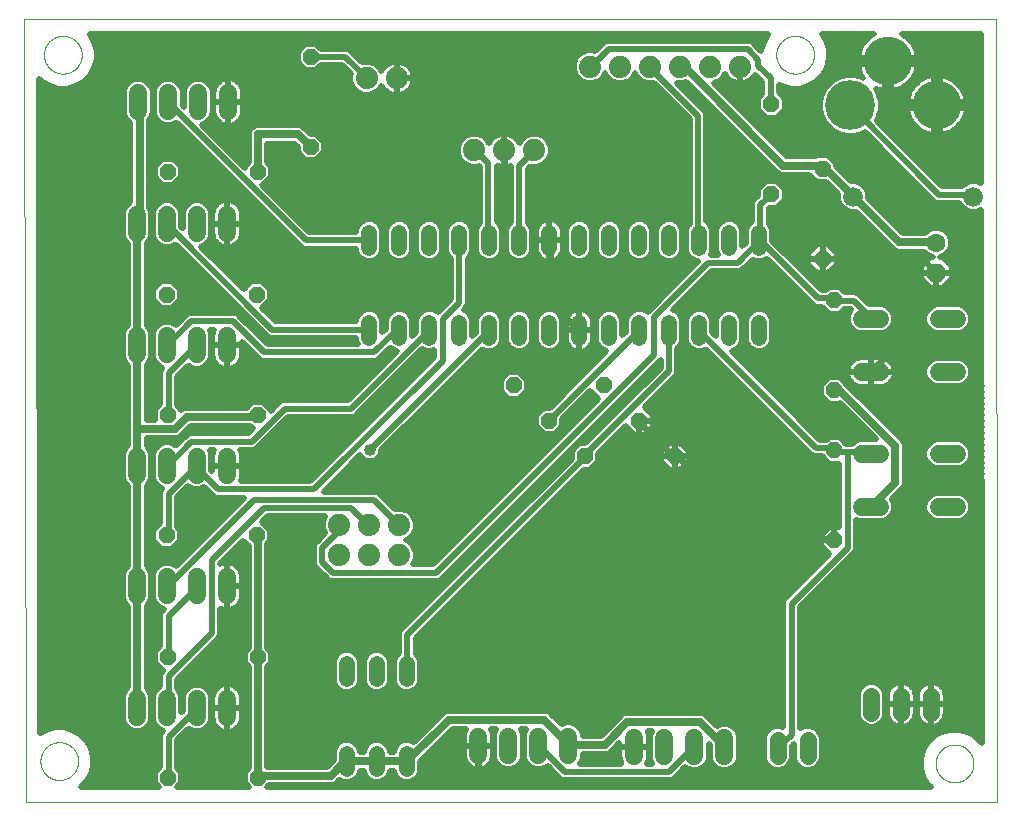
<source format=gtl>
G75*
%MOIN*%
%OFA0B0*%
%FSLAX25Y25*%
%IPPOS*%
%LPD*%
%AMOC8*
5,1,8,0,0,1.08239X$1,22.5*
%
%ADD10C,0.00000*%
%ADD11OC8,0.06300*%
%ADD12C,0.06300*%
%ADD13OC8,0.05600*%
%ADD14C,0.05200*%
%ADD15C,0.16598*%
%ADD16C,0.16200*%
%ADD17OC8,0.05200*%
%ADD18C,0.06000*%
%ADD19C,0.07400*%
%ADD20C,0.05600*%
%ADD21C,0.06600*%
%ADD22C,0.01969*%
%ADD23C,0.04000*%
%ADD24C,0.02559*%
D10*
X0001394Y0001000D02*
X0001000Y0262024D01*
X0324858Y0262024D01*
X0325252Y0001000D01*
X0001394Y0001000D01*
X0006355Y0014780D02*
X0006357Y0014938D01*
X0006363Y0015096D01*
X0006373Y0015254D01*
X0006387Y0015412D01*
X0006405Y0015569D01*
X0006426Y0015726D01*
X0006452Y0015882D01*
X0006482Y0016038D01*
X0006515Y0016193D01*
X0006553Y0016346D01*
X0006594Y0016499D01*
X0006639Y0016651D01*
X0006688Y0016802D01*
X0006741Y0016951D01*
X0006797Y0017099D01*
X0006857Y0017245D01*
X0006921Y0017390D01*
X0006989Y0017533D01*
X0007060Y0017675D01*
X0007134Y0017815D01*
X0007212Y0017952D01*
X0007294Y0018088D01*
X0007378Y0018222D01*
X0007467Y0018353D01*
X0007558Y0018482D01*
X0007653Y0018609D01*
X0007750Y0018734D01*
X0007851Y0018856D01*
X0007955Y0018975D01*
X0008062Y0019092D01*
X0008172Y0019206D01*
X0008285Y0019317D01*
X0008400Y0019426D01*
X0008518Y0019531D01*
X0008639Y0019633D01*
X0008762Y0019733D01*
X0008888Y0019829D01*
X0009016Y0019922D01*
X0009146Y0020012D01*
X0009279Y0020098D01*
X0009414Y0020182D01*
X0009550Y0020261D01*
X0009689Y0020338D01*
X0009830Y0020410D01*
X0009972Y0020480D01*
X0010116Y0020545D01*
X0010262Y0020607D01*
X0010409Y0020665D01*
X0010558Y0020720D01*
X0010708Y0020771D01*
X0010859Y0020818D01*
X0011011Y0020861D01*
X0011164Y0020900D01*
X0011319Y0020936D01*
X0011474Y0020967D01*
X0011630Y0020995D01*
X0011786Y0021019D01*
X0011943Y0021039D01*
X0012101Y0021055D01*
X0012258Y0021067D01*
X0012417Y0021075D01*
X0012575Y0021079D01*
X0012733Y0021079D01*
X0012891Y0021075D01*
X0013050Y0021067D01*
X0013207Y0021055D01*
X0013365Y0021039D01*
X0013522Y0021019D01*
X0013678Y0020995D01*
X0013834Y0020967D01*
X0013989Y0020936D01*
X0014144Y0020900D01*
X0014297Y0020861D01*
X0014449Y0020818D01*
X0014600Y0020771D01*
X0014750Y0020720D01*
X0014899Y0020665D01*
X0015046Y0020607D01*
X0015192Y0020545D01*
X0015336Y0020480D01*
X0015478Y0020410D01*
X0015619Y0020338D01*
X0015758Y0020261D01*
X0015894Y0020182D01*
X0016029Y0020098D01*
X0016162Y0020012D01*
X0016292Y0019922D01*
X0016420Y0019829D01*
X0016546Y0019733D01*
X0016669Y0019633D01*
X0016790Y0019531D01*
X0016908Y0019426D01*
X0017023Y0019317D01*
X0017136Y0019206D01*
X0017246Y0019092D01*
X0017353Y0018975D01*
X0017457Y0018856D01*
X0017558Y0018734D01*
X0017655Y0018609D01*
X0017750Y0018482D01*
X0017841Y0018353D01*
X0017930Y0018222D01*
X0018014Y0018088D01*
X0018096Y0017952D01*
X0018174Y0017815D01*
X0018248Y0017675D01*
X0018319Y0017533D01*
X0018387Y0017390D01*
X0018451Y0017245D01*
X0018511Y0017099D01*
X0018567Y0016951D01*
X0018620Y0016802D01*
X0018669Y0016651D01*
X0018714Y0016499D01*
X0018755Y0016346D01*
X0018793Y0016193D01*
X0018826Y0016038D01*
X0018856Y0015882D01*
X0018882Y0015726D01*
X0018903Y0015569D01*
X0018921Y0015412D01*
X0018935Y0015254D01*
X0018945Y0015096D01*
X0018951Y0014938D01*
X0018953Y0014780D01*
X0018951Y0014622D01*
X0018945Y0014464D01*
X0018935Y0014306D01*
X0018921Y0014148D01*
X0018903Y0013991D01*
X0018882Y0013834D01*
X0018856Y0013678D01*
X0018826Y0013522D01*
X0018793Y0013367D01*
X0018755Y0013214D01*
X0018714Y0013061D01*
X0018669Y0012909D01*
X0018620Y0012758D01*
X0018567Y0012609D01*
X0018511Y0012461D01*
X0018451Y0012315D01*
X0018387Y0012170D01*
X0018319Y0012027D01*
X0018248Y0011885D01*
X0018174Y0011745D01*
X0018096Y0011608D01*
X0018014Y0011472D01*
X0017930Y0011338D01*
X0017841Y0011207D01*
X0017750Y0011078D01*
X0017655Y0010951D01*
X0017558Y0010826D01*
X0017457Y0010704D01*
X0017353Y0010585D01*
X0017246Y0010468D01*
X0017136Y0010354D01*
X0017023Y0010243D01*
X0016908Y0010134D01*
X0016790Y0010029D01*
X0016669Y0009927D01*
X0016546Y0009827D01*
X0016420Y0009731D01*
X0016292Y0009638D01*
X0016162Y0009548D01*
X0016029Y0009462D01*
X0015894Y0009378D01*
X0015758Y0009299D01*
X0015619Y0009222D01*
X0015478Y0009150D01*
X0015336Y0009080D01*
X0015192Y0009015D01*
X0015046Y0008953D01*
X0014899Y0008895D01*
X0014750Y0008840D01*
X0014600Y0008789D01*
X0014449Y0008742D01*
X0014297Y0008699D01*
X0014144Y0008660D01*
X0013989Y0008624D01*
X0013834Y0008593D01*
X0013678Y0008565D01*
X0013522Y0008541D01*
X0013365Y0008521D01*
X0013207Y0008505D01*
X0013050Y0008493D01*
X0012891Y0008485D01*
X0012733Y0008481D01*
X0012575Y0008481D01*
X0012417Y0008485D01*
X0012258Y0008493D01*
X0012101Y0008505D01*
X0011943Y0008521D01*
X0011786Y0008541D01*
X0011630Y0008565D01*
X0011474Y0008593D01*
X0011319Y0008624D01*
X0011164Y0008660D01*
X0011011Y0008699D01*
X0010859Y0008742D01*
X0010708Y0008789D01*
X0010558Y0008840D01*
X0010409Y0008895D01*
X0010262Y0008953D01*
X0010116Y0009015D01*
X0009972Y0009080D01*
X0009830Y0009150D01*
X0009689Y0009222D01*
X0009550Y0009299D01*
X0009414Y0009378D01*
X0009279Y0009462D01*
X0009146Y0009548D01*
X0009016Y0009638D01*
X0008888Y0009731D01*
X0008762Y0009827D01*
X0008639Y0009927D01*
X0008518Y0010029D01*
X0008400Y0010134D01*
X0008285Y0010243D01*
X0008172Y0010354D01*
X0008062Y0010468D01*
X0007955Y0010585D01*
X0007851Y0010704D01*
X0007750Y0010826D01*
X0007653Y0010951D01*
X0007558Y0011078D01*
X0007467Y0011207D01*
X0007378Y0011338D01*
X0007294Y0011472D01*
X0007212Y0011608D01*
X0007134Y0011745D01*
X0007060Y0011885D01*
X0006989Y0012027D01*
X0006921Y0012170D01*
X0006857Y0012315D01*
X0006797Y0012461D01*
X0006741Y0012609D01*
X0006688Y0012758D01*
X0006639Y0012909D01*
X0006594Y0013061D01*
X0006553Y0013214D01*
X0006515Y0013367D01*
X0006482Y0013522D01*
X0006452Y0013678D01*
X0006426Y0013834D01*
X0006405Y0013991D01*
X0006387Y0014148D01*
X0006373Y0014306D01*
X0006363Y0014464D01*
X0006357Y0014622D01*
X0006355Y0014780D01*
X0007536Y0250213D02*
X0007538Y0250371D01*
X0007544Y0250529D01*
X0007554Y0250687D01*
X0007568Y0250845D01*
X0007586Y0251002D01*
X0007607Y0251159D01*
X0007633Y0251315D01*
X0007663Y0251471D01*
X0007696Y0251626D01*
X0007734Y0251779D01*
X0007775Y0251932D01*
X0007820Y0252084D01*
X0007869Y0252235D01*
X0007922Y0252384D01*
X0007978Y0252532D01*
X0008038Y0252678D01*
X0008102Y0252823D01*
X0008170Y0252966D01*
X0008241Y0253108D01*
X0008315Y0253248D01*
X0008393Y0253385D01*
X0008475Y0253521D01*
X0008559Y0253655D01*
X0008648Y0253786D01*
X0008739Y0253915D01*
X0008834Y0254042D01*
X0008931Y0254167D01*
X0009032Y0254289D01*
X0009136Y0254408D01*
X0009243Y0254525D01*
X0009353Y0254639D01*
X0009466Y0254750D01*
X0009581Y0254859D01*
X0009699Y0254964D01*
X0009820Y0255066D01*
X0009943Y0255166D01*
X0010069Y0255262D01*
X0010197Y0255355D01*
X0010327Y0255445D01*
X0010460Y0255531D01*
X0010595Y0255615D01*
X0010731Y0255694D01*
X0010870Y0255771D01*
X0011011Y0255843D01*
X0011153Y0255913D01*
X0011297Y0255978D01*
X0011443Y0256040D01*
X0011590Y0256098D01*
X0011739Y0256153D01*
X0011889Y0256204D01*
X0012040Y0256251D01*
X0012192Y0256294D01*
X0012345Y0256333D01*
X0012500Y0256369D01*
X0012655Y0256400D01*
X0012811Y0256428D01*
X0012967Y0256452D01*
X0013124Y0256472D01*
X0013282Y0256488D01*
X0013439Y0256500D01*
X0013598Y0256508D01*
X0013756Y0256512D01*
X0013914Y0256512D01*
X0014072Y0256508D01*
X0014231Y0256500D01*
X0014388Y0256488D01*
X0014546Y0256472D01*
X0014703Y0256452D01*
X0014859Y0256428D01*
X0015015Y0256400D01*
X0015170Y0256369D01*
X0015325Y0256333D01*
X0015478Y0256294D01*
X0015630Y0256251D01*
X0015781Y0256204D01*
X0015931Y0256153D01*
X0016080Y0256098D01*
X0016227Y0256040D01*
X0016373Y0255978D01*
X0016517Y0255913D01*
X0016659Y0255843D01*
X0016800Y0255771D01*
X0016939Y0255694D01*
X0017075Y0255615D01*
X0017210Y0255531D01*
X0017343Y0255445D01*
X0017473Y0255355D01*
X0017601Y0255262D01*
X0017727Y0255166D01*
X0017850Y0255066D01*
X0017971Y0254964D01*
X0018089Y0254859D01*
X0018204Y0254750D01*
X0018317Y0254639D01*
X0018427Y0254525D01*
X0018534Y0254408D01*
X0018638Y0254289D01*
X0018739Y0254167D01*
X0018836Y0254042D01*
X0018931Y0253915D01*
X0019022Y0253786D01*
X0019111Y0253655D01*
X0019195Y0253521D01*
X0019277Y0253385D01*
X0019355Y0253248D01*
X0019429Y0253108D01*
X0019500Y0252966D01*
X0019568Y0252823D01*
X0019632Y0252678D01*
X0019692Y0252532D01*
X0019748Y0252384D01*
X0019801Y0252235D01*
X0019850Y0252084D01*
X0019895Y0251932D01*
X0019936Y0251779D01*
X0019974Y0251626D01*
X0020007Y0251471D01*
X0020037Y0251315D01*
X0020063Y0251159D01*
X0020084Y0251002D01*
X0020102Y0250845D01*
X0020116Y0250687D01*
X0020126Y0250529D01*
X0020132Y0250371D01*
X0020134Y0250213D01*
X0020132Y0250055D01*
X0020126Y0249897D01*
X0020116Y0249739D01*
X0020102Y0249581D01*
X0020084Y0249424D01*
X0020063Y0249267D01*
X0020037Y0249111D01*
X0020007Y0248955D01*
X0019974Y0248800D01*
X0019936Y0248647D01*
X0019895Y0248494D01*
X0019850Y0248342D01*
X0019801Y0248191D01*
X0019748Y0248042D01*
X0019692Y0247894D01*
X0019632Y0247748D01*
X0019568Y0247603D01*
X0019500Y0247460D01*
X0019429Y0247318D01*
X0019355Y0247178D01*
X0019277Y0247041D01*
X0019195Y0246905D01*
X0019111Y0246771D01*
X0019022Y0246640D01*
X0018931Y0246511D01*
X0018836Y0246384D01*
X0018739Y0246259D01*
X0018638Y0246137D01*
X0018534Y0246018D01*
X0018427Y0245901D01*
X0018317Y0245787D01*
X0018204Y0245676D01*
X0018089Y0245567D01*
X0017971Y0245462D01*
X0017850Y0245360D01*
X0017727Y0245260D01*
X0017601Y0245164D01*
X0017473Y0245071D01*
X0017343Y0244981D01*
X0017210Y0244895D01*
X0017075Y0244811D01*
X0016939Y0244732D01*
X0016800Y0244655D01*
X0016659Y0244583D01*
X0016517Y0244513D01*
X0016373Y0244448D01*
X0016227Y0244386D01*
X0016080Y0244328D01*
X0015931Y0244273D01*
X0015781Y0244222D01*
X0015630Y0244175D01*
X0015478Y0244132D01*
X0015325Y0244093D01*
X0015170Y0244057D01*
X0015015Y0244026D01*
X0014859Y0243998D01*
X0014703Y0243974D01*
X0014546Y0243954D01*
X0014388Y0243938D01*
X0014231Y0243926D01*
X0014072Y0243918D01*
X0013914Y0243914D01*
X0013756Y0243914D01*
X0013598Y0243918D01*
X0013439Y0243926D01*
X0013282Y0243938D01*
X0013124Y0243954D01*
X0012967Y0243974D01*
X0012811Y0243998D01*
X0012655Y0244026D01*
X0012500Y0244057D01*
X0012345Y0244093D01*
X0012192Y0244132D01*
X0012040Y0244175D01*
X0011889Y0244222D01*
X0011739Y0244273D01*
X0011590Y0244328D01*
X0011443Y0244386D01*
X0011297Y0244448D01*
X0011153Y0244513D01*
X0011011Y0244583D01*
X0010870Y0244655D01*
X0010731Y0244732D01*
X0010595Y0244811D01*
X0010460Y0244895D01*
X0010327Y0244981D01*
X0010197Y0245071D01*
X0010069Y0245164D01*
X0009943Y0245260D01*
X0009820Y0245360D01*
X0009699Y0245462D01*
X0009581Y0245567D01*
X0009466Y0245676D01*
X0009353Y0245787D01*
X0009243Y0245901D01*
X0009136Y0246018D01*
X0009032Y0246137D01*
X0008931Y0246259D01*
X0008834Y0246384D01*
X0008739Y0246511D01*
X0008648Y0246640D01*
X0008559Y0246771D01*
X0008475Y0246905D01*
X0008393Y0247041D01*
X0008315Y0247178D01*
X0008241Y0247318D01*
X0008170Y0247460D01*
X0008102Y0247603D01*
X0008038Y0247748D01*
X0007978Y0247894D01*
X0007922Y0248042D01*
X0007869Y0248191D01*
X0007820Y0248342D01*
X0007775Y0248494D01*
X0007734Y0248647D01*
X0007696Y0248800D01*
X0007663Y0248955D01*
X0007633Y0249111D01*
X0007607Y0249267D01*
X0007586Y0249424D01*
X0007568Y0249581D01*
X0007554Y0249739D01*
X0007544Y0249897D01*
X0007538Y0250055D01*
X0007536Y0250213D01*
X0251630Y0250213D02*
X0251632Y0250371D01*
X0251638Y0250529D01*
X0251648Y0250687D01*
X0251662Y0250845D01*
X0251680Y0251002D01*
X0251701Y0251159D01*
X0251727Y0251315D01*
X0251757Y0251471D01*
X0251790Y0251626D01*
X0251828Y0251779D01*
X0251869Y0251932D01*
X0251914Y0252084D01*
X0251963Y0252235D01*
X0252016Y0252384D01*
X0252072Y0252532D01*
X0252132Y0252678D01*
X0252196Y0252823D01*
X0252264Y0252966D01*
X0252335Y0253108D01*
X0252409Y0253248D01*
X0252487Y0253385D01*
X0252569Y0253521D01*
X0252653Y0253655D01*
X0252742Y0253786D01*
X0252833Y0253915D01*
X0252928Y0254042D01*
X0253025Y0254167D01*
X0253126Y0254289D01*
X0253230Y0254408D01*
X0253337Y0254525D01*
X0253447Y0254639D01*
X0253560Y0254750D01*
X0253675Y0254859D01*
X0253793Y0254964D01*
X0253914Y0255066D01*
X0254037Y0255166D01*
X0254163Y0255262D01*
X0254291Y0255355D01*
X0254421Y0255445D01*
X0254554Y0255531D01*
X0254689Y0255615D01*
X0254825Y0255694D01*
X0254964Y0255771D01*
X0255105Y0255843D01*
X0255247Y0255913D01*
X0255391Y0255978D01*
X0255537Y0256040D01*
X0255684Y0256098D01*
X0255833Y0256153D01*
X0255983Y0256204D01*
X0256134Y0256251D01*
X0256286Y0256294D01*
X0256439Y0256333D01*
X0256594Y0256369D01*
X0256749Y0256400D01*
X0256905Y0256428D01*
X0257061Y0256452D01*
X0257218Y0256472D01*
X0257376Y0256488D01*
X0257533Y0256500D01*
X0257692Y0256508D01*
X0257850Y0256512D01*
X0258008Y0256512D01*
X0258166Y0256508D01*
X0258325Y0256500D01*
X0258482Y0256488D01*
X0258640Y0256472D01*
X0258797Y0256452D01*
X0258953Y0256428D01*
X0259109Y0256400D01*
X0259264Y0256369D01*
X0259419Y0256333D01*
X0259572Y0256294D01*
X0259724Y0256251D01*
X0259875Y0256204D01*
X0260025Y0256153D01*
X0260174Y0256098D01*
X0260321Y0256040D01*
X0260467Y0255978D01*
X0260611Y0255913D01*
X0260753Y0255843D01*
X0260894Y0255771D01*
X0261033Y0255694D01*
X0261169Y0255615D01*
X0261304Y0255531D01*
X0261437Y0255445D01*
X0261567Y0255355D01*
X0261695Y0255262D01*
X0261821Y0255166D01*
X0261944Y0255066D01*
X0262065Y0254964D01*
X0262183Y0254859D01*
X0262298Y0254750D01*
X0262411Y0254639D01*
X0262521Y0254525D01*
X0262628Y0254408D01*
X0262732Y0254289D01*
X0262833Y0254167D01*
X0262930Y0254042D01*
X0263025Y0253915D01*
X0263116Y0253786D01*
X0263205Y0253655D01*
X0263289Y0253521D01*
X0263371Y0253385D01*
X0263449Y0253248D01*
X0263523Y0253108D01*
X0263594Y0252966D01*
X0263662Y0252823D01*
X0263726Y0252678D01*
X0263786Y0252532D01*
X0263842Y0252384D01*
X0263895Y0252235D01*
X0263944Y0252084D01*
X0263989Y0251932D01*
X0264030Y0251779D01*
X0264068Y0251626D01*
X0264101Y0251471D01*
X0264131Y0251315D01*
X0264157Y0251159D01*
X0264178Y0251002D01*
X0264196Y0250845D01*
X0264210Y0250687D01*
X0264220Y0250529D01*
X0264226Y0250371D01*
X0264228Y0250213D01*
X0264226Y0250055D01*
X0264220Y0249897D01*
X0264210Y0249739D01*
X0264196Y0249581D01*
X0264178Y0249424D01*
X0264157Y0249267D01*
X0264131Y0249111D01*
X0264101Y0248955D01*
X0264068Y0248800D01*
X0264030Y0248647D01*
X0263989Y0248494D01*
X0263944Y0248342D01*
X0263895Y0248191D01*
X0263842Y0248042D01*
X0263786Y0247894D01*
X0263726Y0247748D01*
X0263662Y0247603D01*
X0263594Y0247460D01*
X0263523Y0247318D01*
X0263449Y0247178D01*
X0263371Y0247041D01*
X0263289Y0246905D01*
X0263205Y0246771D01*
X0263116Y0246640D01*
X0263025Y0246511D01*
X0262930Y0246384D01*
X0262833Y0246259D01*
X0262732Y0246137D01*
X0262628Y0246018D01*
X0262521Y0245901D01*
X0262411Y0245787D01*
X0262298Y0245676D01*
X0262183Y0245567D01*
X0262065Y0245462D01*
X0261944Y0245360D01*
X0261821Y0245260D01*
X0261695Y0245164D01*
X0261567Y0245071D01*
X0261437Y0244981D01*
X0261304Y0244895D01*
X0261169Y0244811D01*
X0261033Y0244732D01*
X0260894Y0244655D01*
X0260753Y0244583D01*
X0260611Y0244513D01*
X0260467Y0244448D01*
X0260321Y0244386D01*
X0260174Y0244328D01*
X0260025Y0244273D01*
X0259875Y0244222D01*
X0259724Y0244175D01*
X0259572Y0244132D01*
X0259419Y0244093D01*
X0259264Y0244057D01*
X0259109Y0244026D01*
X0258953Y0243998D01*
X0258797Y0243974D01*
X0258640Y0243954D01*
X0258482Y0243938D01*
X0258325Y0243926D01*
X0258166Y0243918D01*
X0258008Y0243914D01*
X0257850Y0243914D01*
X0257692Y0243918D01*
X0257533Y0243926D01*
X0257376Y0243938D01*
X0257218Y0243954D01*
X0257061Y0243974D01*
X0256905Y0243998D01*
X0256749Y0244026D01*
X0256594Y0244057D01*
X0256439Y0244093D01*
X0256286Y0244132D01*
X0256134Y0244175D01*
X0255983Y0244222D01*
X0255833Y0244273D01*
X0255684Y0244328D01*
X0255537Y0244386D01*
X0255391Y0244448D01*
X0255247Y0244513D01*
X0255105Y0244583D01*
X0254964Y0244655D01*
X0254825Y0244732D01*
X0254689Y0244811D01*
X0254554Y0244895D01*
X0254421Y0244981D01*
X0254291Y0245071D01*
X0254163Y0245164D01*
X0254037Y0245260D01*
X0253914Y0245360D01*
X0253793Y0245462D01*
X0253675Y0245567D01*
X0253560Y0245676D01*
X0253447Y0245787D01*
X0253337Y0245901D01*
X0253230Y0246018D01*
X0253126Y0246137D01*
X0253025Y0246259D01*
X0252928Y0246384D01*
X0252833Y0246511D01*
X0252742Y0246640D01*
X0252653Y0246771D01*
X0252569Y0246905D01*
X0252487Y0247041D01*
X0252409Y0247178D01*
X0252335Y0247318D01*
X0252264Y0247460D01*
X0252196Y0247603D01*
X0252132Y0247748D01*
X0252072Y0247894D01*
X0252016Y0248042D01*
X0251963Y0248191D01*
X0251914Y0248342D01*
X0251869Y0248494D01*
X0251828Y0248647D01*
X0251790Y0248800D01*
X0251757Y0248955D01*
X0251727Y0249111D01*
X0251701Y0249267D01*
X0251680Y0249424D01*
X0251662Y0249581D01*
X0251648Y0249739D01*
X0251638Y0249897D01*
X0251632Y0250055D01*
X0251630Y0250213D01*
X0304780Y0013992D02*
X0304782Y0014150D01*
X0304788Y0014308D01*
X0304798Y0014466D01*
X0304812Y0014624D01*
X0304830Y0014781D01*
X0304851Y0014938D01*
X0304877Y0015094D01*
X0304907Y0015250D01*
X0304940Y0015405D01*
X0304978Y0015558D01*
X0305019Y0015711D01*
X0305064Y0015863D01*
X0305113Y0016014D01*
X0305166Y0016163D01*
X0305222Y0016311D01*
X0305282Y0016457D01*
X0305346Y0016602D01*
X0305414Y0016745D01*
X0305485Y0016887D01*
X0305559Y0017027D01*
X0305637Y0017164D01*
X0305719Y0017300D01*
X0305803Y0017434D01*
X0305892Y0017565D01*
X0305983Y0017694D01*
X0306078Y0017821D01*
X0306175Y0017946D01*
X0306276Y0018068D01*
X0306380Y0018187D01*
X0306487Y0018304D01*
X0306597Y0018418D01*
X0306710Y0018529D01*
X0306825Y0018638D01*
X0306943Y0018743D01*
X0307064Y0018845D01*
X0307187Y0018945D01*
X0307313Y0019041D01*
X0307441Y0019134D01*
X0307571Y0019224D01*
X0307704Y0019310D01*
X0307839Y0019394D01*
X0307975Y0019473D01*
X0308114Y0019550D01*
X0308255Y0019622D01*
X0308397Y0019692D01*
X0308541Y0019757D01*
X0308687Y0019819D01*
X0308834Y0019877D01*
X0308983Y0019932D01*
X0309133Y0019983D01*
X0309284Y0020030D01*
X0309436Y0020073D01*
X0309589Y0020112D01*
X0309744Y0020148D01*
X0309899Y0020179D01*
X0310055Y0020207D01*
X0310211Y0020231D01*
X0310368Y0020251D01*
X0310526Y0020267D01*
X0310683Y0020279D01*
X0310842Y0020287D01*
X0311000Y0020291D01*
X0311158Y0020291D01*
X0311316Y0020287D01*
X0311475Y0020279D01*
X0311632Y0020267D01*
X0311790Y0020251D01*
X0311947Y0020231D01*
X0312103Y0020207D01*
X0312259Y0020179D01*
X0312414Y0020148D01*
X0312569Y0020112D01*
X0312722Y0020073D01*
X0312874Y0020030D01*
X0313025Y0019983D01*
X0313175Y0019932D01*
X0313324Y0019877D01*
X0313471Y0019819D01*
X0313617Y0019757D01*
X0313761Y0019692D01*
X0313903Y0019622D01*
X0314044Y0019550D01*
X0314183Y0019473D01*
X0314319Y0019394D01*
X0314454Y0019310D01*
X0314587Y0019224D01*
X0314717Y0019134D01*
X0314845Y0019041D01*
X0314971Y0018945D01*
X0315094Y0018845D01*
X0315215Y0018743D01*
X0315333Y0018638D01*
X0315448Y0018529D01*
X0315561Y0018418D01*
X0315671Y0018304D01*
X0315778Y0018187D01*
X0315882Y0018068D01*
X0315983Y0017946D01*
X0316080Y0017821D01*
X0316175Y0017694D01*
X0316266Y0017565D01*
X0316355Y0017434D01*
X0316439Y0017300D01*
X0316521Y0017164D01*
X0316599Y0017027D01*
X0316673Y0016887D01*
X0316744Y0016745D01*
X0316812Y0016602D01*
X0316876Y0016457D01*
X0316936Y0016311D01*
X0316992Y0016163D01*
X0317045Y0016014D01*
X0317094Y0015863D01*
X0317139Y0015711D01*
X0317180Y0015558D01*
X0317218Y0015405D01*
X0317251Y0015250D01*
X0317281Y0015094D01*
X0317307Y0014938D01*
X0317328Y0014781D01*
X0317346Y0014624D01*
X0317360Y0014466D01*
X0317370Y0014308D01*
X0317376Y0014150D01*
X0317378Y0013992D01*
X0317376Y0013834D01*
X0317370Y0013676D01*
X0317360Y0013518D01*
X0317346Y0013360D01*
X0317328Y0013203D01*
X0317307Y0013046D01*
X0317281Y0012890D01*
X0317251Y0012734D01*
X0317218Y0012579D01*
X0317180Y0012426D01*
X0317139Y0012273D01*
X0317094Y0012121D01*
X0317045Y0011970D01*
X0316992Y0011821D01*
X0316936Y0011673D01*
X0316876Y0011527D01*
X0316812Y0011382D01*
X0316744Y0011239D01*
X0316673Y0011097D01*
X0316599Y0010957D01*
X0316521Y0010820D01*
X0316439Y0010684D01*
X0316355Y0010550D01*
X0316266Y0010419D01*
X0316175Y0010290D01*
X0316080Y0010163D01*
X0315983Y0010038D01*
X0315882Y0009916D01*
X0315778Y0009797D01*
X0315671Y0009680D01*
X0315561Y0009566D01*
X0315448Y0009455D01*
X0315333Y0009346D01*
X0315215Y0009241D01*
X0315094Y0009139D01*
X0314971Y0009039D01*
X0314845Y0008943D01*
X0314717Y0008850D01*
X0314587Y0008760D01*
X0314454Y0008674D01*
X0314319Y0008590D01*
X0314183Y0008511D01*
X0314044Y0008434D01*
X0313903Y0008362D01*
X0313761Y0008292D01*
X0313617Y0008227D01*
X0313471Y0008165D01*
X0313324Y0008107D01*
X0313175Y0008052D01*
X0313025Y0008001D01*
X0312874Y0007954D01*
X0312722Y0007911D01*
X0312569Y0007872D01*
X0312414Y0007836D01*
X0312259Y0007805D01*
X0312103Y0007777D01*
X0311947Y0007753D01*
X0311790Y0007733D01*
X0311632Y0007717D01*
X0311475Y0007705D01*
X0311316Y0007697D01*
X0311158Y0007693D01*
X0311000Y0007693D01*
X0310842Y0007697D01*
X0310683Y0007705D01*
X0310526Y0007717D01*
X0310368Y0007733D01*
X0310211Y0007753D01*
X0310055Y0007777D01*
X0309899Y0007805D01*
X0309744Y0007836D01*
X0309589Y0007872D01*
X0309436Y0007911D01*
X0309284Y0007954D01*
X0309133Y0008001D01*
X0308983Y0008052D01*
X0308834Y0008107D01*
X0308687Y0008165D01*
X0308541Y0008227D01*
X0308397Y0008292D01*
X0308255Y0008362D01*
X0308114Y0008434D01*
X0307975Y0008511D01*
X0307839Y0008590D01*
X0307704Y0008674D01*
X0307571Y0008760D01*
X0307441Y0008850D01*
X0307313Y0008943D01*
X0307187Y0009039D01*
X0307064Y0009139D01*
X0306943Y0009241D01*
X0306825Y0009346D01*
X0306710Y0009455D01*
X0306597Y0009566D01*
X0306487Y0009680D01*
X0306380Y0009797D01*
X0306276Y0009916D01*
X0306175Y0010038D01*
X0306078Y0010163D01*
X0305983Y0010290D01*
X0305892Y0010419D01*
X0305803Y0010550D01*
X0305719Y0010684D01*
X0305637Y0010820D01*
X0305559Y0010957D01*
X0305485Y0011097D01*
X0305414Y0011239D01*
X0305346Y0011382D01*
X0305282Y0011527D01*
X0305222Y0011673D01*
X0305166Y0011821D01*
X0305113Y0011970D01*
X0305064Y0012121D01*
X0305019Y0012273D01*
X0304978Y0012426D01*
X0304940Y0012579D01*
X0304907Y0012734D01*
X0304877Y0012890D01*
X0304851Y0013046D01*
X0304830Y0013203D01*
X0304812Y0013360D01*
X0304798Y0013518D01*
X0304788Y0013676D01*
X0304782Y0013834D01*
X0304780Y0013992D01*
D11*
X0304937Y0177575D03*
D12*
X0304937Y0187575D03*
D13*
X0267063Y0182260D03*
X0250055Y0203717D03*
X0267063Y0212260D03*
X0250055Y0233717D03*
D14*
X0246000Y0190923D02*
X0246000Y0185723D01*
X0236000Y0185723D02*
X0236000Y0190923D01*
X0226000Y0190923D02*
X0226000Y0185723D01*
X0216000Y0185723D02*
X0216000Y0190923D01*
X0206000Y0190923D02*
X0206000Y0185723D01*
X0196000Y0185723D02*
X0196000Y0190923D01*
X0186000Y0190923D02*
X0186000Y0185723D01*
X0176000Y0185723D02*
X0176000Y0190923D01*
X0166000Y0190923D02*
X0166000Y0185723D01*
X0156000Y0185723D02*
X0156000Y0190923D01*
X0146000Y0190923D02*
X0146000Y0185723D01*
X0136000Y0185723D02*
X0136000Y0190923D01*
X0126000Y0190923D02*
X0126000Y0185723D01*
X0116000Y0185723D02*
X0116000Y0190923D01*
X0116000Y0160923D02*
X0116000Y0155723D01*
X0126000Y0155723D02*
X0126000Y0160923D01*
X0136000Y0160923D02*
X0136000Y0155723D01*
X0146000Y0155723D02*
X0146000Y0160923D01*
X0156000Y0160923D02*
X0156000Y0155723D01*
X0166000Y0155723D02*
X0166000Y0160923D01*
X0176000Y0160923D02*
X0176000Y0155723D01*
X0186000Y0155723D02*
X0186000Y0160923D01*
X0196000Y0160923D02*
X0196000Y0155723D01*
X0206000Y0155723D02*
X0206000Y0160923D01*
X0216000Y0160923D02*
X0216000Y0155723D01*
X0226000Y0155723D02*
X0226000Y0160923D01*
X0236000Y0160923D02*
X0236000Y0155723D01*
X0246000Y0155723D02*
X0246000Y0160923D01*
X0128520Y0047261D02*
X0128520Y0042061D01*
X0118520Y0042061D02*
X0118520Y0047261D01*
X0108520Y0047261D02*
X0108520Y0042061D01*
X0108520Y0017261D02*
X0108520Y0012061D01*
X0118520Y0012061D02*
X0118520Y0017261D01*
X0128520Y0017261D02*
X0128520Y0012061D01*
D15*
X0276363Y0233323D03*
D16*
X0288874Y0248132D03*
X0305185Y0233423D03*
D17*
X0271000Y0168323D03*
X0271000Y0138323D03*
X0271000Y0118323D03*
X0271000Y0088323D03*
X0217811Y0116354D03*
X0206000Y0128165D03*
X0194189Y0139976D03*
X0176000Y0128165D03*
X0187811Y0116354D03*
X0164189Y0139976D03*
X0078835Y0130134D03*
X0048835Y0130134D03*
X0048441Y0170291D03*
X0078441Y0170291D03*
X0078835Y0211236D03*
X0096512Y0219465D03*
X0096512Y0249465D03*
X0048835Y0211236D03*
X0048441Y0089976D03*
X0078441Y0089976D03*
X0078835Y0049425D03*
X0048835Y0049425D03*
X0048835Y0009268D03*
X0078835Y0009268D03*
D18*
X0068598Y0029496D02*
X0068598Y0035496D01*
X0058598Y0035496D02*
X0058598Y0029496D01*
X0048598Y0029496D02*
X0048598Y0035496D01*
X0038598Y0035496D02*
X0038598Y0029496D01*
X0038598Y0070047D02*
X0038598Y0076047D01*
X0048598Y0076047D02*
X0048598Y0070047D01*
X0058598Y0070047D02*
X0058598Y0076047D01*
X0068598Y0076047D02*
X0068598Y0070047D01*
X0068598Y0110205D02*
X0068598Y0116205D01*
X0058598Y0116205D02*
X0058598Y0110205D01*
X0048598Y0110205D02*
X0048598Y0116205D01*
X0038598Y0116205D02*
X0038598Y0110205D01*
X0038598Y0150362D02*
X0038598Y0156362D01*
X0048598Y0156362D02*
X0048598Y0150362D01*
X0058598Y0150362D02*
X0058598Y0156362D01*
X0068598Y0156362D02*
X0068598Y0150362D01*
X0068598Y0190913D02*
X0068598Y0196913D01*
X0058598Y0196913D02*
X0058598Y0190913D01*
X0048598Y0190913D02*
X0048598Y0196913D01*
X0038598Y0196913D02*
X0038598Y0190913D01*
X0038992Y0231465D02*
X0038992Y0237465D01*
X0048992Y0237465D02*
X0048992Y0231465D01*
X0058992Y0231465D02*
X0058992Y0237465D01*
X0068992Y0237465D02*
X0068992Y0231465D01*
X0280200Y0162223D02*
X0286200Y0162223D01*
X0305800Y0162223D02*
X0311800Y0162223D01*
X0311800Y0144423D02*
X0305800Y0144423D01*
X0286200Y0144423D02*
X0280200Y0144423D01*
X0280200Y0117223D02*
X0286200Y0117223D01*
X0305800Y0117223D02*
X0311800Y0117223D01*
X0311800Y0099423D02*
X0305800Y0099423D01*
X0286200Y0099423D02*
X0280200Y0099423D01*
X0234346Y0022504D02*
X0234346Y0016504D01*
X0224346Y0016504D02*
X0224346Y0022504D01*
X0214346Y0022504D02*
X0214346Y0016504D01*
X0204346Y0016504D02*
X0204346Y0022504D01*
X0182378Y0022898D02*
X0182378Y0016898D01*
X0172378Y0016898D02*
X0172378Y0022898D01*
X0162378Y0022898D02*
X0162378Y0016898D01*
X0152378Y0016898D02*
X0152378Y0022898D01*
D19*
X0126000Y0083323D03*
X0116000Y0083323D03*
X0106000Y0083323D03*
X0106000Y0093323D03*
X0116000Y0093323D03*
X0126000Y0093323D03*
X0151000Y0218323D03*
X0161000Y0218323D03*
X0171000Y0218323D03*
X0189622Y0246276D03*
X0199622Y0246276D03*
X0209622Y0246276D03*
X0219622Y0246276D03*
X0229622Y0246276D03*
X0239622Y0246276D03*
X0125134Y0242339D03*
X0115134Y0242339D03*
D20*
X0283362Y0036477D02*
X0283362Y0030877D01*
X0293362Y0030877D02*
X0293362Y0036477D01*
X0303362Y0036477D02*
X0303362Y0030877D01*
X0262142Y0021910D02*
X0262142Y0016310D01*
X0252142Y0016310D02*
X0252142Y0021910D01*
D21*
X0277299Y0202969D03*
X0317299Y0202969D03*
D22*
X0316941Y0203590D01*
X0305867Y0203590D01*
X0276798Y0232659D01*
X0276363Y0233323D01*
X0285094Y0228278D02*
X0285759Y0229431D01*
X0286446Y0231995D01*
X0286446Y0234650D01*
X0285759Y0237215D01*
X0284780Y0238911D01*
X0285009Y0238801D01*
X0286078Y0238427D01*
X0287182Y0238175D01*
X0287890Y0238095D01*
X0287890Y0247148D01*
X0289858Y0247148D01*
X0289858Y0238095D01*
X0290566Y0238175D01*
X0291670Y0238427D01*
X0292739Y0238801D01*
X0293760Y0239292D01*
X0294719Y0239895D01*
X0295604Y0240601D01*
X0296405Y0241402D01*
X0297111Y0242288D01*
X0297714Y0243247D01*
X0298205Y0244267D01*
X0298579Y0245336D01*
X0298831Y0246440D01*
X0298911Y0247148D01*
X0289858Y0247148D01*
X0289858Y0249117D01*
X0298911Y0249117D01*
X0298831Y0249824D01*
X0298579Y0250928D01*
X0298205Y0251997D01*
X0297714Y0253018D01*
X0297111Y0253977D01*
X0296405Y0254862D01*
X0295604Y0255663D01*
X0294719Y0256370D01*
X0293760Y0256972D01*
X0293620Y0257039D01*
X0319882Y0257039D01*
X0319956Y0207371D01*
X0318311Y0208053D01*
X0316288Y0208053D01*
X0314419Y0207279D01*
X0313499Y0206358D01*
X0307014Y0206358D01*
X0285094Y0228278D01*
X0285157Y0228388D02*
X0296439Y0228388D01*
X0296345Y0228537D02*
X0296948Y0227578D01*
X0297654Y0226693D01*
X0298455Y0225892D01*
X0299340Y0225186D01*
X0300299Y0224583D01*
X0301320Y0224092D01*
X0302389Y0223717D01*
X0303493Y0223465D01*
X0304201Y0223386D01*
X0304201Y0232439D01*
X0295148Y0232439D01*
X0295228Y0231731D01*
X0295480Y0230627D01*
X0295854Y0229558D01*
X0296345Y0228537D01*
X0295575Y0230355D02*
X0286007Y0230355D01*
X0286446Y0232322D02*
X0295161Y0232322D01*
X0295148Y0234407D02*
X0304201Y0234407D01*
X0304201Y0243460D01*
X0303493Y0243380D01*
X0302389Y0243128D01*
X0301320Y0242754D01*
X0300299Y0242263D01*
X0299340Y0241660D01*
X0298455Y0240954D01*
X0297654Y0240153D01*
X0296948Y0239267D01*
X0296345Y0238308D01*
X0295854Y0237288D01*
X0295480Y0236219D01*
X0295228Y0235115D01*
X0295148Y0234407D01*
X0295493Y0236256D02*
X0286016Y0236256D01*
X0286446Y0234289D02*
X0304201Y0234289D01*
X0304201Y0234407D02*
X0304201Y0232439D01*
X0306169Y0232439D01*
X0306169Y0234407D01*
X0304201Y0234407D01*
X0304201Y0236256D02*
X0306169Y0236256D01*
X0306169Y0234407D02*
X0306169Y0243460D01*
X0306877Y0243380D01*
X0307981Y0243128D01*
X0309050Y0242754D01*
X0310071Y0242263D01*
X0311030Y0241660D01*
X0311915Y0240954D01*
X0312716Y0240153D01*
X0313422Y0239267D01*
X0314025Y0238308D01*
X0314516Y0237288D01*
X0314890Y0236219D01*
X0315142Y0235115D01*
X0315222Y0234407D01*
X0306169Y0234407D01*
X0306169Y0234289D02*
X0319916Y0234289D01*
X0319913Y0236256D02*
X0314877Y0236256D01*
X0314066Y0238223D02*
X0319910Y0238223D01*
X0319907Y0240190D02*
X0312679Y0240190D01*
X0310239Y0242157D02*
X0319904Y0242157D01*
X0319901Y0244124D02*
X0298136Y0244124D01*
X0298752Y0246091D02*
X0319898Y0246091D01*
X0319895Y0248058D02*
X0289858Y0248058D01*
X0289858Y0246091D02*
X0287890Y0246091D01*
X0287890Y0247148D02*
X0278837Y0247148D01*
X0278917Y0246440D01*
X0279169Y0245336D01*
X0279543Y0244267D01*
X0280034Y0243247D01*
X0280429Y0242619D01*
X0280255Y0242719D01*
X0277691Y0243406D01*
X0275035Y0243406D01*
X0272471Y0242719D01*
X0270172Y0241392D01*
X0268294Y0239514D01*
X0266967Y0237215D01*
X0266280Y0234650D01*
X0266280Y0231995D01*
X0266967Y0229431D01*
X0268294Y0227131D01*
X0270172Y0225254D01*
X0272471Y0223927D01*
X0275035Y0223239D01*
X0277691Y0223239D01*
X0280255Y0223927D01*
X0281117Y0224424D01*
X0304299Y0201243D01*
X0305316Y0200821D01*
X0312685Y0200821D01*
X0312989Y0200088D01*
X0314419Y0198658D01*
X0316288Y0197884D01*
X0318311Y0197884D01*
X0319970Y0198572D01*
X0320238Y0020695D01*
X0320108Y0020920D01*
X0318007Y0023021D01*
X0315434Y0024507D01*
X0312564Y0025276D01*
X0309593Y0025276D01*
X0306723Y0024507D01*
X0304151Y0023021D01*
X0302050Y0020920D01*
X0300564Y0018347D01*
X0299795Y0015478D01*
X0299795Y0012507D01*
X0300564Y0009637D01*
X0302050Y0007064D01*
X0303129Y0005984D01*
X0081751Y0005984D01*
X0082498Y0006731D01*
X0103683Y0006731D01*
X0104809Y0007197D01*
X0105997Y0008384D01*
X0106036Y0008345D01*
X0107648Y0007677D01*
X0109392Y0007677D01*
X0111003Y0008345D01*
X0112236Y0009578D01*
X0112904Y0011189D01*
X0112904Y0011576D01*
X0114135Y0011576D01*
X0114135Y0011189D01*
X0114803Y0009578D01*
X0116036Y0008345D01*
X0117648Y0007677D01*
X0119392Y0007677D01*
X0121003Y0008345D01*
X0122236Y0009578D01*
X0122904Y0011189D01*
X0122904Y0011576D01*
X0124135Y0011576D01*
X0124135Y0011189D01*
X0124803Y0009578D01*
X0126036Y0008345D01*
X0127648Y0007677D01*
X0129392Y0007677D01*
X0131003Y0008345D01*
X0132236Y0009578D01*
X0132904Y0011189D01*
X0132904Y0014528D01*
X0143794Y0025418D01*
X0148068Y0025418D01*
X0147759Y0024811D01*
X0147516Y0024065D01*
X0147394Y0023290D01*
X0147394Y0019913D01*
X0152362Y0019913D01*
X0152362Y0019882D01*
X0147394Y0019882D01*
X0147394Y0016505D01*
X0147516Y0015730D01*
X0147759Y0014984D01*
X0148115Y0014285D01*
X0148576Y0013651D01*
X0149131Y0013096D01*
X0149766Y0012635D01*
X0150465Y0012279D01*
X0151211Y0012036D01*
X0151986Y0011913D01*
X0152362Y0011913D01*
X0152362Y0019882D01*
X0152394Y0019882D01*
X0152394Y0019913D01*
X0157362Y0019913D01*
X0157362Y0023290D01*
X0157239Y0024065D01*
X0156997Y0024811D01*
X0156688Y0025418D01*
X0158244Y0025418D01*
X0157594Y0023849D01*
X0157594Y0015946D01*
X0158322Y0014188D01*
X0159668Y0012842D01*
X0161426Y0012113D01*
X0163330Y0012113D01*
X0165088Y0012842D01*
X0166434Y0014188D01*
X0167162Y0015946D01*
X0167162Y0023849D01*
X0166512Y0025418D01*
X0168244Y0025418D01*
X0167594Y0023849D01*
X0167594Y0015946D01*
X0168322Y0014188D01*
X0169668Y0012842D01*
X0171426Y0012113D01*
X0173330Y0012113D01*
X0175088Y0012842D01*
X0175397Y0013151D01*
X0178937Y0009611D01*
X0179716Y0008832D01*
X0180734Y0008410D01*
X0216441Y0008410D01*
X0217459Y0008832D01*
X0221356Y0012729D01*
X0221636Y0012448D01*
X0223395Y0011720D01*
X0225298Y0011720D01*
X0227057Y0012448D01*
X0228402Y0013794D01*
X0229131Y0015552D01*
X0229131Y0020599D01*
X0229562Y0020167D01*
X0229562Y0015552D01*
X0230291Y0013794D01*
X0231636Y0012448D01*
X0233395Y0011720D01*
X0235298Y0011720D01*
X0237057Y0012448D01*
X0238402Y0013794D01*
X0239131Y0015552D01*
X0239131Y0023456D01*
X0238402Y0025214D01*
X0237057Y0026560D01*
X0235298Y0027288D01*
X0233395Y0027288D01*
X0231777Y0026618D01*
X0228008Y0030387D01*
X0226882Y0030854D01*
X0201439Y0030854D01*
X0200313Y0030387D01*
X0199451Y0029525D01*
X0193166Y0023240D01*
X0187162Y0023240D01*
X0187162Y0023849D01*
X0186434Y0025608D01*
X0185088Y0026954D01*
X0183330Y0027682D01*
X0181426Y0027682D01*
X0180061Y0027116D01*
X0176960Y0030217D01*
X0176098Y0031079D01*
X0174972Y0031546D01*
X0141916Y0031546D01*
X0140790Y0031079D01*
X0130781Y0021070D01*
X0129392Y0021646D01*
X0127648Y0021646D01*
X0126036Y0020978D01*
X0124803Y0019745D01*
X0124135Y0018134D01*
X0124135Y0017703D01*
X0122904Y0017703D01*
X0122904Y0018134D01*
X0122236Y0019745D01*
X0121003Y0020978D01*
X0119392Y0021646D01*
X0117648Y0021646D01*
X0116036Y0020978D01*
X0114803Y0019745D01*
X0114135Y0018134D01*
X0114135Y0017703D01*
X0112904Y0017703D01*
X0112904Y0018134D01*
X0112236Y0019745D01*
X0111003Y0020978D01*
X0109392Y0021646D01*
X0107648Y0021646D01*
X0106036Y0020978D01*
X0104803Y0019745D01*
X0104135Y0018134D01*
X0104135Y0015189D01*
X0101805Y0012858D01*
X0081913Y0012858D01*
X0081913Y0046304D01*
X0083219Y0047609D01*
X0083219Y0051241D01*
X0081913Y0052547D01*
X0081913Y0087249D01*
X0082825Y0088160D01*
X0082825Y0091792D01*
X0080257Y0094361D01*
X0080123Y0094361D01*
X0082073Y0096310D01*
X0101301Y0096310D01*
X0100516Y0094414D01*
X0100516Y0092232D01*
X0101154Y0090692D01*
X0098737Y0088275D01*
X0097958Y0087497D01*
X0097537Y0086479D01*
X0097537Y0080533D01*
X0097958Y0079515D01*
X0101419Y0076055D01*
X0102198Y0075276D01*
X0103215Y0074854D01*
X0138923Y0074854D01*
X0139941Y0075276D01*
X0212614Y0147949D01*
X0213122Y0148457D01*
X0213122Y0145906D01*
X0187955Y0120739D01*
X0185995Y0120739D01*
X0183427Y0118170D01*
X0183427Y0115518D01*
X0126336Y0058427D01*
X0125914Y0057410D01*
X0125914Y0050856D01*
X0124803Y0049745D01*
X0124135Y0048134D01*
X0124135Y0041189D01*
X0124803Y0039578D01*
X0126036Y0038345D01*
X0127648Y0037677D01*
X0129392Y0037677D01*
X0131003Y0038345D01*
X0132236Y0039578D01*
X0132904Y0041189D01*
X0132904Y0048134D01*
X0132236Y0049745D01*
X0131451Y0050530D01*
X0131451Y0055712D01*
X0187709Y0111970D01*
X0189627Y0111970D01*
X0192195Y0114538D01*
X0192195Y0117149D01*
X0201416Y0126369D01*
X0201416Y0126266D01*
X0204101Y0123581D01*
X0206000Y0123581D01*
X0207899Y0123581D01*
X0210584Y0126266D01*
X0210584Y0128165D01*
X0206000Y0128165D01*
X0206000Y0123581D01*
X0206000Y0128165D01*
X0206000Y0128165D01*
X0206000Y0128165D01*
X0206201Y0127456D01*
X0216583Y0117074D01*
X0217811Y0116354D01*
X0217811Y0116354D01*
X0217811Y0111770D01*
X0215912Y0111770D01*
X0213227Y0114455D01*
X0213227Y0116354D01*
X0217811Y0116354D01*
X0217811Y0111770D01*
X0219710Y0111770D01*
X0222395Y0114455D01*
X0222395Y0116354D01*
X0217811Y0116354D01*
X0217811Y0116354D01*
X0217811Y0116354D01*
X0218659Y0116382D01*
X0246344Y0088697D01*
X0270569Y0088697D01*
X0271000Y0088323D01*
X0271000Y0088323D01*
X0271000Y0092907D01*
X0272645Y0092907D01*
X0272645Y0113939D01*
X0269184Y0113939D01*
X0266741Y0116382D01*
X0264481Y0116382D01*
X0263463Y0116803D01*
X0262684Y0117582D01*
X0228326Y0151941D01*
X0226872Y0151339D01*
X0225128Y0151339D01*
X0223517Y0152006D01*
X0222283Y0153239D01*
X0221616Y0154851D01*
X0221616Y0161795D01*
X0222283Y0163406D01*
X0223517Y0164640D01*
X0225128Y0165307D01*
X0226872Y0165307D01*
X0228483Y0164640D01*
X0229717Y0163406D01*
X0230384Y0161795D01*
X0230384Y0157713D01*
X0231616Y0156481D01*
X0231616Y0161795D01*
X0232283Y0163406D01*
X0233517Y0164640D01*
X0235128Y0165307D01*
X0236872Y0165307D01*
X0238483Y0164640D01*
X0239717Y0163406D01*
X0240384Y0161795D01*
X0240384Y0154851D01*
X0239717Y0153239D01*
X0238483Y0152006D01*
X0236872Y0151339D01*
X0236759Y0151339D01*
X0266178Y0121919D01*
X0268396Y0121919D01*
X0269184Y0122707D01*
X0272816Y0122707D01*
X0274988Y0120535D01*
X0276746Y0120535D01*
X0277490Y0121279D01*
X0279248Y0122007D01*
X0284835Y0122007D01*
X0272860Y0133982D01*
X0272816Y0133939D01*
X0269184Y0133939D01*
X0266616Y0136507D01*
X0266616Y0140139D01*
X0269184Y0142707D01*
X0272816Y0142707D01*
X0275384Y0140139D01*
X0275384Y0140123D01*
X0293068Y0122440D01*
X0293930Y0121578D01*
X0294396Y0120452D01*
X0294396Y0106775D01*
X0293930Y0105649D01*
X0290302Y0102021D01*
X0290984Y0100374D01*
X0290984Y0098471D01*
X0290256Y0096713D01*
X0288910Y0095367D01*
X0287152Y0094639D01*
X0279248Y0094639D01*
X0278182Y0095080D01*
X0278182Y0085378D01*
X0277760Y0084360D01*
X0276982Y0083581D01*
X0259494Y0066094D01*
X0259494Y0025746D01*
X0259545Y0025797D01*
X0261230Y0026494D01*
X0263054Y0026494D01*
X0264738Y0025797D01*
X0266028Y0024507D01*
X0266726Y0022822D01*
X0266726Y0015398D01*
X0266028Y0013713D01*
X0264738Y0012424D01*
X0263054Y0011726D01*
X0261230Y0011726D01*
X0259545Y0012424D01*
X0258255Y0013713D01*
X0257557Y0015398D01*
X0257557Y0020403D01*
X0256726Y0019621D01*
X0256726Y0015398D01*
X0256028Y0013713D01*
X0254738Y0012424D01*
X0253054Y0011726D01*
X0251230Y0011726D01*
X0249545Y0012424D01*
X0248255Y0013713D01*
X0247557Y0015398D01*
X0247557Y0022822D01*
X0248255Y0024507D01*
X0249545Y0025797D01*
X0251230Y0026494D01*
X0253054Y0026494D01*
X0253957Y0026120D01*
X0253957Y0067792D01*
X0254379Y0068809D01*
X0269308Y0083739D01*
X0269101Y0083739D01*
X0266416Y0086424D01*
X0266416Y0088323D01*
X0271000Y0088323D01*
X0271000Y0092907D01*
X0269101Y0092907D01*
X0266416Y0090222D01*
X0266416Y0088323D01*
X0271000Y0088323D01*
X0271000Y0088323D01*
X0271000Y0088730D02*
X0271000Y0088730D01*
X0271000Y0090697D02*
X0271000Y0090697D01*
X0271000Y0092664D02*
X0271000Y0092664D01*
X0268858Y0092664D02*
X0168403Y0092664D01*
X0170370Y0094631D02*
X0272645Y0094631D01*
X0272645Y0096598D02*
X0172337Y0096598D01*
X0174304Y0098565D02*
X0272645Y0098565D01*
X0272645Y0100532D02*
X0176271Y0100532D01*
X0178238Y0102499D02*
X0272645Y0102499D01*
X0272645Y0104466D02*
X0180205Y0104466D01*
X0182172Y0106433D02*
X0272645Y0106433D01*
X0272645Y0108400D02*
X0184139Y0108400D01*
X0186106Y0110367D02*
X0272645Y0110367D01*
X0272645Y0112334D02*
X0220274Y0112334D01*
X0217811Y0112334D02*
X0217811Y0112334D01*
X0217811Y0114301D02*
X0217811Y0114301D01*
X0217811Y0116268D02*
X0217811Y0116268D01*
X0217811Y0116354D02*
X0217275Y0116993D01*
X0217811Y0116354D02*
X0217811Y0120939D01*
X0219710Y0120939D01*
X0222395Y0118253D01*
X0222395Y0116354D01*
X0217811Y0116354D01*
X0213227Y0116354D01*
X0213227Y0118253D01*
X0215912Y0120939D01*
X0217811Y0120939D01*
X0217811Y0116354D01*
X0217811Y0116354D01*
X0217811Y0118235D02*
X0217811Y0118235D01*
X0217811Y0120202D02*
X0217811Y0120202D01*
X0215176Y0120202D02*
X0195249Y0120202D01*
X0197216Y0122169D02*
X0258098Y0122169D01*
X0260065Y0120202D02*
X0220446Y0120202D01*
X0222395Y0118235D02*
X0262032Y0118235D01*
X0265031Y0119150D02*
X0270569Y0119150D01*
X0271000Y0118323D01*
X0271261Y0117766D01*
X0275413Y0117766D01*
X0275413Y0085928D01*
X0256726Y0067241D01*
X0256726Y0023421D01*
X0252142Y0019110D01*
X0256726Y0017917D02*
X0257557Y0017917D01*
X0257557Y0015950D02*
X0256726Y0015950D01*
X0256140Y0013983D02*
X0258144Y0013983D01*
X0260529Y0012016D02*
X0253754Y0012016D01*
X0250529Y0012016D02*
X0236014Y0012016D01*
X0238481Y0013983D02*
X0248144Y0013983D01*
X0247557Y0015950D02*
X0239131Y0015950D01*
X0239131Y0017917D02*
X0247557Y0017917D01*
X0247557Y0019884D02*
X0239131Y0019884D01*
X0239131Y0021851D02*
X0247557Y0021851D01*
X0247970Y0023818D02*
X0238980Y0023818D01*
X0237831Y0025785D02*
X0249534Y0025785D01*
X0253957Y0027752D02*
X0230643Y0027752D01*
X0228676Y0029719D02*
X0253957Y0029719D01*
X0253957Y0031686D02*
X0081913Y0031686D01*
X0081913Y0029719D02*
X0139430Y0029719D01*
X0137463Y0027752D02*
X0081913Y0027752D01*
X0081913Y0025785D02*
X0135496Y0025785D01*
X0133529Y0023818D02*
X0081913Y0023818D01*
X0081913Y0021851D02*
X0131562Y0021851D01*
X0136293Y0017917D02*
X0147394Y0017917D01*
X0147482Y0015950D02*
X0134326Y0015950D01*
X0132904Y0013983D02*
X0148335Y0013983D01*
X0151337Y0012016D02*
X0132904Y0012016D01*
X0132432Y0010049D02*
X0178499Y0010049D01*
X0176532Y0012016D02*
X0153419Y0012016D01*
X0153545Y0012036D02*
X0154291Y0012279D01*
X0154990Y0012635D01*
X0155625Y0013096D01*
X0156180Y0013651D01*
X0156641Y0014285D01*
X0156997Y0014984D01*
X0157239Y0015730D01*
X0157362Y0016505D01*
X0157362Y0019882D01*
X0152394Y0019882D01*
X0152394Y0011913D01*
X0152770Y0011913D01*
X0153545Y0012036D01*
X0152394Y0012016D02*
X0152362Y0012016D01*
X0152362Y0013983D02*
X0152394Y0013983D01*
X0152362Y0015950D02*
X0152394Y0015950D01*
X0152362Y0017917D02*
X0152394Y0017917D01*
X0152394Y0019884D02*
X0157594Y0019884D01*
X0157594Y0017917D02*
X0157362Y0017917D01*
X0157274Y0015950D02*
X0157594Y0015950D01*
X0158526Y0013983D02*
X0156421Y0013983D01*
X0152362Y0019884D02*
X0138260Y0019884D01*
X0140227Y0021851D02*
X0147394Y0021851D01*
X0147477Y0023818D02*
X0142194Y0023818D01*
X0157279Y0023818D02*
X0157594Y0023818D01*
X0157594Y0021851D02*
X0157362Y0021851D01*
X0167162Y0021851D02*
X0167594Y0021851D01*
X0167594Y0019884D02*
X0167162Y0019884D01*
X0167162Y0017917D02*
X0167594Y0017917D01*
X0167594Y0015950D02*
X0167162Y0015950D01*
X0166229Y0013983D02*
X0168526Y0013983D01*
X0172378Y0019898D02*
X0172979Y0019484D01*
X0181284Y0011179D01*
X0215891Y0011179D01*
X0224196Y0019484D01*
X0224346Y0019504D01*
X0229131Y0019884D02*
X0229562Y0019884D01*
X0229562Y0017917D02*
X0229131Y0017917D01*
X0229131Y0015950D02*
X0229562Y0015950D01*
X0230212Y0013983D02*
X0228481Y0013983D01*
X0226014Y0012016D02*
X0232679Y0012016D01*
X0222679Y0012016D02*
X0220643Y0012016D01*
X0218676Y0010049D02*
X0300454Y0010049D01*
X0299927Y0012016D02*
X0263754Y0012016D01*
X0266140Y0013983D02*
X0299795Y0013983D01*
X0299922Y0015950D02*
X0266726Y0015950D01*
X0266726Y0017917D02*
X0300449Y0017917D01*
X0301452Y0019884D02*
X0266726Y0019884D01*
X0266726Y0021851D02*
X0302981Y0021851D01*
X0305531Y0023818D02*
X0266313Y0023818D01*
X0264750Y0025785D02*
X0320230Y0025785D01*
X0320233Y0023818D02*
X0316626Y0023818D01*
X0319177Y0021851D02*
X0320236Y0021851D01*
X0320227Y0027752D02*
X0307003Y0027752D01*
X0307011Y0027760D02*
X0307454Y0028370D01*
X0307796Y0029041D01*
X0308029Y0029757D01*
X0308146Y0030501D01*
X0308146Y0033677D01*
X0303362Y0033677D01*
X0298578Y0033677D01*
X0298578Y0030501D01*
X0298696Y0029757D01*
X0298928Y0029041D01*
X0299270Y0028370D01*
X0299713Y0027760D01*
X0300245Y0027228D01*
X0300855Y0026785D01*
X0301526Y0026443D01*
X0302242Y0026211D01*
X0302986Y0026093D01*
X0303362Y0026093D01*
X0303362Y0033677D01*
X0303362Y0033677D01*
X0303362Y0033677D01*
X0298578Y0033677D01*
X0298578Y0036854D01*
X0298696Y0037597D01*
X0298928Y0038314D01*
X0299270Y0038985D01*
X0299713Y0039594D01*
X0300245Y0040126D01*
X0300855Y0040569D01*
X0301526Y0040911D01*
X0302242Y0041144D01*
X0302986Y0041261D01*
X0303362Y0041261D01*
X0303362Y0033677D01*
X0303362Y0026093D01*
X0303739Y0026093D01*
X0304483Y0026211D01*
X0305199Y0026443D01*
X0305870Y0026785D01*
X0306479Y0027228D01*
X0307011Y0027760D01*
X0308016Y0029719D02*
X0320224Y0029719D01*
X0320221Y0031686D02*
X0308146Y0031686D01*
X0308146Y0033653D02*
X0320218Y0033653D01*
X0320216Y0035620D02*
X0308146Y0035620D01*
X0308146Y0036854D02*
X0308146Y0033677D01*
X0303362Y0033677D01*
X0303362Y0033677D01*
X0303362Y0033677D01*
X0303362Y0041261D01*
X0303739Y0041261D01*
X0304483Y0041144D01*
X0305199Y0040911D01*
X0305870Y0040569D01*
X0306479Y0040126D01*
X0307011Y0039594D01*
X0307454Y0038985D01*
X0307796Y0038314D01*
X0308029Y0037597D01*
X0308146Y0036854D01*
X0308030Y0037587D02*
X0320213Y0037587D01*
X0320210Y0039554D02*
X0307040Y0039554D01*
X0303362Y0039554D02*
X0303362Y0039554D01*
X0303362Y0037587D02*
X0303362Y0037587D01*
X0303362Y0035620D02*
X0303362Y0035620D01*
X0303362Y0033653D02*
X0303362Y0033653D01*
X0303362Y0031686D02*
X0303362Y0031686D01*
X0303362Y0029719D02*
X0303362Y0029719D01*
X0303362Y0027752D02*
X0303362Y0027752D01*
X0299721Y0027752D02*
X0297003Y0027752D01*
X0297011Y0027760D02*
X0297454Y0028370D01*
X0297796Y0029041D01*
X0298029Y0029757D01*
X0298146Y0030501D01*
X0298146Y0033677D01*
X0293362Y0033677D01*
X0288578Y0033677D01*
X0288578Y0030501D01*
X0288696Y0029757D01*
X0288928Y0029041D01*
X0289270Y0028370D01*
X0289713Y0027760D01*
X0290245Y0027228D01*
X0290855Y0026785D01*
X0291526Y0026443D01*
X0292242Y0026211D01*
X0292986Y0026093D01*
X0293362Y0026093D01*
X0293362Y0033677D01*
X0293362Y0033677D01*
X0293362Y0033677D01*
X0288578Y0033677D01*
X0288578Y0036854D01*
X0288696Y0037597D01*
X0288928Y0038314D01*
X0289270Y0038985D01*
X0289713Y0039594D01*
X0290245Y0040126D01*
X0290855Y0040569D01*
X0291526Y0040911D01*
X0292242Y0041144D01*
X0292986Y0041261D01*
X0293362Y0041261D01*
X0293362Y0033677D01*
X0293362Y0026093D01*
X0293739Y0026093D01*
X0294483Y0026211D01*
X0295199Y0026443D01*
X0295870Y0026785D01*
X0296479Y0027228D01*
X0297011Y0027760D01*
X0298016Y0029719D02*
X0298708Y0029719D01*
X0298578Y0031686D02*
X0298146Y0031686D01*
X0298146Y0033653D02*
X0298578Y0033653D01*
X0298146Y0033677D02*
X0298146Y0036854D01*
X0298029Y0037597D01*
X0297796Y0038314D01*
X0297454Y0038985D01*
X0297011Y0039594D01*
X0296479Y0040126D01*
X0295870Y0040569D01*
X0295199Y0040911D01*
X0294483Y0041144D01*
X0293739Y0041261D01*
X0293362Y0041261D01*
X0293362Y0033677D01*
X0293362Y0033677D01*
X0293362Y0033677D01*
X0298146Y0033677D01*
X0298146Y0035620D02*
X0298578Y0035620D01*
X0298694Y0037587D02*
X0298030Y0037587D01*
X0297040Y0039554D02*
X0299684Y0039554D01*
X0293362Y0039554D02*
X0293362Y0039554D01*
X0293362Y0037587D02*
X0293362Y0037587D01*
X0293362Y0035620D02*
X0293362Y0035620D01*
X0293362Y0033653D02*
X0293362Y0033653D01*
X0293362Y0031686D02*
X0293362Y0031686D01*
X0293362Y0029719D02*
X0293362Y0029719D01*
X0293362Y0027752D02*
X0293362Y0027752D01*
X0289721Y0027752D02*
X0286720Y0027752D01*
X0287249Y0028280D02*
X0287946Y0029965D01*
X0287946Y0037389D01*
X0287249Y0039074D01*
X0285959Y0040363D01*
X0284274Y0041061D01*
X0282450Y0041061D01*
X0280765Y0040363D01*
X0279476Y0039074D01*
X0278778Y0037389D01*
X0278778Y0029965D01*
X0279476Y0028280D01*
X0280765Y0026991D01*
X0282450Y0026293D01*
X0284274Y0026293D01*
X0285959Y0026991D01*
X0287249Y0028280D01*
X0287845Y0029719D02*
X0288708Y0029719D01*
X0288578Y0031686D02*
X0287946Y0031686D01*
X0287946Y0033653D02*
X0288578Y0033653D01*
X0288578Y0035620D02*
X0287946Y0035620D01*
X0287864Y0037587D02*
X0288694Y0037587D01*
X0289684Y0039554D02*
X0286768Y0039554D01*
X0279956Y0039554D02*
X0259494Y0039554D01*
X0259494Y0037587D02*
X0278860Y0037587D01*
X0278778Y0035620D02*
X0259494Y0035620D01*
X0259494Y0033653D02*
X0278778Y0033653D01*
X0278778Y0031686D02*
X0259494Y0031686D01*
X0259494Y0029719D02*
X0278880Y0029719D01*
X0280004Y0027752D02*
X0259494Y0027752D01*
X0259494Y0025785D02*
X0259534Y0025785D01*
X0257557Y0019884D02*
X0257006Y0019884D01*
X0253957Y0033653D02*
X0081913Y0033653D01*
X0081913Y0035620D02*
X0253957Y0035620D01*
X0253957Y0037587D02*
X0081913Y0037587D01*
X0081913Y0039554D02*
X0104826Y0039554D01*
X0104803Y0039578D02*
X0106036Y0038345D01*
X0107648Y0037677D01*
X0109392Y0037677D01*
X0111003Y0038345D01*
X0112236Y0039578D01*
X0112904Y0041189D01*
X0112904Y0048134D01*
X0112236Y0049745D01*
X0111003Y0050978D01*
X0109392Y0051646D01*
X0107648Y0051646D01*
X0106036Y0050978D01*
X0104803Y0049745D01*
X0104135Y0048134D01*
X0104135Y0041189D01*
X0104803Y0039578D01*
X0104135Y0041521D02*
X0081913Y0041521D01*
X0081913Y0043488D02*
X0104135Y0043488D01*
X0104135Y0045455D02*
X0081913Y0045455D01*
X0083032Y0047422D02*
X0104135Y0047422D01*
X0104656Y0049389D02*
X0083219Y0049389D01*
X0083104Y0051356D02*
X0106949Y0051356D01*
X0110090Y0051356D02*
X0116949Y0051356D01*
X0117648Y0051646D02*
X0116036Y0050978D01*
X0114803Y0049745D01*
X0114135Y0048134D01*
X0114135Y0041189D01*
X0114803Y0039578D01*
X0116036Y0038345D01*
X0117648Y0037677D01*
X0119392Y0037677D01*
X0121003Y0038345D01*
X0122236Y0039578D01*
X0122904Y0041189D01*
X0122904Y0048134D01*
X0122236Y0049745D01*
X0121003Y0050978D01*
X0119392Y0051646D01*
X0117648Y0051646D01*
X0120090Y0051356D02*
X0125914Y0051356D01*
X0125914Y0053323D02*
X0081913Y0053323D01*
X0081913Y0055291D02*
X0125914Y0055291D01*
X0125914Y0057258D02*
X0081913Y0057258D01*
X0081913Y0059225D02*
X0127133Y0059225D01*
X0129100Y0061192D02*
X0081913Y0061192D01*
X0081913Y0063159D02*
X0131067Y0063159D01*
X0133034Y0065126D02*
X0081913Y0065126D01*
X0081913Y0067093D02*
X0135001Y0067093D01*
X0136968Y0069060D02*
X0081913Y0069060D01*
X0081913Y0071027D02*
X0138935Y0071027D01*
X0140902Y0072994D02*
X0081913Y0072994D01*
X0081913Y0074961D02*
X0102959Y0074961D01*
X0103766Y0077623D02*
X0138372Y0077623D01*
X0211046Y0150296D01*
X0211046Y0162754D01*
X0229041Y0180750D01*
X0238731Y0180750D01*
X0245652Y0187671D01*
X0246000Y0188323D01*
X0247036Y0187671D01*
X0265724Y0168983D01*
X0270569Y0168983D01*
X0271000Y0168323D01*
X0271261Y0168291D01*
X0277490Y0168291D01*
X0283027Y0162754D01*
X0283200Y0162223D01*
X0287152Y0157439D02*
X0288910Y0158167D01*
X0290256Y0159513D01*
X0290984Y0161271D01*
X0290984Y0163174D01*
X0290256Y0164933D01*
X0288910Y0166279D01*
X0287152Y0167007D01*
X0282689Y0167007D01*
X0279058Y0170638D01*
X0278040Y0171060D01*
X0274463Y0171060D01*
X0272816Y0172707D01*
X0269184Y0172707D01*
X0268229Y0171752D01*
X0266870Y0171752D01*
X0250384Y0188238D01*
X0250384Y0191795D01*
X0249717Y0193406D01*
X0249113Y0194010D01*
X0249113Y0198982D01*
X0249262Y0199132D01*
X0251954Y0199132D01*
X0254639Y0201818D01*
X0254639Y0205615D01*
X0251954Y0208301D01*
X0248156Y0208301D01*
X0245471Y0205615D01*
X0245471Y0203171D01*
X0243997Y0201697D01*
X0243576Y0200680D01*
X0243576Y0194664D01*
X0243517Y0194640D01*
X0242283Y0193406D01*
X0241616Y0191795D01*
X0241616Y0187550D01*
X0240384Y0186318D01*
X0240384Y0191795D01*
X0239717Y0193406D01*
X0238483Y0194640D01*
X0236872Y0195307D01*
X0235128Y0195307D01*
X0233517Y0194640D01*
X0232283Y0193406D01*
X0231616Y0191795D01*
X0231616Y0184851D01*
X0232168Y0183518D01*
X0229832Y0183518D01*
X0230384Y0184851D01*
X0230384Y0191795D01*
X0229717Y0193406D01*
X0228483Y0194640D01*
X0228349Y0194695D01*
X0228349Y0230441D01*
X0227927Y0231459D01*
X0218595Y0240791D01*
X0220713Y0240791D01*
X0221703Y0241201D01*
X0251360Y0211544D01*
X0252222Y0210682D01*
X0253348Y0210216D01*
X0262624Y0210216D01*
X0265164Y0207676D01*
X0268379Y0207676D01*
X0272215Y0203840D01*
X0272215Y0201957D01*
X0272989Y0200088D01*
X0274419Y0198658D01*
X0276288Y0197884D01*
X0278170Y0197884D01*
X0290981Y0185074D01*
X0292107Y0184607D01*
X0300927Y0184607D01*
X0302142Y0183392D01*
X0303790Y0182709D01*
X0302810Y0182709D01*
X0299803Y0179701D01*
X0299803Y0177575D01*
X0304937Y0177575D01*
X0304937Y0177575D01*
X0310071Y0177575D01*
X0310071Y0179701D01*
X0307064Y0182709D01*
X0306084Y0182709D01*
X0307732Y0183392D01*
X0309120Y0184780D01*
X0309871Y0186593D01*
X0309871Y0188556D01*
X0309120Y0190370D01*
X0307732Y0191758D01*
X0305918Y0192509D01*
X0303956Y0192509D01*
X0302142Y0191758D01*
X0301119Y0190735D01*
X0293986Y0190735D01*
X0282383Y0202337D01*
X0282383Y0203980D01*
X0281609Y0205848D01*
X0280179Y0207279D01*
X0278311Y0208053D01*
X0276667Y0208053D01*
X0271647Y0213073D01*
X0271647Y0214159D01*
X0268962Y0216844D01*
X0265164Y0216844D01*
X0264663Y0216343D01*
X0255227Y0216343D01*
X0230759Y0240811D01*
X0232729Y0241626D01*
X0234271Y0243169D01*
X0234520Y0243769D01*
X0234760Y0243296D01*
X0235286Y0242573D01*
X0235919Y0241940D01*
X0236643Y0241414D01*
X0237440Y0241008D01*
X0238291Y0240731D01*
X0239175Y0240591D01*
X0239606Y0240591D01*
X0239606Y0246260D01*
X0239638Y0246260D01*
X0239638Y0240591D01*
X0240069Y0240591D01*
X0240953Y0240731D01*
X0241804Y0241008D01*
X0242601Y0241414D01*
X0243325Y0241940D01*
X0243958Y0242573D01*
X0244484Y0243296D01*
X0244638Y0243600D01*
X0247036Y0241202D01*
X0247036Y0237181D01*
X0245471Y0235615D01*
X0245471Y0231818D01*
X0248156Y0229132D01*
X0251954Y0229132D01*
X0254639Y0231818D01*
X0254639Y0235615D01*
X0252573Y0237682D01*
X0252573Y0240276D01*
X0253574Y0239698D01*
X0256444Y0238929D01*
X0259415Y0238929D01*
X0262284Y0239698D01*
X0264857Y0241184D01*
X0266958Y0243284D01*
X0268444Y0245857D01*
X0269213Y0248727D01*
X0269213Y0251698D01*
X0268444Y0254568D01*
X0267017Y0257039D01*
X0284128Y0257039D01*
X0283988Y0256972D01*
X0283029Y0256370D01*
X0282144Y0255663D01*
X0281343Y0254862D01*
X0280637Y0253977D01*
X0280034Y0253018D01*
X0279543Y0251997D01*
X0279169Y0250928D01*
X0278917Y0249824D01*
X0278837Y0249117D01*
X0287890Y0249117D01*
X0287890Y0247148D01*
X0287890Y0248058D02*
X0269033Y0248058D01*
X0269213Y0250025D02*
X0278962Y0250025D01*
X0279541Y0251992D02*
X0269134Y0251992D01*
X0268607Y0253959D02*
X0280626Y0253959D01*
X0282473Y0255926D02*
X0267659Y0255926D01*
X0268506Y0246091D02*
X0278996Y0246091D01*
X0279612Y0244124D02*
X0267443Y0244124D01*
X0265831Y0242157D02*
X0271497Y0242157D01*
X0268970Y0240190D02*
X0263136Y0240190D01*
X0267549Y0238223D02*
X0252573Y0238223D01*
X0252573Y0240190D02*
X0252722Y0240190D01*
X0249805Y0242349D02*
X0245652Y0246502D01*
X0245652Y0248578D01*
X0242191Y0252039D01*
X0195819Y0252039D01*
X0190282Y0246502D01*
X0189622Y0246276D01*
X0194622Y0244016D02*
X0194973Y0243169D01*
X0196515Y0241626D01*
X0198531Y0240791D01*
X0200713Y0240791D01*
X0202729Y0241626D01*
X0204271Y0243169D01*
X0204622Y0244016D01*
X0204973Y0243169D01*
X0206515Y0241626D01*
X0208531Y0240791D01*
X0210713Y0240791D01*
X0210749Y0240806D01*
X0222812Y0228744D01*
X0222812Y0193935D01*
X0222283Y0193406D01*
X0221616Y0191795D01*
X0221616Y0184851D01*
X0222283Y0183239D01*
X0223517Y0182006D01*
X0225128Y0181339D01*
X0225715Y0181339D01*
X0208750Y0164373D01*
X0208483Y0164640D01*
X0206872Y0165307D01*
X0205128Y0165307D01*
X0203517Y0164640D01*
X0202283Y0163406D01*
X0201616Y0161795D01*
X0201616Y0157932D01*
X0200384Y0156700D01*
X0200384Y0161795D01*
X0199717Y0163406D01*
X0198483Y0164640D01*
X0196872Y0165307D01*
X0195128Y0165307D01*
X0193517Y0164640D01*
X0192283Y0163406D01*
X0191616Y0161795D01*
X0191616Y0154851D01*
X0192283Y0153239D01*
X0193517Y0152006D01*
X0195053Y0151369D01*
X0176234Y0132550D01*
X0174184Y0132550D01*
X0171616Y0129981D01*
X0171616Y0126349D01*
X0174184Y0123781D01*
X0177816Y0123781D01*
X0180384Y0126349D01*
X0180384Y0128870D01*
X0189605Y0138090D01*
X0189605Y0138078D01*
X0192258Y0135424D01*
X0137226Y0080391D01*
X0130722Y0080391D01*
X0131484Y0082232D01*
X0131484Y0084414D01*
X0130649Y0086429D01*
X0129107Y0087972D01*
X0128260Y0088323D01*
X0129107Y0088674D01*
X0130649Y0090216D01*
X0131484Y0092232D01*
X0131484Y0094414D01*
X0130649Y0096429D01*
X0129107Y0097972D01*
X0127091Y0098807D01*
X0124909Y0098807D01*
X0124665Y0098706D01*
X0119177Y0104194D01*
X0118159Y0104616D01*
X0100760Y0104616D01*
X0112853Y0116709D01*
X0113016Y0116315D01*
X0114081Y0115250D01*
X0115472Y0114674D01*
X0116977Y0114674D01*
X0118368Y0115250D01*
X0119433Y0116315D01*
X0120009Y0117706D01*
X0120009Y0118327D01*
X0153637Y0151956D01*
X0155128Y0151339D01*
X0156872Y0151339D01*
X0158483Y0152006D01*
X0159717Y0153239D01*
X0160384Y0154851D01*
X0160384Y0161795D01*
X0159717Y0163406D01*
X0158483Y0164640D01*
X0156872Y0165307D01*
X0155128Y0165307D01*
X0153517Y0164640D01*
X0152283Y0163406D01*
X0151616Y0161795D01*
X0151616Y0157765D01*
X0150384Y0156533D01*
X0150384Y0161795D01*
X0149717Y0163406D01*
X0148483Y0164640D01*
X0147393Y0165091D01*
X0148333Y0166031D01*
X0148754Y0167049D01*
X0148754Y0182277D01*
X0149717Y0183239D01*
X0150384Y0184851D01*
X0150384Y0191795D01*
X0149717Y0193406D01*
X0148483Y0194640D01*
X0146872Y0195307D01*
X0145128Y0195307D01*
X0143517Y0194640D01*
X0142283Y0193406D01*
X0141616Y0191795D01*
X0141616Y0184851D01*
X0142283Y0183239D01*
X0143217Y0182305D01*
X0143217Y0168746D01*
X0138881Y0164409D01*
X0138797Y0164326D01*
X0138483Y0164640D01*
X0136872Y0165307D01*
X0135128Y0165307D01*
X0133517Y0164640D01*
X0132283Y0163406D01*
X0131616Y0161795D01*
X0131616Y0157837D01*
X0130384Y0156605D01*
X0130384Y0161795D01*
X0129717Y0163406D01*
X0128483Y0164640D01*
X0126872Y0165307D01*
X0125128Y0165307D01*
X0123517Y0164640D01*
X0122283Y0163406D01*
X0121616Y0161795D01*
X0121616Y0158911D01*
X0120384Y0157679D01*
X0120384Y0161795D01*
X0119717Y0163406D01*
X0118483Y0164640D01*
X0116872Y0165307D01*
X0115128Y0165307D01*
X0113517Y0164640D01*
X0112283Y0163406D01*
X0111616Y0161795D01*
X0111616Y0161370D01*
X0084841Y0161370D01*
X0080281Y0165931D01*
X0082825Y0168475D01*
X0082825Y0172107D01*
X0080257Y0174676D01*
X0076625Y0174676D01*
X0074080Y0172131D01*
X0059926Y0186285D01*
X0061308Y0186857D01*
X0062654Y0188203D01*
X0063383Y0189962D01*
X0063383Y0197865D01*
X0062654Y0199623D01*
X0061308Y0200969D01*
X0059550Y0201698D01*
X0057647Y0201698D01*
X0055888Y0200969D01*
X0054543Y0199623D01*
X0053814Y0197865D01*
X0053814Y0192397D01*
X0053383Y0192829D01*
X0053383Y0197865D01*
X0052654Y0199623D01*
X0051308Y0200969D01*
X0049550Y0201698D01*
X0047647Y0201698D01*
X0045888Y0200969D01*
X0044543Y0199623D01*
X0043814Y0197865D01*
X0043814Y0189962D01*
X0044543Y0188203D01*
X0045888Y0186857D01*
X0047647Y0186129D01*
X0049550Y0186129D01*
X0051308Y0186857D01*
X0051416Y0186965D01*
X0082126Y0156255D01*
X0083144Y0155833D01*
X0111616Y0155833D01*
X0111616Y0154851D01*
X0112069Y0153757D01*
X0082073Y0153757D01*
X0072891Y0162938D01*
X0072112Y0163717D01*
X0071095Y0164139D01*
X0056151Y0164139D01*
X0055133Y0163717D01*
X0051571Y0160155D01*
X0051308Y0160418D01*
X0049550Y0161146D01*
X0047647Y0161146D01*
X0045888Y0160418D01*
X0044543Y0159072D01*
X0043814Y0157314D01*
X0043814Y0149411D01*
X0044543Y0147652D01*
X0045888Y0146306D01*
X0046966Y0145860D01*
X0046741Y0145635D01*
X0046320Y0144618D01*
X0046320Y0133819D01*
X0044450Y0131950D01*
X0044450Y0128443D01*
X0041770Y0128443D01*
X0041770Y0146768D01*
X0042654Y0147652D01*
X0043383Y0149411D01*
X0043383Y0157314D01*
X0042654Y0159072D01*
X0041770Y0159956D01*
X0041770Y0187319D01*
X0042654Y0188203D01*
X0043383Y0189962D01*
X0043383Y0197865D01*
X0042654Y0199623D01*
X0042462Y0199816D01*
X0042462Y0228169D01*
X0043048Y0228755D01*
X0043776Y0230513D01*
X0043776Y0238416D01*
X0043048Y0240175D01*
X0041702Y0241520D01*
X0039944Y0242249D01*
X0038040Y0242249D01*
X0036282Y0241520D01*
X0034936Y0240175D01*
X0034208Y0238416D01*
X0034208Y0230513D01*
X0034936Y0228755D01*
X0036282Y0227409D01*
X0036335Y0227387D01*
X0036335Y0201154D01*
X0035888Y0200969D01*
X0034543Y0199623D01*
X0033814Y0197865D01*
X0033814Y0189962D01*
X0034543Y0188203D01*
X0035643Y0187103D01*
X0035643Y0160172D01*
X0034543Y0159072D01*
X0033814Y0157314D01*
X0033814Y0149411D01*
X0034543Y0147652D01*
X0035643Y0146552D01*
X0035643Y0120015D01*
X0034543Y0118915D01*
X0033814Y0117156D01*
X0033814Y0109253D01*
X0034543Y0107495D01*
X0035643Y0106395D01*
X0035643Y0079857D01*
X0034543Y0078757D01*
X0033814Y0076999D01*
X0033814Y0069096D01*
X0034543Y0067337D01*
X0035643Y0066237D01*
X0035643Y0039306D01*
X0034543Y0038206D01*
X0033814Y0036448D01*
X0033814Y0028544D01*
X0034543Y0026786D01*
X0035888Y0025440D01*
X0037647Y0024712D01*
X0039550Y0024712D01*
X0041308Y0025440D01*
X0042654Y0026786D01*
X0043383Y0028544D01*
X0043383Y0036448D01*
X0042654Y0038206D01*
X0041770Y0039090D01*
X0041770Y0066453D01*
X0042654Y0067337D01*
X0043383Y0069096D01*
X0043383Y0076999D01*
X0042654Y0078757D01*
X0041770Y0079642D01*
X0041770Y0106610D01*
X0042654Y0107495D01*
X0043383Y0109253D01*
X0043383Y0117156D01*
X0042654Y0118915D01*
X0041770Y0119799D01*
X0041770Y0122316D01*
X0051774Y0122316D01*
X0052900Y0122782D01*
X0053762Y0123644D01*
X0056586Y0126469D01*
X0076300Y0126469D01*
X0077019Y0125750D01*
X0077381Y0125750D01*
X0075626Y0123995D01*
X0056151Y0123995D01*
X0055133Y0123574D01*
X0051564Y0120005D01*
X0051308Y0120261D01*
X0049550Y0120989D01*
X0047647Y0120989D01*
X0045888Y0120261D01*
X0044543Y0118915D01*
X0043814Y0117156D01*
X0043814Y0109253D01*
X0044543Y0107495D01*
X0045888Y0106149D01*
X0046956Y0105707D01*
X0046741Y0105492D01*
X0046320Y0104474D01*
X0046320Y0094055D01*
X0044057Y0091792D01*
X0044057Y0088160D01*
X0046625Y0085592D01*
X0050257Y0085592D01*
X0052825Y0088160D01*
X0052825Y0091792D01*
X0051857Y0092761D01*
X0051857Y0102777D01*
X0055559Y0106479D01*
X0055888Y0106149D01*
X0057647Y0105420D01*
X0059550Y0105420D01*
X0061050Y0106042D01*
X0064131Y0102961D01*
X0065149Y0102539D01*
X0074242Y0102539D01*
X0051557Y0079854D01*
X0051308Y0080103D01*
X0049550Y0080831D01*
X0047647Y0080831D01*
X0045888Y0080103D01*
X0044543Y0078757D01*
X0043814Y0076999D01*
X0043814Y0069096D01*
X0044543Y0067337D01*
X0045888Y0065991D01*
X0047435Y0065351D01*
X0046741Y0064656D01*
X0046320Y0063639D01*
X0046320Y0053110D01*
X0044450Y0051241D01*
X0044450Y0047609D01*
X0047019Y0045041D01*
X0047197Y0045041D01*
X0046741Y0044585D01*
X0046320Y0043567D01*
X0046320Y0039731D01*
X0045888Y0039552D01*
X0044543Y0038206D01*
X0043814Y0036448D01*
X0043814Y0028544D01*
X0044543Y0026786D01*
X0045888Y0025440D01*
X0047147Y0024919D01*
X0046741Y0024513D01*
X0046320Y0023496D01*
X0046320Y0012953D01*
X0044450Y0011084D01*
X0044450Y0007452D01*
X0045918Y0005984D01*
X0019815Y0005984D01*
X0021683Y0007851D01*
X0023168Y0010424D01*
X0023937Y0013294D01*
X0023937Y0016265D01*
X0023168Y0019135D01*
X0021683Y0021708D01*
X0019582Y0023809D01*
X0017009Y0025294D01*
X0014139Y0026063D01*
X0011168Y0026063D01*
X0008298Y0025294D01*
X0006343Y0024165D01*
X0006014Y0242076D01*
X0006906Y0241184D01*
X0009479Y0239698D01*
X0012349Y0238929D01*
X0015320Y0238929D01*
X0018190Y0239698D01*
X0020763Y0241184D01*
X0022864Y0243284D01*
X0024349Y0245857D01*
X0025118Y0248727D01*
X0025118Y0251698D01*
X0024349Y0254568D01*
X0022922Y0257039D01*
X0248842Y0257039D01*
X0247415Y0254568D01*
X0246646Y0251698D01*
X0246646Y0251499D01*
X0244538Y0253607D01*
X0243760Y0254386D01*
X0242742Y0254807D01*
X0195268Y0254807D01*
X0194251Y0254386D01*
X0191358Y0251493D01*
X0190713Y0251760D01*
X0188531Y0251760D01*
X0186515Y0250925D01*
X0184973Y0249382D01*
X0184138Y0247366D01*
X0184138Y0245185D01*
X0184973Y0243169D01*
X0186515Y0241626D01*
X0188531Y0240791D01*
X0190713Y0240791D01*
X0192729Y0241626D01*
X0194271Y0243169D01*
X0194622Y0244016D01*
X0193259Y0242157D02*
X0195985Y0242157D01*
X0203259Y0242157D02*
X0205985Y0242157D01*
X0209661Y0245809D02*
X0209622Y0246276D01*
X0209661Y0245809D02*
X0225580Y0229891D01*
X0225580Y0188363D01*
X0226000Y0188323D01*
X0230384Y0189048D02*
X0231616Y0189048D01*
X0231616Y0191015D02*
X0230384Y0191015D01*
X0229893Y0192982D02*
X0232107Y0192982D01*
X0234262Y0194949D02*
X0228349Y0194949D01*
X0228349Y0196916D02*
X0243576Y0196916D01*
X0243576Y0198883D02*
X0228349Y0198883D01*
X0228349Y0200850D02*
X0243646Y0200850D01*
X0245116Y0202817D02*
X0228349Y0202817D01*
X0228349Y0204784D02*
X0245471Y0204784D01*
X0246606Y0206751D02*
X0228349Y0206751D01*
X0228349Y0208718D02*
X0264122Y0208718D01*
X0269304Y0206751D02*
X0253504Y0206751D01*
X0254639Y0204784D02*
X0271271Y0204784D01*
X0272215Y0202817D02*
X0254639Y0202817D01*
X0253671Y0200850D02*
X0272674Y0200850D01*
X0274195Y0198883D02*
X0249113Y0198883D01*
X0249113Y0196916D02*
X0279139Y0196916D01*
X0281106Y0194949D02*
X0249113Y0194949D01*
X0249893Y0192982D02*
X0283073Y0192982D01*
X0285040Y0191015D02*
X0250384Y0191015D01*
X0250384Y0189048D02*
X0287007Y0189048D01*
X0288974Y0187081D02*
X0251542Y0187081D01*
X0253509Y0185114D02*
X0263151Y0185114D01*
X0262279Y0184242D02*
X0262279Y0182260D01*
X0267063Y0182260D01*
X0267063Y0182260D01*
X0267063Y0187044D01*
X0269045Y0187044D01*
X0271847Y0184242D01*
X0271847Y0182260D01*
X0267063Y0182260D01*
X0267063Y0187044D01*
X0265081Y0187044D01*
X0262279Y0184242D01*
X0262279Y0183147D02*
X0255476Y0183147D01*
X0257443Y0181179D02*
X0262279Y0181179D01*
X0262279Y0180278D02*
X0265081Y0177476D01*
X0267063Y0177476D01*
X0269045Y0177476D01*
X0271847Y0180278D01*
X0271847Y0182260D01*
X0267063Y0182260D01*
X0267063Y0182260D01*
X0267108Y0182134D01*
X0291332Y0182134D01*
X0291332Y0152372D01*
X0283719Y0144759D01*
X0283200Y0144423D01*
X0283216Y0144439D02*
X0283184Y0144439D01*
X0283184Y0149407D01*
X0279808Y0149407D01*
X0279033Y0149284D01*
X0278287Y0149042D01*
X0277588Y0148686D01*
X0276953Y0148225D01*
X0276398Y0147670D01*
X0275937Y0147035D01*
X0275581Y0146336D01*
X0275338Y0145590D01*
X0275216Y0144815D01*
X0275216Y0144439D01*
X0283184Y0144439D01*
X0283184Y0144407D01*
X0275216Y0144407D01*
X0275216Y0144031D01*
X0275338Y0143256D01*
X0275581Y0142510D01*
X0275937Y0141811D01*
X0276398Y0141176D01*
X0276953Y0140621D01*
X0277588Y0140160D01*
X0278287Y0139804D01*
X0279033Y0139561D01*
X0279808Y0139439D01*
X0283184Y0139439D01*
X0283184Y0144407D01*
X0283216Y0144407D01*
X0283216Y0144439D01*
X0283216Y0149407D01*
X0286592Y0149407D01*
X0287367Y0149284D01*
X0288113Y0149042D01*
X0288812Y0148686D01*
X0289447Y0148225D01*
X0290002Y0147670D01*
X0290463Y0147035D01*
X0290819Y0146336D01*
X0291062Y0145590D01*
X0291184Y0144815D01*
X0291184Y0144439D01*
X0283216Y0144439D01*
X0283216Y0144407D02*
X0291184Y0144407D01*
X0291184Y0144031D01*
X0291062Y0143256D01*
X0290819Y0142510D01*
X0290463Y0141811D01*
X0290002Y0141176D01*
X0289447Y0140621D01*
X0288812Y0140160D01*
X0288113Y0139804D01*
X0287367Y0139561D01*
X0286592Y0139439D01*
X0283216Y0139439D01*
X0283216Y0144407D01*
X0283184Y0143806D02*
X0283216Y0143806D01*
X0283184Y0141839D02*
X0283216Y0141839D01*
X0283184Y0139872D02*
X0283216Y0139872D01*
X0288248Y0139872D02*
X0304284Y0139872D01*
X0304848Y0139639D02*
X0312752Y0139639D01*
X0314510Y0140367D01*
X0315856Y0141713D01*
X0316584Y0143471D01*
X0316584Y0145374D01*
X0315856Y0147133D01*
X0314510Y0148479D01*
X0312752Y0149207D01*
X0304848Y0149207D01*
X0303090Y0148479D01*
X0301744Y0147133D01*
X0301016Y0145374D01*
X0301016Y0143471D01*
X0301744Y0141713D01*
X0303090Y0140367D01*
X0304848Y0139639D01*
X0301692Y0141839D02*
X0290478Y0141839D01*
X0291149Y0143806D02*
X0301016Y0143806D01*
X0301181Y0145773D02*
X0291002Y0145773D01*
X0289931Y0147740D02*
X0302351Y0147740D01*
X0304848Y0157439D02*
X0312752Y0157439D01*
X0314510Y0158167D01*
X0315856Y0159513D01*
X0316584Y0161271D01*
X0316584Y0163174D01*
X0315856Y0164933D01*
X0314510Y0166279D01*
X0312752Y0167007D01*
X0304848Y0167007D01*
X0303090Y0166279D01*
X0301744Y0164933D01*
X0301016Y0163174D01*
X0301016Y0161271D01*
X0301744Y0159513D01*
X0303090Y0158167D01*
X0304848Y0157439D01*
X0304518Y0157575D02*
X0287482Y0157575D01*
X0287152Y0157439D02*
X0279248Y0157439D01*
X0277490Y0158167D01*
X0276144Y0159513D01*
X0275416Y0161271D01*
X0275416Y0163174D01*
X0276144Y0164933D01*
X0276539Y0165327D01*
X0276343Y0165523D01*
X0274400Y0165523D01*
X0272816Y0163939D01*
X0269184Y0163939D01*
X0266908Y0166215D01*
X0265173Y0166215D01*
X0264155Y0166636D01*
X0248635Y0182157D01*
X0248483Y0182006D01*
X0246872Y0181339D01*
X0245128Y0181339D01*
X0243789Y0181893D01*
X0240299Y0178403D01*
X0239281Y0177981D01*
X0230188Y0177981D01*
X0217326Y0165119D01*
X0218483Y0164640D01*
X0219717Y0163406D01*
X0220384Y0161795D01*
X0220384Y0154851D01*
X0219717Y0153239D01*
X0218659Y0152182D01*
X0218659Y0144208D01*
X0218238Y0143191D01*
X0207796Y0132750D01*
X0207899Y0132750D01*
X0210584Y0130064D01*
X0210584Y0128165D01*
X0206000Y0128165D01*
X0206201Y0128067D01*
X0206000Y0128070D02*
X0206000Y0128070D01*
X0206000Y0126103D02*
X0206000Y0126103D01*
X0206000Y0124136D02*
X0206000Y0124136D01*
X0208454Y0124136D02*
X0256131Y0124136D01*
X0254164Y0126103D02*
X0210421Y0126103D01*
X0210584Y0128070D02*
X0252197Y0128070D01*
X0250230Y0130037D02*
X0210584Y0130037D01*
X0208644Y0132004D02*
X0248263Y0132004D01*
X0246296Y0133971D02*
X0209018Y0133971D01*
X0210985Y0135938D02*
X0244328Y0135938D01*
X0242361Y0137905D02*
X0212952Y0137905D01*
X0214919Y0139872D02*
X0240394Y0139872D01*
X0238427Y0141839D02*
X0216886Y0141839D01*
X0218492Y0143806D02*
X0236460Y0143806D01*
X0234493Y0145773D02*
X0218659Y0145773D01*
X0218659Y0147740D02*
X0232526Y0147740D01*
X0230559Y0149707D02*
X0218659Y0149707D01*
X0218659Y0151674D02*
X0224317Y0151674D01*
X0222117Y0153641D02*
X0219883Y0153641D01*
X0220384Y0155608D02*
X0221616Y0155608D01*
X0221616Y0157575D02*
X0220384Y0157575D01*
X0220384Y0159542D02*
X0221616Y0159542D01*
X0221616Y0161509D02*
X0220384Y0161509D01*
X0219647Y0163476D02*
X0222353Y0163476D01*
X0219617Y0167410D02*
X0263381Y0167410D01*
X0261414Y0169377D02*
X0221584Y0169377D01*
X0223551Y0171344D02*
X0259447Y0171344D01*
X0257480Y0173311D02*
X0225518Y0173311D01*
X0227485Y0175278D02*
X0255513Y0175278D01*
X0253546Y0177245D02*
X0229452Y0177245D01*
X0225556Y0181179D02*
X0176619Y0181179D01*
X0176361Y0181139D02*
X0177073Y0181251D01*
X0177760Y0181474D01*
X0178403Y0181802D01*
X0178986Y0182226D01*
X0179497Y0182736D01*
X0179921Y0183320D01*
X0180248Y0183963D01*
X0180471Y0184649D01*
X0180584Y0185362D01*
X0180584Y0188323D01*
X0180584Y0191284D01*
X0180471Y0191996D01*
X0180248Y0192683D01*
X0179921Y0193326D01*
X0179497Y0193909D01*
X0178986Y0194420D01*
X0178403Y0194844D01*
X0177760Y0195171D01*
X0177073Y0195394D01*
X0176361Y0195507D01*
X0176000Y0195507D01*
X0176000Y0188323D01*
X0176000Y0188323D01*
X0176000Y0195507D01*
X0175639Y0195507D01*
X0174927Y0195394D01*
X0174240Y0195171D01*
X0173597Y0194844D01*
X0173014Y0194420D01*
X0172503Y0193909D01*
X0172079Y0193326D01*
X0171752Y0192683D01*
X0171529Y0191996D01*
X0171416Y0191284D01*
X0171416Y0188323D01*
X0176000Y0188323D01*
X0180584Y0188323D01*
X0176000Y0188323D01*
X0176000Y0188323D01*
X0176439Y0187671D01*
X0176439Y0180750D01*
X0164673Y0180750D01*
X0161213Y0184210D01*
X0161213Y0218124D01*
X0161000Y0218323D01*
X0161000Y0218323D01*
X0161000Y0224007D01*
X0161447Y0224007D01*
X0162331Y0223867D01*
X0163182Y0223591D01*
X0163979Y0223184D01*
X0164703Y0222659D01*
X0165336Y0222026D01*
X0165862Y0221302D01*
X0166102Y0220830D01*
X0166351Y0221429D01*
X0167893Y0222972D01*
X0169909Y0223807D01*
X0172091Y0223807D01*
X0174107Y0222972D01*
X0175649Y0221429D01*
X0176484Y0219414D01*
X0176484Y0217232D01*
X0175649Y0215216D01*
X0174107Y0213674D01*
X0172091Y0212839D01*
X0169909Y0212839D01*
X0169642Y0212949D01*
X0168826Y0212133D01*
X0168826Y0194297D01*
X0169717Y0193406D01*
X0170384Y0191795D01*
X0170384Y0184851D01*
X0169717Y0183239D01*
X0168483Y0182006D01*
X0166872Y0181339D01*
X0165128Y0181339D01*
X0163517Y0182006D01*
X0162283Y0183239D01*
X0161616Y0184851D01*
X0161616Y0191795D01*
X0162283Y0193406D01*
X0163289Y0194412D01*
X0163289Y0213110D01*
X0163182Y0213055D01*
X0162331Y0212779D01*
X0161447Y0212639D01*
X0161000Y0212639D01*
X0161000Y0218323D01*
X0161000Y0224007D01*
X0160553Y0224007D01*
X0159669Y0223867D01*
X0158818Y0223591D01*
X0158021Y0223184D01*
X0157297Y0222659D01*
X0156664Y0222026D01*
X0156138Y0221302D01*
X0155898Y0220830D01*
X0155649Y0221429D01*
X0154107Y0222972D01*
X0152091Y0223807D01*
X0149909Y0223807D01*
X0147893Y0222972D01*
X0146351Y0221429D01*
X0145516Y0219414D01*
X0145516Y0217232D01*
X0146351Y0215216D01*
X0147893Y0213674D01*
X0149909Y0212839D01*
X0152091Y0212839D01*
X0152658Y0213074D01*
X0152907Y0212825D01*
X0152907Y0194030D01*
X0152283Y0193406D01*
X0151616Y0191795D01*
X0151616Y0184851D01*
X0152283Y0183239D01*
X0153517Y0182006D01*
X0155128Y0181339D01*
X0156872Y0181339D01*
X0158483Y0182006D01*
X0159717Y0183239D01*
X0160384Y0184851D01*
X0160384Y0191795D01*
X0159717Y0193406D01*
X0158483Y0194640D01*
X0158444Y0194656D01*
X0158444Y0213246D01*
X0158818Y0213055D01*
X0159669Y0212779D01*
X0160553Y0212639D01*
X0161000Y0212639D01*
X0161000Y0218323D01*
X0161000Y0218323D01*
X0161000Y0218553D02*
X0161000Y0218553D01*
X0161000Y0220520D02*
X0161000Y0220520D01*
X0161000Y0222487D02*
X0161000Y0222487D01*
X0157125Y0222487D02*
X0154592Y0222487D01*
X0151523Y0218124D02*
X0151000Y0218323D01*
X0151523Y0218124D02*
X0155676Y0213972D01*
X0155676Y0188363D01*
X0156000Y0188323D01*
X0160384Y0189048D02*
X0161616Y0189048D01*
X0161616Y0191015D02*
X0160384Y0191015D01*
X0159893Y0192982D02*
X0162107Y0192982D01*
X0163289Y0194949D02*
X0158444Y0194949D01*
X0158444Y0196916D02*
X0163289Y0196916D01*
X0163289Y0198883D02*
X0158444Y0198883D01*
X0158444Y0200850D02*
X0163289Y0200850D01*
X0163289Y0202817D02*
X0158444Y0202817D01*
X0158444Y0204784D02*
X0163289Y0204784D01*
X0163289Y0206751D02*
X0158444Y0206751D01*
X0158444Y0208718D02*
X0163289Y0208718D01*
X0163289Y0210685D02*
X0158444Y0210685D01*
X0158444Y0212652D02*
X0160470Y0212652D01*
X0161000Y0212652D02*
X0161000Y0212652D01*
X0161530Y0212652D02*
X0163289Y0212652D01*
X0166057Y0213280D02*
X0170902Y0218124D01*
X0171000Y0218323D01*
X0174592Y0222487D02*
X0222812Y0222487D01*
X0222812Y0224454D02*
X0095855Y0224454D01*
X0096460Y0223849D02*
X0094050Y0226259D01*
X0092924Y0226725D01*
X0078240Y0226725D01*
X0077114Y0226259D01*
X0076252Y0225397D01*
X0075786Y0224271D01*
X0075786Y0214388D01*
X0074450Y0213052D01*
X0074450Y0212596D01*
X0060243Y0226804D01*
X0061702Y0227409D01*
X0063048Y0228755D01*
X0063776Y0230513D01*
X0063776Y0238416D01*
X0063048Y0240175D01*
X0061702Y0241520D01*
X0059944Y0242249D01*
X0058040Y0242249D01*
X0056282Y0241520D01*
X0054936Y0240175D01*
X0054208Y0238416D01*
X0054208Y0232839D01*
X0053776Y0233270D01*
X0053776Y0238416D01*
X0053048Y0240175D01*
X0051702Y0241520D01*
X0049944Y0242249D01*
X0048040Y0242249D01*
X0046282Y0241520D01*
X0044936Y0240175D01*
X0044208Y0238416D01*
X0044208Y0230513D01*
X0044936Y0228755D01*
X0046282Y0227409D01*
X0048040Y0226680D01*
X0049944Y0226680D01*
X0051702Y0227409D01*
X0051755Y0227461D01*
X0093200Y0186016D01*
X0094218Y0185594D01*
X0111616Y0185594D01*
X0111616Y0184851D01*
X0112283Y0183239D01*
X0113517Y0182006D01*
X0115128Y0181339D01*
X0116872Y0181339D01*
X0118483Y0182006D01*
X0119717Y0183239D01*
X0120384Y0184851D01*
X0120384Y0191795D01*
X0119717Y0193406D01*
X0118483Y0194640D01*
X0116872Y0195307D01*
X0115128Y0195307D01*
X0113517Y0194640D01*
X0112283Y0193406D01*
X0111616Y0191795D01*
X0111616Y0191131D01*
X0095915Y0191131D01*
X0080195Y0206852D01*
X0080651Y0206852D01*
X0083219Y0209420D01*
X0083219Y0213052D01*
X0081913Y0214358D01*
X0081913Y0220598D01*
X0091046Y0220598D01*
X0092128Y0219516D01*
X0092128Y0217649D01*
X0094696Y0215080D01*
X0098328Y0215080D01*
X0100896Y0217649D01*
X0100896Y0221281D01*
X0098328Y0223849D01*
X0096460Y0223849D01*
X0099690Y0222487D02*
X0147408Y0222487D01*
X0145974Y0220520D02*
X0100896Y0220520D01*
X0100896Y0218553D02*
X0145516Y0218553D01*
X0145783Y0216586D02*
X0099833Y0216586D01*
X0093190Y0216586D02*
X0081913Y0216586D01*
X0081913Y0218553D02*
X0092128Y0218553D01*
X0091124Y0220520D02*
X0081913Y0220520D01*
X0081913Y0214619D02*
X0146948Y0214619D01*
X0152907Y0212652D02*
X0083219Y0212652D01*
X0083219Y0210685D02*
X0152907Y0210685D01*
X0152907Y0208718D02*
X0082516Y0208718D01*
X0080296Y0206751D02*
X0152907Y0206751D01*
X0152907Y0204784D02*
X0082263Y0204784D01*
X0084230Y0202817D02*
X0152907Y0202817D01*
X0152907Y0200850D02*
X0086197Y0200850D01*
X0088164Y0198883D02*
X0152907Y0198883D01*
X0152907Y0196916D02*
X0090131Y0196916D01*
X0092098Y0194949D02*
X0114262Y0194949D01*
X0112107Y0192982D02*
X0094065Y0192982D01*
X0088202Y0191015D02*
X0073583Y0191015D01*
X0073583Y0190521D02*
X0073583Y0193898D01*
X0068614Y0193898D01*
X0068614Y0193929D01*
X0073583Y0193929D01*
X0073583Y0197306D01*
X0073460Y0198081D01*
X0073218Y0198827D01*
X0072861Y0199526D01*
X0072400Y0200160D01*
X0071845Y0200715D01*
X0071211Y0201176D01*
X0070512Y0201532D01*
X0069766Y0201775D01*
X0068991Y0201898D01*
X0068614Y0201898D01*
X0068614Y0193929D01*
X0068583Y0193929D01*
X0068583Y0201898D01*
X0068206Y0201898D01*
X0067431Y0201775D01*
X0066685Y0201532D01*
X0065986Y0201176D01*
X0065351Y0200715D01*
X0064797Y0200160D01*
X0064336Y0199526D01*
X0063979Y0198827D01*
X0063737Y0198081D01*
X0063614Y0197306D01*
X0063614Y0193929D01*
X0068583Y0193929D01*
X0068583Y0193898D01*
X0068614Y0193898D01*
X0068614Y0185929D01*
X0068991Y0185929D01*
X0069766Y0186052D01*
X0070512Y0186294D01*
X0071211Y0186650D01*
X0071845Y0187112D01*
X0072400Y0187666D01*
X0072861Y0188301D01*
X0073218Y0189000D01*
X0073460Y0189746D01*
X0073583Y0190521D01*
X0073233Y0189048D02*
X0090169Y0189048D01*
X0092136Y0187081D02*
X0071803Y0187081D01*
X0068614Y0187081D02*
X0068583Y0187081D01*
X0068583Y0185929D02*
X0068583Y0193898D01*
X0063614Y0193898D01*
X0063614Y0190521D01*
X0063737Y0189746D01*
X0063979Y0189000D01*
X0064336Y0188301D01*
X0064797Y0187666D01*
X0065351Y0187112D01*
X0065986Y0186650D01*
X0066685Y0186294D01*
X0067431Y0186052D01*
X0068206Y0185929D01*
X0068583Y0185929D01*
X0068583Y0189048D02*
X0068614Y0189048D01*
X0068583Y0191015D02*
X0068614Y0191015D01*
X0068583Y0192982D02*
X0068614Y0192982D01*
X0068583Y0194949D02*
X0068614Y0194949D01*
X0068583Y0196916D02*
X0068614Y0196916D01*
X0068583Y0198883D02*
X0068614Y0198883D01*
X0068583Y0200850D02*
X0068614Y0200850D01*
X0071660Y0200850D02*
X0078367Y0200850D01*
X0080334Y0198883D02*
X0073189Y0198883D01*
X0073583Y0196916D02*
X0082301Y0196916D01*
X0084268Y0194949D02*
X0073583Y0194949D01*
X0073583Y0192982D02*
X0086235Y0192982D01*
X0094769Y0188363D02*
X0049088Y0234043D01*
X0048992Y0234465D01*
X0044208Y0234289D02*
X0043776Y0234289D01*
X0043776Y0236256D02*
X0044208Y0236256D01*
X0044208Y0238223D02*
X0043776Y0238223D01*
X0043033Y0240190D02*
X0044952Y0240190D01*
X0047819Y0242157D02*
X0040166Y0242157D01*
X0037819Y0242157D02*
X0021736Y0242157D01*
X0023348Y0244124D02*
X0109433Y0244124D01*
X0109790Y0243768D02*
X0109650Y0243429D01*
X0109650Y0241248D01*
X0110485Y0239232D01*
X0112027Y0237689D01*
X0114043Y0236854D01*
X0116225Y0236854D01*
X0118240Y0237689D01*
X0119783Y0239232D01*
X0120032Y0239832D01*
X0120272Y0239359D01*
X0120798Y0238636D01*
X0121431Y0238003D01*
X0122155Y0237477D01*
X0122952Y0237071D01*
X0123803Y0236794D01*
X0124686Y0236654D01*
X0125134Y0236654D01*
X0125581Y0236654D01*
X0126465Y0236794D01*
X0127316Y0237071D01*
X0128113Y0237477D01*
X0128837Y0238003D01*
X0129470Y0238636D01*
X0129995Y0239359D01*
X0130402Y0240157D01*
X0130678Y0241008D01*
X0130818Y0241891D01*
X0130818Y0242339D01*
X0130818Y0242786D01*
X0130678Y0243670D01*
X0130402Y0244521D01*
X0129995Y0245318D01*
X0129470Y0246042D01*
X0128837Y0246674D01*
X0128113Y0247200D01*
X0127316Y0247606D01*
X0126465Y0247883D01*
X0125581Y0248023D01*
X0125134Y0248023D01*
X0125134Y0242339D01*
X0125134Y0242339D01*
X0130818Y0242339D01*
X0125134Y0242339D01*
X0125134Y0242339D01*
X0125134Y0248023D01*
X0124686Y0248023D01*
X0123803Y0247883D01*
X0122952Y0247606D01*
X0122155Y0247200D01*
X0121431Y0246674D01*
X0120798Y0246042D01*
X0120272Y0245318D01*
X0120032Y0244845D01*
X0119783Y0245445D01*
X0118240Y0246988D01*
X0116225Y0247823D01*
X0114043Y0247823D01*
X0113705Y0247683D01*
X0109576Y0251812D01*
X0108559Y0252233D01*
X0099944Y0252233D01*
X0098328Y0253849D01*
X0094696Y0253849D01*
X0092128Y0251281D01*
X0092128Y0247649D01*
X0094696Y0245080D01*
X0098328Y0245080D01*
X0099944Y0246696D01*
X0106861Y0246696D01*
X0109790Y0243768D01*
X0109650Y0242157D02*
X0070680Y0242157D01*
X0070905Y0242084D02*
X0070159Y0242326D01*
X0069384Y0242449D01*
X0069008Y0242449D01*
X0069008Y0234480D01*
X0073976Y0234480D01*
X0073976Y0237857D01*
X0073854Y0238632D01*
X0073611Y0239378D01*
X0073255Y0240077D01*
X0072794Y0240712D01*
X0072239Y0241266D01*
X0071604Y0241727D01*
X0070905Y0242084D01*
X0069008Y0242157D02*
X0068976Y0242157D01*
X0068976Y0242449D02*
X0068600Y0242449D01*
X0067825Y0242326D01*
X0067079Y0242084D01*
X0066380Y0241727D01*
X0065745Y0241266D01*
X0065190Y0240712D01*
X0064729Y0240077D01*
X0064373Y0239378D01*
X0064131Y0238632D01*
X0064008Y0237857D01*
X0064008Y0234480D01*
X0068976Y0234480D01*
X0068976Y0234449D01*
X0064008Y0234449D01*
X0064008Y0231072D01*
X0064131Y0230297D01*
X0064373Y0229551D01*
X0064729Y0228852D01*
X0065190Y0228218D01*
X0065745Y0227663D01*
X0066380Y0227202D01*
X0067079Y0226845D01*
X0067825Y0226603D01*
X0068600Y0226480D01*
X0068976Y0226480D01*
X0068976Y0234449D01*
X0069008Y0234449D01*
X0069008Y0234480D01*
X0068976Y0234480D01*
X0068976Y0242449D01*
X0067304Y0242157D02*
X0060166Y0242157D01*
X0057819Y0242157D02*
X0050166Y0242157D01*
X0053033Y0240190D02*
X0054952Y0240190D01*
X0054208Y0238223D02*
X0053776Y0238223D01*
X0053776Y0236256D02*
X0054208Y0236256D01*
X0054208Y0234289D02*
X0053776Y0234289D01*
X0063776Y0234289D02*
X0064008Y0234289D01*
X0064008Y0236256D02*
X0063776Y0236256D01*
X0063776Y0238223D02*
X0064066Y0238223D01*
X0064811Y0240190D02*
X0063033Y0240190D01*
X0068976Y0240190D02*
X0069008Y0240190D01*
X0068976Y0238223D02*
X0069008Y0238223D01*
X0068976Y0236256D02*
X0069008Y0236256D01*
X0069008Y0234449D02*
X0073976Y0234449D01*
X0073976Y0231072D01*
X0073854Y0230297D01*
X0073611Y0229551D01*
X0073255Y0228852D01*
X0072794Y0228218D01*
X0072239Y0227663D01*
X0071604Y0227202D01*
X0070905Y0226845D01*
X0070159Y0226603D01*
X0069384Y0226480D01*
X0069008Y0226480D01*
X0069008Y0234449D01*
X0069008Y0234289D02*
X0068976Y0234289D01*
X0068976Y0232322D02*
X0069008Y0232322D01*
X0068976Y0230355D02*
X0069008Y0230355D01*
X0068976Y0228388D02*
X0069008Y0228388D01*
X0072918Y0228388D02*
X0222812Y0228388D01*
X0222812Y0226421D02*
X0093659Y0226421D01*
X0077505Y0226421D02*
X0060626Y0226421D01*
X0062593Y0224454D02*
X0075862Y0224454D01*
X0075786Y0222487D02*
X0064560Y0222487D01*
X0066527Y0220520D02*
X0075786Y0220520D01*
X0075786Y0218553D02*
X0068494Y0218553D01*
X0070461Y0216586D02*
X0075786Y0216586D01*
X0075786Y0214619D02*
X0072428Y0214619D01*
X0074395Y0212652D02*
X0074450Y0212652D01*
X0070499Y0208718D02*
X0052516Y0208718D01*
X0053219Y0209420D02*
X0050651Y0206852D01*
X0047019Y0206852D01*
X0044450Y0209420D01*
X0044450Y0213052D01*
X0047019Y0215620D01*
X0050651Y0215620D01*
X0053219Y0213052D01*
X0053219Y0209420D01*
X0053219Y0210685D02*
X0068532Y0210685D01*
X0066565Y0212652D02*
X0053219Y0212652D01*
X0051652Y0214619D02*
X0064597Y0214619D01*
X0062630Y0216586D02*
X0042462Y0216586D01*
X0042462Y0218553D02*
X0060663Y0218553D01*
X0058696Y0220520D02*
X0042462Y0220520D01*
X0042462Y0222487D02*
X0056729Y0222487D01*
X0054762Y0224454D02*
X0042462Y0224454D01*
X0042462Y0226421D02*
X0052795Y0226421D01*
X0045303Y0228388D02*
X0042681Y0228388D01*
X0043711Y0230355D02*
X0044273Y0230355D01*
X0044208Y0232322D02*
X0043776Y0232322D01*
X0035303Y0228388D02*
X0006035Y0228388D01*
X0006032Y0230355D02*
X0034273Y0230355D01*
X0034208Y0232322D02*
X0006029Y0232322D01*
X0006026Y0234289D02*
X0034208Y0234289D01*
X0034208Y0236256D02*
X0006023Y0236256D01*
X0006020Y0238223D02*
X0034208Y0238223D01*
X0034952Y0240190D02*
X0019042Y0240190D01*
X0024412Y0246091D02*
X0093685Y0246091D01*
X0092128Y0248058D02*
X0024939Y0248058D01*
X0025118Y0250025D02*
X0092128Y0250025D01*
X0092839Y0251992D02*
X0025039Y0251992D01*
X0024512Y0253959D02*
X0193824Y0253959D01*
X0191857Y0251992D02*
X0109140Y0251992D01*
X0108008Y0249465D02*
X0115134Y0242339D01*
X0119137Y0246091D02*
X0120848Y0246091D01*
X0125134Y0246091D02*
X0125134Y0246091D01*
X0125134Y0244124D02*
X0125134Y0244124D01*
X0125134Y0242338D02*
X0125134Y0236654D01*
X0125134Y0242338D01*
X0125134Y0242338D01*
X0125134Y0242157D02*
X0125134Y0242157D01*
X0125134Y0240190D02*
X0125134Y0240190D01*
X0125134Y0238223D02*
X0125134Y0238223D01*
X0129057Y0238223D02*
X0213333Y0238223D01*
X0215300Y0236256D02*
X0073976Y0236256D01*
X0073976Y0234289D02*
X0217267Y0234289D01*
X0219234Y0232322D02*
X0073976Y0232322D01*
X0073863Y0230355D02*
X0221201Y0230355D01*
X0225097Y0234289D02*
X0228615Y0234289D01*
X0227064Y0232322D02*
X0230582Y0232322D01*
X0232549Y0230355D02*
X0228349Y0230355D01*
X0228349Y0228388D02*
X0234516Y0228388D01*
X0236483Y0226421D02*
X0228349Y0226421D01*
X0228349Y0224454D02*
X0238450Y0224454D01*
X0240417Y0222487D02*
X0228349Y0222487D01*
X0228349Y0220520D02*
X0242384Y0220520D01*
X0244351Y0218553D02*
X0228349Y0218553D01*
X0228349Y0216586D02*
X0246318Y0216586D01*
X0248285Y0214619D02*
X0228349Y0214619D01*
X0228349Y0212652D02*
X0250252Y0212652D01*
X0252219Y0210685D02*
X0228349Y0210685D01*
X0222812Y0210685D02*
X0168826Y0210685D01*
X0168826Y0208718D02*
X0222812Y0208718D01*
X0222812Y0206751D02*
X0168826Y0206751D01*
X0168826Y0204784D02*
X0222812Y0204784D01*
X0222812Y0202817D02*
X0168826Y0202817D01*
X0168826Y0200850D02*
X0222812Y0200850D01*
X0222812Y0198883D02*
X0168826Y0198883D01*
X0168826Y0196916D02*
X0222812Y0196916D01*
X0222812Y0194949D02*
X0217738Y0194949D01*
X0218483Y0194640D02*
X0216872Y0195307D01*
X0215128Y0195307D01*
X0213517Y0194640D01*
X0212283Y0193406D01*
X0211616Y0191795D01*
X0211616Y0184851D01*
X0212283Y0183239D01*
X0213517Y0182006D01*
X0215128Y0181339D01*
X0216872Y0181339D01*
X0218483Y0182006D01*
X0219717Y0183239D01*
X0220384Y0184851D01*
X0220384Y0191795D01*
X0219717Y0193406D01*
X0218483Y0194640D01*
X0219893Y0192982D02*
X0222107Y0192982D01*
X0221616Y0191015D02*
X0220384Y0191015D01*
X0220384Y0189048D02*
X0221616Y0189048D01*
X0221616Y0187081D02*
X0220384Y0187081D01*
X0220384Y0185114D02*
X0221616Y0185114D01*
X0222376Y0183147D02*
X0219624Y0183147D01*
X0223589Y0179212D02*
X0148754Y0179212D01*
X0148754Y0177245D02*
X0221622Y0177245D01*
X0219655Y0175278D02*
X0148754Y0175278D01*
X0148754Y0173311D02*
X0217688Y0173311D01*
X0215721Y0171344D02*
X0148754Y0171344D01*
X0148754Y0169377D02*
X0213754Y0169377D01*
X0211786Y0167410D02*
X0148754Y0167410D01*
X0147745Y0165443D02*
X0185237Y0165443D01*
X0184927Y0165394D02*
X0184240Y0165171D01*
X0183597Y0164844D01*
X0183014Y0164420D01*
X0182503Y0163909D01*
X0182079Y0163326D01*
X0181752Y0162683D01*
X0181529Y0161996D01*
X0181416Y0161284D01*
X0181416Y0158323D01*
X0186000Y0158323D01*
X0186000Y0158323D01*
X0186000Y0165507D01*
X0186361Y0165507D01*
X0187073Y0165394D01*
X0187760Y0165171D01*
X0188403Y0164844D01*
X0188986Y0164420D01*
X0189497Y0163909D01*
X0189921Y0163326D01*
X0190248Y0162683D01*
X0190471Y0161996D01*
X0190584Y0161284D01*
X0190584Y0158323D01*
X0186000Y0158323D01*
X0186000Y0165507D01*
X0185639Y0165507D01*
X0184927Y0165394D01*
X0186000Y0165443D02*
X0186000Y0165443D01*
X0186763Y0165443D02*
X0209819Y0165443D01*
X0202353Y0163476D02*
X0199647Y0163476D01*
X0200384Y0161509D02*
X0201616Y0161509D01*
X0201616Y0159542D02*
X0200384Y0159542D01*
X0200384Y0157575D02*
X0201259Y0157575D01*
X0205509Y0157909D02*
X0206000Y0158323D01*
X0205509Y0157909D02*
X0176439Y0128840D01*
X0176000Y0128165D01*
X0180384Y0128070D02*
X0184904Y0128070D01*
X0182937Y0126103D02*
X0180138Y0126103D01*
X0180970Y0124136D02*
X0178171Y0124136D01*
X0179003Y0122169D02*
X0123850Y0122169D01*
X0121883Y0120202D02*
X0177036Y0120202D01*
X0175069Y0118235D02*
X0120009Y0118235D01*
X0119386Y0116268D02*
X0173102Y0116268D01*
X0171135Y0114301D02*
X0110445Y0114301D01*
X0108478Y0112334D02*
X0169168Y0112334D01*
X0167201Y0110367D02*
X0106511Y0110367D01*
X0104544Y0108400D02*
X0165234Y0108400D01*
X0163267Y0106433D02*
X0102577Y0106433D01*
X0097537Y0105308D02*
X0065699Y0105308D01*
X0058778Y0112229D01*
X0058598Y0113205D01*
X0058086Y0112921D01*
X0049088Y0103924D01*
X0049088Y0090081D01*
X0048441Y0089976D01*
X0051954Y0092664D02*
X0064367Y0092664D01*
X0066334Y0094631D02*
X0051857Y0094631D01*
X0051857Y0096598D02*
X0068301Y0096598D01*
X0070268Y0098565D02*
X0051857Y0098565D01*
X0051857Y0100532D02*
X0072235Y0100532D01*
X0074202Y0102499D02*
X0051857Y0102499D01*
X0053546Y0104466D02*
X0062626Y0104466D01*
X0055604Y0106433D02*
X0055513Y0106433D01*
X0063383Y0111540D02*
X0063383Y0117156D01*
X0062843Y0118458D01*
X0064153Y0118458D01*
X0063979Y0118118D01*
X0063737Y0117372D01*
X0063614Y0116597D01*
X0063614Y0113220D01*
X0068583Y0113220D01*
X0068583Y0113189D01*
X0063614Y0113189D01*
X0063614Y0111308D01*
X0063383Y0111540D01*
X0063383Y0112334D02*
X0063614Y0112334D01*
X0063614Y0114301D02*
X0063383Y0114301D01*
X0063383Y0116268D02*
X0063614Y0116268D01*
X0064039Y0118235D02*
X0062936Y0118235D01*
X0056702Y0121227D02*
X0049088Y0113613D01*
X0048598Y0113205D01*
X0043814Y0112334D02*
X0043383Y0112334D01*
X0043383Y0114301D02*
X0043814Y0114301D01*
X0043814Y0116268D02*
X0043383Y0116268D01*
X0042936Y0118235D02*
X0044261Y0118235D01*
X0045830Y0120202D02*
X0041770Y0120202D01*
X0041770Y0122169D02*
X0053729Y0122169D01*
X0054254Y0124136D02*
X0075767Y0124136D01*
X0076665Y0126103D02*
X0056221Y0126103D01*
X0056702Y0121227D02*
X0076773Y0121227D01*
X0087847Y0132301D01*
X0109995Y0132301D01*
X0135604Y0157909D01*
X0136000Y0158323D01*
X0131616Y0159542D02*
X0130384Y0159542D01*
X0130384Y0157575D02*
X0131355Y0157575D01*
X0131616Y0161509D02*
X0130384Y0161509D01*
X0129647Y0163476D02*
X0132353Y0163476D01*
X0139915Y0165443D02*
X0080768Y0165443D01*
X0081760Y0167410D02*
X0141882Y0167410D01*
X0143217Y0169377D02*
X0082825Y0169377D01*
X0082825Y0171344D02*
X0143217Y0171344D01*
X0143217Y0173311D02*
X0081621Y0173311D01*
X0075261Y0173311D02*
X0072900Y0173311D01*
X0070933Y0175278D02*
X0143217Y0175278D01*
X0143217Y0177245D02*
X0068966Y0177245D01*
X0066999Y0179212D02*
X0143217Y0179212D01*
X0143217Y0181179D02*
X0065032Y0181179D01*
X0063065Y0183147D02*
X0112376Y0183147D01*
X0111616Y0185114D02*
X0061098Y0185114D01*
X0061532Y0187081D02*
X0065394Y0187081D01*
X0063964Y0189048D02*
X0063004Y0189048D01*
X0063383Y0191015D02*
X0063614Y0191015D01*
X0063614Y0192982D02*
X0063383Y0192982D01*
X0063383Y0194949D02*
X0063614Y0194949D01*
X0063614Y0196916D02*
X0063383Y0196916D01*
X0062961Y0198883D02*
X0064008Y0198883D01*
X0065537Y0200850D02*
X0061428Y0200850D01*
X0055769Y0200850D02*
X0051428Y0200850D01*
X0052961Y0198883D02*
X0054236Y0198883D01*
X0053814Y0196916D02*
X0053383Y0196916D01*
X0053383Y0194949D02*
X0053814Y0194949D01*
X0053814Y0192982D02*
X0053383Y0192982D01*
X0048598Y0193913D02*
X0048396Y0193900D01*
X0083694Y0158602D01*
X0115532Y0158602D01*
X0116000Y0158323D01*
X0120384Y0159542D02*
X0121616Y0159542D01*
X0121616Y0161509D02*
X0120384Y0161509D01*
X0119647Y0163476D02*
X0122353Y0163476D01*
X0124530Y0157909D02*
X0117609Y0150988D01*
X0080926Y0150988D01*
X0070544Y0161370D01*
X0056702Y0161370D01*
X0049088Y0153757D01*
X0048598Y0153362D01*
X0043814Y0153641D02*
X0043383Y0153641D01*
X0043383Y0151674D02*
X0043814Y0151674D01*
X0043814Y0149707D02*
X0043383Y0149707D01*
X0042691Y0147740D02*
X0044506Y0147740D01*
X0046879Y0145773D02*
X0041770Y0145773D01*
X0041770Y0143806D02*
X0046320Y0143806D01*
X0046320Y0141839D02*
X0041770Y0141839D01*
X0041770Y0139872D02*
X0046320Y0139872D01*
X0046320Y0137905D02*
X0041770Y0137905D01*
X0041770Y0135938D02*
X0046320Y0135938D01*
X0046320Y0133971D02*
X0041770Y0133971D01*
X0041770Y0132004D02*
X0044505Y0132004D01*
X0044450Y0130037D02*
X0041770Y0130037D01*
X0035643Y0130037D02*
X0006183Y0130037D01*
X0006186Y0128070D02*
X0035643Y0128070D01*
X0035643Y0126103D02*
X0006189Y0126103D01*
X0006192Y0124136D02*
X0035643Y0124136D01*
X0035643Y0122169D02*
X0006195Y0122169D01*
X0006198Y0120202D02*
X0035643Y0120202D01*
X0034261Y0118235D02*
X0006201Y0118235D01*
X0006204Y0116268D02*
X0033814Y0116268D01*
X0033814Y0114301D02*
X0006207Y0114301D01*
X0006210Y0112334D02*
X0033814Y0112334D01*
X0033814Y0110367D02*
X0006213Y0110367D01*
X0006216Y0108400D02*
X0034168Y0108400D01*
X0035604Y0106433D02*
X0006219Y0106433D01*
X0006222Y0104466D02*
X0035643Y0104466D01*
X0035643Y0102499D02*
X0006225Y0102499D01*
X0006228Y0100532D02*
X0035643Y0100532D01*
X0035643Y0098565D02*
X0006231Y0098565D01*
X0006234Y0096598D02*
X0035643Y0096598D01*
X0035643Y0094631D02*
X0006237Y0094631D01*
X0006240Y0092664D02*
X0035643Y0092664D01*
X0035643Y0090697D02*
X0006243Y0090697D01*
X0006246Y0088730D02*
X0035643Y0088730D01*
X0035643Y0086763D02*
X0006249Y0086763D01*
X0006252Y0084796D02*
X0035643Y0084796D01*
X0035643Y0082829D02*
X0006255Y0082829D01*
X0006257Y0080862D02*
X0035643Y0080862D01*
X0034680Y0078895D02*
X0006260Y0078895D01*
X0006263Y0076928D02*
X0033814Y0076928D01*
X0033814Y0074961D02*
X0006266Y0074961D01*
X0006269Y0072994D02*
X0033814Y0072994D01*
X0033814Y0071027D02*
X0006272Y0071027D01*
X0006275Y0069060D02*
X0033829Y0069060D01*
X0034787Y0067093D02*
X0006278Y0067093D01*
X0006281Y0065126D02*
X0035643Y0065126D01*
X0035643Y0063159D02*
X0006284Y0063159D01*
X0006287Y0061192D02*
X0035643Y0061192D01*
X0035643Y0059225D02*
X0006290Y0059225D01*
X0006293Y0057258D02*
X0035643Y0057258D01*
X0035643Y0055291D02*
X0006296Y0055291D01*
X0006299Y0053323D02*
X0035643Y0053323D01*
X0035643Y0051356D02*
X0006302Y0051356D01*
X0006305Y0049389D02*
X0035643Y0049389D01*
X0035643Y0047422D02*
X0006308Y0047422D01*
X0006311Y0045455D02*
X0035643Y0045455D01*
X0035643Y0043488D02*
X0006314Y0043488D01*
X0006317Y0041521D02*
X0035643Y0041521D01*
X0035643Y0039554D02*
X0006320Y0039554D01*
X0006323Y0037587D02*
X0034286Y0037587D01*
X0033814Y0035620D02*
X0006326Y0035620D01*
X0006329Y0033653D02*
X0033814Y0033653D01*
X0033814Y0031686D02*
X0006332Y0031686D01*
X0006335Y0029719D02*
X0033814Y0029719D01*
X0034142Y0027752D02*
X0006338Y0027752D01*
X0006341Y0025785D02*
X0010132Y0025785D01*
X0015175Y0025785D02*
X0035543Y0025785D01*
X0041654Y0025785D02*
X0045543Y0025785D01*
X0046453Y0023818D02*
X0019565Y0023818D01*
X0021539Y0021851D02*
X0046320Y0021851D01*
X0046320Y0019884D02*
X0022735Y0019884D01*
X0023494Y0017917D02*
X0046320Y0017917D01*
X0046320Y0015950D02*
X0023937Y0015950D01*
X0023937Y0013983D02*
X0046320Y0013983D01*
X0045383Y0012016D02*
X0023595Y0012016D01*
X0022951Y0010049D02*
X0044450Y0010049D01*
X0044450Y0008082D02*
X0021816Y0008082D01*
X0019946Y0006115D02*
X0045787Y0006115D01*
X0048835Y0009268D02*
X0049088Y0009794D01*
X0049088Y0022945D01*
X0058086Y0031943D01*
X0058598Y0032496D01*
X0053814Y0031686D02*
X0053383Y0031686D01*
X0053814Y0031586D02*
X0053383Y0031155D01*
X0053383Y0036448D01*
X0052654Y0038206D01*
X0051857Y0039004D01*
X0051857Y0041870D01*
X0065191Y0055204D01*
X0065970Y0055983D01*
X0066391Y0057000D01*
X0066391Y0065578D01*
X0066685Y0065428D01*
X0067431Y0065186D01*
X0068206Y0065063D01*
X0068583Y0065063D01*
X0068583Y0073031D01*
X0068614Y0073031D01*
X0068614Y0065063D01*
X0068991Y0065063D01*
X0069766Y0065186D01*
X0070512Y0065428D01*
X0071211Y0065784D01*
X0071845Y0066245D01*
X0072400Y0066800D01*
X0072861Y0067435D01*
X0073218Y0068134D01*
X0073460Y0068880D01*
X0073583Y0069655D01*
X0073583Y0073031D01*
X0068614Y0073031D01*
X0068614Y0073063D01*
X0068583Y0073063D01*
X0068583Y0081031D01*
X0068206Y0081031D01*
X0067431Y0080909D01*
X0066685Y0080666D01*
X0066391Y0080517D01*
X0066391Y0080629D01*
X0074057Y0088294D01*
X0074057Y0088160D01*
X0075786Y0086431D01*
X0075786Y0052577D01*
X0074450Y0051241D01*
X0074450Y0047609D01*
X0075786Y0046274D01*
X0075786Y0012419D01*
X0074450Y0011084D01*
X0074450Y0007452D01*
X0075918Y0005984D01*
X0051751Y0005984D01*
X0053219Y0007452D01*
X0053219Y0011084D01*
X0051857Y0012446D01*
X0051857Y0021798D01*
X0055694Y0025635D01*
X0055888Y0025440D01*
X0057647Y0024712D01*
X0059550Y0024712D01*
X0061308Y0025440D01*
X0062654Y0026786D01*
X0063383Y0028544D01*
X0063383Y0036448D01*
X0062654Y0038206D01*
X0061308Y0039552D01*
X0059550Y0040280D01*
X0057647Y0040280D01*
X0055888Y0039552D01*
X0054543Y0038206D01*
X0053814Y0036448D01*
X0053814Y0031586D01*
X0053814Y0033653D02*
X0053383Y0033653D01*
X0053383Y0035620D02*
X0053814Y0035620D01*
X0054286Y0037587D02*
X0052911Y0037587D01*
X0051857Y0039554D02*
X0055894Y0039554D01*
X0051857Y0041521D02*
X0075786Y0041521D01*
X0075786Y0039554D02*
X0071492Y0039554D01*
X0071211Y0039759D02*
X0070512Y0040115D01*
X0069766Y0040358D01*
X0068991Y0040480D01*
X0068614Y0040480D01*
X0068614Y0032512D01*
X0068583Y0032512D01*
X0068583Y0040480D01*
X0068206Y0040480D01*
X0067431Y0040358D01*
X0066685Y0040115D01*
X0065986Y0039759D01*
X0065351Y0039298D01*
X0064797Y0038743D01*
X0064336Y0038108D01*
X0063979Y0037409D01*
X0063737Y0036663D01*
X0063614Y0035888D01*
X0063614Y0032512D01*
X0068583Y0032512D01*
X0068583Y0032480D01*
X0068614Y0032480D01*
X0068614Y0024512D01*
X0068991Y0024512D01*
X0069766Y0024635D01*
X0070512Y0024877D01*
X0071211Y0025233D01*
X0071845Y0025694D01*
X0072400Y0026249D01*
X0072861Y0026884D01*
X0073218Y0027583D01*
X0073460Y0028329D01*
X0073583Y0029104D01*
X0073583Y0032480D01*
X0068614Y0032480D01*
X0068614Y0032512D01*
X0073583Y0032512D01*
X0073583Y0035888D01*
X0073460Y0036663D01*
X0073218Y0037409D01*
X0072861Y0038108D01*
X0072400Y0038743D01*
X0071845Y0039298D01*
X0071211Y0039759D01*
X0068614Y0039554D02*
X0068583Y0039554D01*
X0068583Y0037587D02*
X0068614Y0037587D01*
X0068583Y0035620D02*
X0068614Y0035620D01*
X0068583Y0033653D02*
X0068614Y0033653D01*
X0068468Y0032635D02*
X0068598Y0032496D01*
X0068583Y0032480D02*
X0068583Y0024512D01*
X0068206Y0024512D01*
X0067431Y0024635D01*
X0066685Y0024877D01*
X0065986Y0025233D01*
X0065351Y0025694D01*
X0064797Y0026249D01*
X0064336Y0026884D01*
X0063979Y0027583D01*
X0063737Y0028329D01*
X0063614Y0029104D01*
X0063614Y0032480D01*
X0068583Y0032480D01*
X0068468Y0032635D02*
X0068468Y0072778D01*
X0068598Y0073047D01*
X0068614Y0073063D02*
X0073583Y0073063D01*
X0073583Y0076440D01*
X0073460Y0077214D01*
X0073218Y0077961D01*
X0072861Y0078660D01*
X0072400Y0079294D01*
X0071845Y0079849D01*
X0071211Y0080310D01*
X0070512Y0080666D01*
X0069766Y0080909D01*
X0068991Y0081031D01*
X0068614Y0081031D01*
X0068614Y0073063D01*
X0068614Y0072994D02*
X0068583Y0072994D01*
X0068583Y0074961D02*
X0068614Y0074961D01*
X0068583Y0076928D02*
X0068614Y0076928D01*
X0068583Y0078895D02*
X0068614Y0078895D01*
X0068583Y0080862D02*
X0068614Y0080862D01*
X0069910Y0080862D02*
X0075786Y0080862D01*
X0075786Y0082829D02*
X0068591Y0082829D01*
X0067286Y0080862D02*
X0066624Y0080862D01*
X0063623Y0081776D02*
X0080926Y0099079D01*
X0109995Y0099079D01*
X0115532Y0093542D01*
X0116000Y0093323D01*
X0117609Y0101847D02*
X0125914Y0093542D01*
X0126000Y0093323D01*
X0130848Y0090697D02*
X0147531Y0090697D01*
X0149498Y0092664D02*
X0131484Y0092664D01*
X0131394Y0094631D02*
X0151465Y0094631D01*
X0153432Y0096598D02*
X0130481Y0096598D01*
X0127676Y0098565D02*
X0155399Y0098565D01*
X0157366Y0100532D02*
X0122839Y0100532D01*
X0120872Y0102499D02*
X0159333Y0102499D01*
X0161300Y0104466D02*
X0118521Y0104466D01*
X0117609Y0101847D02*
X0077465Y0101847D01*
X0049088Y0073470D01*
X0048598Y0073047D01*
X0043814Y0072994D02*
X0043383Y0072994D01*
X0043383Y0074961D02*
X0043814Y0074961D01*
X0043814Y0076928D02*
X0043383Y0076928D01*
X0042517Y0078895D02*
X0044680Y0078895D01*
X0041770Y0080862D02*
X0052565Y0080862D01*
X0054532Y0082829D02*
X0041770Y0082829D01*
X0041770Y0084796D02*
X0056499Y0084796D01*
X0058466Y0086763D02*
X0051428Y0086763D01*
X0052825Y0088730D02*
X0060433Y0088730D01*
X0062400Y0090697D02*
X0052825Y0090697D01*
X0046320Y0094631D02*
X0041770Y0094631D01*
X0041770Y0096598D02*
X0046320Y0096598D01*
X0046320Y0098565D02*
X0041770Y0098565D01*
X0041770Y0100532D02*
X0046320Y0100532D01*
X0046320Y0102499D02*
X0041770Y0102499D01*
X0041770Y0104466D02*
X0046320Y0104466D01*
X0045604Y0106433D02*
X0041770Y0106433D01*
X0043029Y0108400D02*
X0044168Y0108400D01*
X0043814Y0110367D02*
X0043383Y0110367D01*
X0051367Y0120202D02*
X0051762Y0120202D01*
X0048835Y0130134D02*
X0049088Y0130224D01*
X0049088Y0144067D01*
X0058086Y0153065D01*
X0058598Y0153362D01*
X0063383Y0153641D02*
X0063614Y0153641D01*
X0063614Y0153378D02*
X0068583Y0153378D01*
X0068583Y0153346D01*
X0068614Y0153346D01*
X0068614Y0145378D01*
X0068991Y0145378D01*
X0069766Y0145501D01*
X0070512Y0145743D01*
X0071211Y0146099D01*
X0071845Y0146560D01*
X0072400Y0147115D01*
X0072861Y0147750D01*
X0073218Y0148449D01*
X0073460Y0149195D01*
X0073583Y0149970D01*
X0073583Y0153346D01*
X0068614Y0153346D01*
X0068614Y0153378D01*
X0073583Y0153378D01*
X0073583Y0154416D01*
X0079358Y0148641D01*
X0080375Y0148220D01*
X0118159Y0148220D01*
X0119177Y0148641D01*
X0119956Y0149420D01*
X0123029Y0152493D01*
X0123517Y0152006D01*
X0125121Y0151342D01*
X0108849Y0135069D01*
X0087297Y0135069D01*
X0086279Y0134648D01*
X0083219Y0131588D01*
X0083219Y0131950D01*
X0080651Y0134518D01*
X0077019Y0134518D01*
X0075097Y0132596D01*
X0054708Y0132596D01*
X0053582Y0132130D01*
X0053219Y0131767D01*
X0053219Y0131950D01*
X0051857Y0133312D01*
X0051857Y0142920D01*
X0055566Y0146629D01*
X0055888Y0146306D01*
X0057647Y0145578D01*
X0059550Y0145578D01*
X0061308Y0146306D01*
X0062654Y0147652D01*
X0063383Y0149411D01*
X0063383Y0157314D01*
X0062849Y0158602D01*
X0064145Y0158602D01*
X0063979Y0158275D01*
X0063737Y0157529D01*
X0063614Y0156754D01*
X0063614Y0153378D01*
X0063614Y0153346D02*
X0063614Y0149970D01*
X0063737Y0149195D01*
X0063979Y0148449D01*
X0064336Y0147750D01*
X0064797Y0147115D01*
X0065351Y0146560D01*
X0065986Y0146099D01*
X0066685Y0145743D01*
X0067431Y0145501D01*
X0068206Y0145378D01*
X0068583Y0145378D01*
X0068583Y0153346D01*
X0063614Y0153346D01*
X0063614Y0151674D02*
X0063383Y0151674D01*
X0063383Y0149707D02*
X0063656Y0149707D01*
X0064343Y0147740D02*
X0062691Y0147740D01*
X0060021Y0145773D02*
X0066626Y0145773D01*
X0068583Y0145773D02*
X0068614Y0145773D01*
X0070571Y0145773D02*
X0119552Y0145773D01*
X0117585Y0143806D02*
X0052743Y0143806D01*
X0051857Y0141839D02*
X0115618Y0141839D01*
X0113651Y0139872D02*
X0051857Y0139872D01*
X0051857Y0137905D02*
X0111684Y0137905D01*
X0109717Y0135938D02*
X0051857Y0135938D01*
X0051857Y0133971D02*
X0076472Y0133971D01*
X0081198Y0133971D02*
X0085602Y0133971D01*
X0083635Y0132004D02*
X0083165Y0132004D01*
X0087532Y0128070D02*
X0116384Y0128070D01*
X0114417Y0126103D02*
X0085565Y0126103D01*
X0083598Y0124136D02*
X0112450Y0124136D01*
X0110483Y0122169D02*
X0081631Y0122169D01*
X0079664Y0120202D02*
X0108516Y0120202D01*
X0106549Y0118235D02*
X0073158Y0118235D01*
X0073218Y0118118D02*
X0073044Y0118458D01*
X0077324Y0118458D01*
X0078341Y0118880D01*
X0079120Y0119659D01*
X0088994Y0129532D01*
X0110546Y0129532D01*
X0111563Y0129954D01*
X0112342Y0130733D01*
X0133587Y0151977D01*
X0135128Y0151339D01*
X0136872Y0151339D01*
X0137680Y0151673D01*
X0137680Y0149366D01*
X0096390Y0108076D01*
X0073108Y0108076D01*
X0073218Y0108291D01*
X0073460Y0109038D01*
X0073583Y0109812D01*
X0073583Y0113189D01*
X0068614Y0113189D01*
X0068614Y0113220D01*
X0073583Y0113220D01*
X0073583Y0116597D01*
X0073460Y0117372D01*
X0073218Y0118118D01*
X0073583Y0116268D02*
X0104582Y0116268D01*
X0102615Y0114301D02*
X0073583Y0114301D01*
X0073583Y0112334D02*
X0100648Y0112334D01*
X0098681Y0110367D02*
X0073583Y0110367D01*
X0073253Y0108400D02*
X0096714Y0108400D01*
X0097537Y0105308D02*
X0140449Y0148220D01*
X0140449Y0162062D01*
X0145986Y0167599D01*
X0145986Y0187671D01*
X0146000Y0188323D01*
X0150384Y0189048D02*
X0151616Y0189048D01*
X0151616Y0191015D02*
X0150384Y0191015D01*
X0149893Y0192982D02*
X0152107Y0192982D01*
X0152907Y0194949D02*
X0147738Y0194949D01*
X0144262Y0194949D02*
X0137738Y0194949D01*
X0138483Y0194640D02*
X0136872Y0195307D01*
X0135128Y0195307D01*
X0133517Y0194640D01*
X0132283Y0193406D01*
X0131616Y0191795D01*
X0131616Y0184851D01*
X0132283Y0183239D01*
X0133517Y0182006D01*
X0135128Y0181339D01*
X0136872Y0181339D01*
X0138483Y0182006D01*
X0139717Y0183239D01*
X0140384Y0184851D01*
X0140384Y0191795D01*
X0139717Y0193406D01*
X0138483Y0194640D01*
X0139893Y0192982D02*
X0142107Y0192982D01*
X0141616Y0191015D02*
X0140384Y0191015D01*
X0140384Y0189048D02*
X0141616Y0189048D01*
X0141616Y0187081D02*
X0140384Y0187081D01*
X0140384Y0185114D02*
X0141616Y0185114D01*
X0142376Y0183147D02*
X0139624Y0183147D01*
X0132376Y0183147D02*
X0129624Y0183147D01*
X0129717Y0183239D02*
X0130384Y0184851D01*
X0130384Y0191795D01*
X0129717Y0193406D01*
X0128483Y0194640D01*
X0126872Y0195307D01*
X0125128Y0195307D01*
X0123517Y0194640D01*
X0122283Y0193406D01*
X0121616Y0191795D01*
X0121616Y0184851D01*
X0122283Y0183239D01*
X0123517Y0182006D01*
X0125128Y0181339D01*
X0126872Y0181339D01*
X0128483Y0182006D01*
X0129717Y0183239D01*
X0130384Y0185114D02*
X0131616Y0185114D01*
X0131616Y0187081D02*
X0130384Y0187081D01*
X0130384Y0189048D02*
X0131616Y0189048D01*
X0131616Y0191015D02*
X0130384Y0191015D01*
X0129893Y0192982D02*
X0132107Y0192982D01*
X0134262Y0194949D02*
X0127738Y0194949D01*
X0124262Y0194949D02*
X0117738Y0194949D01*
X0119893Y0192982D02*
X0122107Y0192982D01*
X0121616Y0191015D02*
X0120384Y0191015D01*
X0120384Y0189048D02*
X0121616Y0189048D01*
X0121616Y0187081D02*
X0120384Y0187081D01*
X0120384Y0185114D02*
X0121616Y0185114D01*
X0122376Y0183147D02*
X0119624Y0183147D01*
X0116000Y0188323D02*
X0115532Y0188363D01*
X0094769Y0188363D01*
X0076400Y0202817D02*
X0042462Y0202817D01*
X0042462Y0204784D02*
X0074433Y0204784D01*
X0072466Y0206751D02*
X0042462Y0206751D01*
X0042462Y0208718D02*
X0045153Y0208718D01*
X0044450Y0210685D02*
X0042462Y0210685D01*
X0042462Y0212652D02*
X0044450Y0212652D01*
X0046017Y0214619D02*
X0042462Y0214619D01*
X0036335Y0214619D02*
X0006056Y0214619D01*
X0006053Y0216586D02*
X0036335Y0216586D01*
X0036335Y0218553D02*
X0006050Y0218553D01*
X0006047Y0220520D02*
X0036335Y0220520D01*
X0036335Y0222487D02*
X0006044Y0222487D01*
X0006041Y0224454D02*
X0036335Y0224454D01*
X0036335Y0226421D02*
X0006038Y0226421D01*
X0006017Y0240190D02*
X0008627Y0240190D01*
X0023565Y0255926D02*
X0248199Y0255926D01*
X0247252Y0253959D02*
X0244186Y0253959D01*
X0246153Y0251992D02*
X0246724Y0251992D01*
X0239638Y0246091D02*
X0239606Y0246091D01*
X0239606Y0244124D02*
X0239638Y0244124D01*
X0239606Y0242157D02*
X0239638Y0242157D01*
X0243542Y0242157D02*
X0246081Y0242157D01*
X0247036Y0240190D02*
X0231380Y0240190D01*
X0233259Y0242157D02*
X0235702Y0242157D01*
X0233347Y0238223D02*
X0247036Y0238223D01*
X0246111Y0236256D02*
X0235314Y0236256D01*
X0237281Y0234289D02*
X0245471Y0234289D01*
X0245471Y0232322D02*
X0239248Y0232322D01*
X0241215Y0230355D02*
X0246934Y0230355D01*
X0243182Y0228388D02*
X0267569Y0228388D01*
X0266719Y0230355D02*
X0253177Y0230355D01*
X0254639Y0232322D02*
X0266280Y0232322D01*
X0266280Y0234289D02*
X0254639Y0234289D01*
X0253999Y0236256D02*
X0266710Y0236256D01*
X0269005Y0226421D02*
X0245149Y0226421D01*
X0247116Y0224454D02*
X0271558Y0224454D01*
X0269220Y0216586D02*
X0288956Y0216586D01*
X0290923Y0214619D02*
X0271187Y0214619D01*
X0272068Y0212652D02*
X0292890Y0212652D01*
X0294857Y0210685D02*
X0274036Y0210685D01*
X0276003Y0208718D02*
X0296824Y0208718D01*
X0298791Y0206751D02*
X0280707Y0206751D01*
X0282050Y0204784D02*
X0300758Y0204784D01*
X0302725Y0202817D02*
X0282383Y0202817D01*
X0283871Y0200850D02*
X0305248Y0200850D01*
X0306621Y0206751D02*
X0313891Y0206751D01*
X0319954Y0208718D02*
X0304654Y0208718D01*
X0302687Y0210685D02*
X0319951Y0210685D01*
X0319948Y0212652D02*
X0300720Y0212652D01*
X0298753Y0214619D02*
X0319946Y0214619D01*
X0319943Y0216586D02*
X0296786Y0216586D01*
X0294819Y0218553D02*
X0319940Y0218553D01*
X0319937Y0220520D02*
X0292852Y0220520D01*
X0290885Y0222487D02*
X0319934Y0222487D01*
X0319931Y0224454D02*
X0309803Y0224454D01*
X0310071Y0224583D02*
X0311030Y0225186D01*
X0311915Y0225892D01*
X0312716Y0226693D01*
X0313422Y0227578D01*
X0314025Y0228537D01*
X0314516Y0229558D01*
X0314890Y0230627D01*
X0315142Y0231731D01*
X0315222Y0232439D01*
X0306169Y0232439D01*
X0306169Y0223386D01*
X0306877Y0223465D01*
X0307981Y0223717D01*
X0309050Y0224092D01*
X0310071Y0224583D01*
X0312444Y0226421D02*
X0319928Y0226421D01*
X0319925Y0228388D02*
X0313931Y0228388D01*
X0314795Y0230355D02*
X0319922Y0230355D01*
X0319919Y0232322D02*
X0315209Y0232322D01*
X0306169Y0232322D02*
X0304201Y0232322D01*
X0304201Y0230355D02*
X0306169Y0230355D01*
X0306169Y0228388D02*
X0304201Y0228388D01*
X0304201Y0226421D02*
X0306169Y0226421D01*
X0306169Y0224454D02*
X0304201Y0224454D01*
X0300568Y0224454D02*
X0288918Y0224454D01*
X0286951Y0226421D02*
X0297926Y0226421D01*
X0286989Y0218553D02*
X0253017Y0218553D01*
X0251050Y0220520D02*
X0285022Y0220520D01*
X0283055Y0222487D02*
X0249083Y0222487D01*
X0254984Y0216586D02*
X0264906Y0216586D01*
X0250055Y0203717D02*
X0249805Y0203590D01*
X0246344Y0200129D01*
X0246344Y0188363D01*
X0246000Y0188323D01*
X0241616Y0189048D02*
X0240384Y0189048D01*
X0240384Y0191015D02*
X0241616Y0191015D01*
X0242107Y0192982D02*
X0239893Y0192982D01*
X0237738Y0194949D02*
X0243576Y0194949D01*
X0241146Y0187081D02*
X0240384Y0187081D01*
X0243076Y0181179D02*
X0249612Y0181179D01*
X0251579Y0179212D02*
X0241109Y0179212D01*
X0231616Y0185114D02*
X0230384Y0185114D01*
X0230384Y0187081D02*
X0231616Y0187081D01*
X0214262Y0194949D02*
X0207738Y0194949D01*
X0208483Y0194640D02*
X0206872Y0195307D01*
X0205128Y0195307D01*
X0203517Y0194640D01*
X0202283Y0193406D01*
X0201616Y0191795D01*
X0201616Y0184851D01*
X0202283Y0183239D01*
X0203517Y0182006D01*
X0205128Y0181339D01*
X0206872Y0181339D01*
X0208483Y0182006D01*
X0209717Y0183239D01*
X0210384Y0184851D01*
X0210384Y0191795D01*
X0209717Y0193406D01*
X0208483Y0194640D01*
X0209893Y0192982D02*
X0212107Y0192982D01*
X0211616Y0191015D02*
X0210384Y0191015D01*
X0210384Y0189048D02*
X0211616Y0189048D01*
X0211616Y0187081D02*
X0210384Y0187081D01*
X0210384Y0185114D02*
X0211616Y0185114D01*
X0212376Y0183147D02*
X0209624Y0183147D01*
X0202376Y0183147D02*
X0199624Y0183147D01*
X0199717Y0183239D02*
X0200384Y0184851D01*
X0200384Y0191795D01*
X0199717Y0193406D01*
X0198483Y0194640D01*
X0196872Y0195307D01*
X0195128Y0195307D01*
X0193517Y0194640D01*
X0192283Y0193406D01*
X0191616Y0191795D01*
X0191616Y0184851D01*
X0192283Y0183239D01*
X0193517Y0182006D01*
X0195128Y0181339D01*
X0196872Y0181339D01*
X0198483Y0182006D01*
X0199717Y0183239D01*
X0200384Y0185114D02*
X0201616Y0185114D01*
X0201616Y0187081D02*
X0200384Y0187081D01*
X0200384Y0189048D02*
X0201616Y0189048D01*
X0201616Y0191015D02*
X0200384Y0191015D01*
X0199893Y0192982D02*
X0202107Y0192982D01*
X0204262Y0194949D02*
X0197738Y0194949D01*
X0194262Y0194949D02*
X0187738Y0194949D01*
X0188483Y0194640D02*
X0186872Y0195307D01*
X0185128Y0195307D01*
X0183517Y0194640D01*
X0182283Y0193406D01*
X0181616Y0191795D01*
X0181616Y0184851D01*
X0182283Y0183239D01*
X0183517Y0182006D01*
X0185128Y0181339D01*
X0186872Y0181339D01*
X0188483Y0182006D01*
X0189717Y0183239D01*
X0190384Y0184851D01*
X0190384Y0191795D01*
X0189717Y0193406D01*
X0188483Y0194640D01*
X0189893Y0192982D02*
X0192107Y0192982D01*
X0191616Y0191015D02*
X0190384Y0191015D01*
X0190384Y0189048D02*
X0191616Y0189048D01*
X0191616Y0187081D02*
X0190384Y0187081D01*
X0190384Y0185114D02*
X0191616Y0185114D01*
X0192376Y0183147D02*
X0189624Y0183147D01*
X0182376Y0183147D02*
X0179795Y0183147D01*
X0180545Y0185114D02*
X0181616Y0185114D01*
X0181616Y0187081D02*
X0180584Y0187081D01*
X0180584Y0189048D02*
X0181616Y0189048D01*
X0181616Y0191015D02*
X0180584Y0191015D01*
X0180096Y0192982D02*
X0182107Y0192982D01*
X0184262Y0194949D02*
X0178197Y0194949D01*
X0176000Y0194949D02*
X0176000Y0194949D01*
X0176000Y0192982D02*
X0176000Y0192982D01*
X0176000Y0191015D02*
X0176000Y0191015D01*
X0176000Y0189048D02*
X0176000Y0189048D01*
X0176000Y0188323D02*
X0176000Y0188323D01*
X0171416Y0188323D01*
X0171416Y0185362D01*
X0171529Y0184649D01*
X0171752Y0183963D01*
X0172079Y0183320D01*
X0172503Y0182736D01*
X0173014Y0182226D01*
X0173597Y0181802D01*
X0174240Y0181474D01*
X0174927Y0181251D01*
X0175639Y0181139D01*
X0176000Y0181139D01*
X0176361Y0181139D01*
X0176000Y0181139D02*
X0176000Y0188323D01*
X0176000Y0188323D01*
X0176000Y0181139D01*
X0176000Y0181179D02*
X0176000Y0181179D01*
X0176439Y0180750D02*
X0176439Y0167599D01*
X0185437Y0158602D01*
X0186000Y0158323D01*
X0186000Y0158323D01*
X0186000Y0158323D01*
X0181416Y0158323D01*
X0181416Y0155362D01*
X0181529Y0154649D01*
X0181752Y0153963D01*
X0182079Y0153320D01*
X0182503Y0152736D01*
X0183014Y0152226D01*
X0183597Y0151802D01*
X0184240Y0151474D01*
X0184927Y0151251D01*
X0185639Y0151139D01*
X0186000Y0151139D01*
X0186361Y0151139D01*
X0187073Y0151251D01*
X0187760Y0151474D01*
X0188403Y0151802D01*
X0188986Y0152226D01*
X0189497Y0152736D01*
X0189921Y0153320D01*
X0190248Y0153963D01*
X0190471Y0154649D01*
X0190584Y0155362D01*
X0190584Y0158323D01*
X0186000Y0158323D01*
X0186000Y0151139D01*
X0186000Y0158323D01*
X0186000Y0158323D01*
X0186000Y0157575D02*
X0186000Y0157575D01*
X0186000Y0155608D02*
X0186000Y0155608D01*
X0186000Y0153641D02*
X0186000Y0153641D01*
X0186000Y0151674D02*
X0186000Y0151674D01*
X0188152Y0151674D02*
X0194317Y0151674D01*
X0193391Y0149707D02*
X0151389Y0149707D01*
X0153356Y0151674D02*
X0154318Y0151674D01*
X0157682Y0151674D02*
X0164317Y0151674D01*
X0163517Y0152006D02*
X0165128Y0151339D01*
X0166872Y0151339D01*
X0168483Y0152006D01*
X0169717Y0153239D01*
X0170384Y0154851D01*
X0170384Y0161795D01*
X0169717Y0163406D01*
X0168483Y0164640D01*
X0166872Y0165307D01*
X0165128Y0165307D01*
X0163517Y0164640D01*
X0162283Y0163406D01*
X0161616Y0161795D01*
X0161616Y0154851D01*
X0162283Y0153239D01*
X0163517Y0152006D01*
X0162117Y0153641D02*
X0159883Y0153641D01*
X0160384Y0155608D02*
X0161616Y0155608D01*
X0161616Y0157575D02*
X0160384Y0157575D01*
X0160384Y0159542D02*
X0161616Y0159542D01*
X0161616Y0161509D02*
X0160384Y0161509D01*
X0159647Y0163476D02*
X0162353Y0163476D01*
X0169647Y0163476D02*
X0172353Y0163476D01*
X0172283Y0163406D02*
X0171616Y0161795D01*
X0171616Y0154851D01*
X0172283Y0153239D01*
X0173517Y0152006D01*
X0175128Y0151339D01*
X0176872Y0151339D01*
X0178483Y0152006D01*
X0179717Y0153239D01*
X0180384Y0154851D01*
X0180384Y0161795D01*
X0179717Y0163406D01*
X0178483Y0164640D01*
X0176872Y0165307D01*
X0175128Y0165307D01*
X0173517Y0164640D01*
X0172283Y0163406D01*
X0171616Y0161509D02*
X0170384Y0161509D01*
X0170384Y0159542D02*
X0171616Y0159542D01*
X0171616Y0157575D02*
X0170384Y0157575D01*
X0170384Y0155608D02*
X0171616Y0155608D01*
X0172117Y0153641D02*
X0169883Y0153641D01*
X0167682Y0151674D02*
X0174317Y0151674D01*
X0177682Y0151674D02*
X0183848Y0151674D01*
X0181916Y0153641D02*
X0179883Y0153641D01*
X0180384Y0155608D02*
X0181416Y0155608D01*
X0181416Y0157575D02*
X0180384Y0157575D01*
X0180384Y0159542D02*
X0181416Y0159542D01*
X0181452Y0161509D02*
X0180384Y0161509D01*
X0179647Y0163476D02*
X0182189Y0163476D01*
X0186000Y0163476D02*
X0186000Y0163476D01*
X0186000Y0161509D02*
X0186000Y0161509D01*
X0186000Y0159542D02*
X0186000Y0159542D01*
X0190584Y0159542D02*
X0191616Y0159542D01*
X0191616Y0157575D02*
X0190584Y0157575D01*
X0190584Y0155608D02*
X0191616Y0155608D01*
X0192117Y0153641D02*
X0190084Y0153641D01*
X0191424Y0147740D02*
X0149422Y0147740D01*
X0147455Y0145773D02*
X0189457Y0145773D01*
X0187490Y0143806D02*
X0166559Y0143806D01*
X0166005Y0144361D02*
X0162373Y0144361D01*
X0159805Y0141792D01*
X0159805Y0138160D01*
X0162373Y0135592D01*
X0166005Y0135592D01*
X0168573Y0138160D01*
X0168573Y0141792D01*
X0166005Y0144361D01*
X0168526Y0141839D02*
X0185523Y0141839D01*
X0183556Y0139872D02*
X0168573Y0139872D01*
X0168318Y0137905D02*
X0181589Y0137905D01*
X0179622Y0135938D02*
X0166351Y0135938D01*
X0162027Y0135938D02*
X0137620Y0135938D01*
X0139587Y0137905D02*
X0160060Y0137905D01*
X0159805Y0139872D02*
X0141554Y0139872D01*
X0143521Y0141839D02*
X0159852Y0141839D01*
X0161819Y0143806D02*
X0145488Y0143806D01*
X0137680Y0149707D02*
X0131317Y0149707D01*
X0129350Y0147740D02*
X0136054Y0147740D01*
X0134087Y0145773D02*
X0127383Y0145773D01*
X0125416Y0143806D02*
X0132120Y0143806D01*
X0130153Y0141839D02*
X0123449Y0141839D01*
X0121482Y0139872D02*
X0128186Y0139872D01*
X0126219Y0137905D02*
X0119515Y0137905D01*
X0117548Y0135938D02*
X0124252Y0135938D01*
X0122285Y0133971D02*
X0115581Y0133971D01*
X0113614Y0132004D02*
X0120318Y0132004D01*
X0118351Y0130037D02*
X0111647Y0130037D01*
X0105843Y0119150D02*
X0096845Y0128148D01*
X0096512Y0128165D01*
X0112412Y0116268D02*
X0113063Y0116268D01*
X0116224Y0118458D02*
X0155676Y0157909D01*
X0156000Y0158323D01*
X0151616Y0159542D02*
X0150384Y0159542D01*
X0150384Y0157575D02*
X0151426Y0157575D01*
X0151616Y0161509D02*
X0150384Y0161509D01*
X0149647Y0163476D02*
X0152353Y0163476D01*
X0148754Y0181179D02*
X0175381Y0181179D01*
X0176000Y0183147D02*
X0176000Y0183147D01*
X0176000Y0185114D02*
X0176000Y0185114D01*
X0176000Y0187081D02*
X0176000Y0187081D01*
X0171416Y0187081D02*
X0170384Y0187081D01*
X0170384Y0189048D02*
X0171416Y0189048D01*
X0171416Y0191015D02*
X0170384Y0191015D01*
X0169893Y0192982D02*
X0171904Y0192982D01*
X0173803Y0194949D02*
X0168826Y0194949D01*
X0166057Y0188363D02*
X0166000Y0188323D01*
X0166057Y0188363D02*
X0166057Y0213280D01*
X0169345Y0212652D02*
X0222812Y0212652D01*
X0222812Y0214619D02*
X0175052Y0214619D01*
X0176217Y0216586D02*
X0222812Y0216586D01*
X0222812Y0218553D02*
X0176484Y0218553D01*
X0176026Y0220520D02*
X0222812Y0220520D01*
X0223130Y0236256D02*
X0226648Y0236256D01*
X0224681Y0238223D02*
X0221163Y0238223D01*
X0222714Y0240190D02*
X0219196Y0240190D01*
X0211366Y0240190D02*
X0130412Y0240190D01*
X0130818Y0242157D02*
X0185985Y0242157D01*
X0184577Y0244124D02*
X0130531Y0244124D01*
X0129420Y0246091D02*
X0184138Y0246091D01*
X0184424Y0248058D02*
X0113330Y0248058D01*
X0111363Y0250025D02*
X0185616Y0250025D01*
X0167408Y0222487D02*
X0164875Y0222487D01*
X0161000Y0216586D02*
X0161000Y0216586D01*
X0161000Y0214619D02*
X0161000Y0214619D01*
X0160384Y0187081D02*
X0161616Y0187081D01*
X0161616Y0185114D02*
X0160384Y0185114D01*
X0159624Y0183147D02*
X0162376Y0183147D01*
X0169624Y0183147D02*
X0172205Y0183147D01*
X0171455Y0185114D02*
X0170384Y0185114D01*
X0152376Y0183147D02*
X0149624Y0183147D01*
X0150384Y0185114D02*
X0151616Y0185114D01*
X0151616Y0187081D02*
X0150384Y0187081D01*
X0126000Y0158323D02*
X0125914Y0157909D01*
X0124530Y0157909D01*
X0124318Y0151674D02*
X0122210Y0151674D01*
X0123487Y0149707D02*
X0120243Y0149707D01*
X0121519Y0147740D02*
X0072854Y0147740D01*
X0073541Y0149707D02*
X0078292Y0149707D01*
X0076325Y0151674D02*
X0073583Y0151674D01*
X0073583Y0153641D02*
X0074358Y0153641D01*
X0078254Y0157575D02*
X0080805Y0157575D01*
X0080221Y0155608D02*
X0111616Y0155608D01*
X0111616Y0161509D02*
X0084702Y0161509D01*
X0082735Y0163476D02*
X0112353Y0163476D01*
X0133284Y0151674D02*
X0134318Y0151674D01*
X0135652Y0133971D02*
X0177655Y0133971D01*
X0173638Y0132004D02*
X0133685Y0132004D01*
X0131718Y0130037D02*
X0171671Y0130037D01*
X0171616Y0128070D02*
X0129751Y0128070D01*
X0127784Y0126103D02*
X0171862Y0126103D01*
X0173829Y0124136D02*
X0125817Y0124136D01*
X0161263Y0096598D02*
X0164506Y0096598D01*
X0163230Y0098565D02*
X0166473Y0098565D01*
X0165197Y0100532D02*
X0168440Y0100532D01*
X0167164Y0102499D02*
X0170407Y0102499D01*
X0169131Y0104466D02*
X0172374Y0104466D01*
X0171098Y0106433D02*
X0174341Y0106433D01*
X0173065Y0108400D02*
X0176308Y0108400D01*
X0175032Y0110367D02*
X0178275Y0110367D01*
X0176999Y0112334D02*
X0180242Y0112334D01*
X0178966Y0114301D02*
X0182209Y0114301D01*
X0183427Y0116268D02*
X0180933Y0116268D01*
X0182900Y0118235D02*
X0183491Y0118235D01*
X0184867Y0120202D02*
X0185458Y0120202D01*
X0186834Y0122169D02*
X0189385Y0122169D01*
X0188801Y0124136D02*
X0191352Y0124136D01*
X0190768Y0126103D02*
X0193319Y0126103D01*
X0192735Y0128070D02*
X0195286Y0128070D01*
X0194702Y0130037D02*
X0197253Y0130037D01*
X0196669Y0132004D02*
X0199220Y0132004D01*
X0198636Y0133971D02*
X0201187Y0133971D01*
X0200603Y0135938D02*
X0203154Y0135938D01*
X0202570Y0137905D02*
X0205121Y0137905D01*
X0204537Y0139872D02*
X0207088Y0139872D01*
X0206504Y0141839D02*
X0209055Y0141839D01*
X0208471Y0143806D02*
X0211022Y0143806D01*
X0210438Y0145773D02*
X0212989Y0145773D01*
X0213122Y0147740D02*
X0212405Y0147740D01*
X0215891Y0144759D02*
X0188206Y0117074D01*
X0187811Y0116354D01*
X0187513Y0115690D01*
X0128683Y0056859D01*
X0128683Y0045093D01*
X0128520Y0044661D01*
X0132904Y0045455D02*
X0253957Y0045455D01*
X0253957Y0043488D02*
X0132904Y0043488D01*
X0132904Y0041521D02*
X0253957Y0041521D01*
X0253957Y0039554D02*
X0132213Y0039554D01*
X0124826Y0039554D02*
X0122213Y0039554D01*
X0122904Y0041521D02*
X0124135Y0041521D01*
X0124135Y0043488D02*
X0122904Y0043488D01*
X0122904Y0045455D02*
X0124135Y0045455D01*
X0124135Y0047422D02*
X0122904Y0047422D01*
X0122384Y0049389D02*
X0124656Y0049389D01*
X0131451Y0051356D02*
X0253957Y0051356D01*
X0253957Y0049389D02*
X0132384Y0049389D01*
X0132904Y0047422D02*
X0253957Y0047422D01*
X0259494Y0047422D02*
X0320198Y0047422D01*
X0320201Y0045455D02*
X0259494Y0045455D01*
X0259494Y0043488D02*
X0320204Y0043488D01*
X0320207Y0041521D02*
X0259494Y0041521D01*
X0259494Y0049389D02*
X0320195Y0049389D01*
X0320192Y0051356D02*
X0259494Y0051356D01*
X0259494Y0053323D02*
X0320189Y0053323D01*
X0320186Y0055291D02*
X0259494Y0055291D01*
X0259494Y0057258D02*
X0320183Y0057258D01*
X0320180Y0059225D02*
X0259494Y0059225D01*
X0259494Y0061192D02*
X0320177Y0061192D01*
X0320174Y0063159D02*
X0259494Y0063159D01*
X0259494Y0065126D02*
X0320171Y0065126D01*
X0320168Y0067093D02*
X0260493Y0067093D01*
X0262460Y0069060D02*
X0320165Y0069060D01*
X0320162Y0071027D02*
X0264427Y0071027D01*
X0266394Y0072994D02*
X0320159Y0072994D01*
X0320156Y0074961D02*
X0268361Y0074961D01*
X0270328Y0076928D02*
X0320153Y0076928D01*
X0320150Y0078895D02*
X0272295Y0078895D01*
X0274262Y0080862D02*
X0320147Y0080862D01*
X0320144Y0082829D02*
X0276229Y0082829D01*
X0277941Y0084796D02*
X0320141Y0084796D01*
X0320138Y0086763D02*
X0278182Y0086763D01*
X0278182Y0088730D02*
X0320135Y0088730D01*
X0320132Y0090697D02*
X0278182Y0090697D01*
X0278182Y0092664D02*
X0320129Y0092664D01*
X0320126Y0094631D02*
X0278182Y0094631D01*
X0266891Y0090697D02*
X0166436Y0090697D01*
X0164469Y0088730D02*
X0266416Y0088730D01*
X0266416Y0086763D02*
X0162502Y0086763D01*
X0160535Y0084796D02*
X0268044Y0084796D01*
X0268399Y0082829D02*
X0158568Y0082829D01*
X0156601Y0080862D02*
X0266432Y0080862D01*
X0264465Y0078895D02*
X0154634Y0078895D01*
X0152667Y0076928D02*
X0262497Y0076928D01*
X0260530Y0074961D02*
X0150700Y0074961D01*
X0148733Y0072994D02*
X0258563Y0072994D01*
X0256596Y0071027D02*
X0146766Y0071027D01*
X0144798Y0069060D02*
X0254629Y0069060D01*
X0253957Y0067093D02*
X0142831Y0067093D01*
X0140864Y0065126D02*
X0253957Y0065126D01*
X0253957Y0063159D02*
X0138897Y0063159D01*
X0136930Y0061192D02*
X0253957Y0061192D01*
X0253957Y0059225D02*
X0134963Y0059225D01*
X0132996Y0057258D02*
X0253957Y0057258D01*
X0253957Y0055291D02*
X0131451Y0055291D01*
X0131451Y0053323D02*
X0253957Y0053323D01*
X0210088Y0024726D02*
X0209562Y0023456D01*
X0209562Y0015552D01*
X0210227Y0013947D01*
X0208638Y0013947D01*
X0208966Y0014591D01*
X0209208Y0015337D01*
X0209331Y0016112D01*
X0209331Y0019488D01*
X0204362Y0019488D01*
X0204362Y0019520D01*
X0209331Y0019520D01*
X0209331Y0022896D01*
X0209208Y0023671D01*
X0208966Y0024417D01*
X0208808Y0024726D01*
X0210088Y0024726D01*
X0209712Y0023818D02*
X0209160Y0023818D01*
X0209331Y0021851D02*
X0209562Y0021851D01*
X0209562Y0019884D02*
X0209331Y0019884D01*
X0209331Y0017917D02*
X0209562Y0017917D01*
X0209562Y0015950D02*
X0209305Y0015950D01*
X0208656Y0013983D02*
X0210212Y0013983D01*
X0204331Y0019488D02*
X0199362Y0019488D01*
X0199362Y0016112D01*
X0199485Y0015337D01*
X0199727Y0014591D01*
X0200055Y0013947D01*
X0186193Y0013947D01*
X0186434Y0014188D01*
X0187162Y0015946D01*
X0187162Y0017113D01*
X0195044Y0017113D01*
X0196170Y0017579D01*
X0199362Y0020771D01*
X0199362Y0019520D01*
X0204331Y0019520D01*
X0204331Y0019488D01*
X0199362Y0019884D02*
X0198475Y0019884D01*
X0199362Y0017917D02*
X0196508Y0017917D01*
X0199388Y0015950D02*
X0187162Y0015950D01*
X0186229Y0013983D02*
X0200037Y0013983D01*
X0193744Y0023818D02*
X0187162Y0023818D01*
X0186256Y0025785D02*
X0195711Y0025785D01*
X0197678Y0027752D02*
X0179425Y0027752D01*
X0177458Y0029719D02*
X0199645Y0029719D01*
X0167594Y0023818D02*
X0167162Y0023818D01*
X0130369Y0008082D02*
X0301462Y0008082D01*
X0302998Y0006115D02*
X0081882Y0006115D01*
X0075787Y0006115D02*
X0051882Y0006115D01*
X0053219Y0008082D02*
X0074450Y0008082D01*
X0074450Y0010049D02*
X0053219Y0010049D01*
X0052286Y0012016D02*
X0075383Y0012016D01*
X0075786Y0013983D02*
X0051857Y0013983D01*
X0051857Y0015950D02*
X0075786Y0015950D01*
X0075786Y0017917D02*
X0051857Y0017917D01*
X0051857Y0019884D02*
X0075786Y0019884D01*
X0075786Y0021851D02*
X0051910Y0021851D01*
X0053877Y0023818D02*
X0075786Y0023818D01*
X0075786Y0025785D02*
X0071936Y0025785D01*
X0073273Y0027752D02*
X0075786Y0027752D01*
X0075786Y0029719D02*
X0073583Y0029719D01*
X0073583Y0031686D02*
X0075786Y0031686D01*
X0075786Y0033653D02*
X0073583Y0033653D01*
X0073583Y0035620D02*
X0075786Y0035620D01*
X0075786Y0037587D02*
X0073127Y0037587D01*
X0075786Y0043488D02*
X0053475Y0043488D01*
X0055442Y0045455D02*
X0075786Y0045455D01*
X0074637Y0047422D02*
X0057409Y0047422D01*
X0059376Y0049389D02*
X0074450Y0049389D01*
X0074566Y0051356D02*
X0061343Y0051356D01*
X0063310Y0053323D02*
X0075786Y0053323D01*
X0075786Y0055291D02*
X0065277Y0055291D01*
X0066391Y0057258D02*
X0075786Y0057258D01*
X0075786Y0059225D02*
X0066391Y0059225D01*
X0066391Y0061192D02*
X0075786Y0061192D01*
X0075786Y0063159D02*
X0066391Y0063159D01*
X0066391Y0065126D02*
X0067811Y0065126D01*
X0068583Y0065126D02*
X0068614Y0065126D01*
X0069386Y0065126D02*
X0075786Y0065126D01*
X0075786Y0067093D02*
X0072613Y0067093D01*
X0073488Y0069060D02*
X0075786Y0069060D01*
X0075786Y0071027D02*
X0073583Y0071027D01*
X0073583Y0072994D02*
X0075786Y0072994D01*
X0075786Y0074961D02*
X0073583Y0074961D01*
X0073505Y0076928D02*
X0075786Y0076928D01*
X0075786Y0078895D02*
X0072690Y0078895D01*
X0068614Y0071027D02*
X0068583Y0071027D01*
X0068583Y0069060D02*
X0068614Y0069060D01*
X0068583Y0067093D02*
X0068614Y0067093D01*
X0058778Y0072778D02*
X0058598Y0073047D01*
X0058778Y0072778D02*
X0049088Y0063088D01*
X0049088Y0049938D01*
X0048835Y0049425D01*
X0044450Y0049389D02*
X0041770Y0049389D01*
X0041770Y0047422D02*
X0044637Y0047422D01*
X0046604Y0045455D02*
X0041770Y0045455D01*
X0041770Y0043488D02*
X0046320Y0043488D01*
X0046320Y0041521D02*
X0041770Y0041521D01*
X0041770Y0039554D02*
X0045894Y0039554D01*
X0044286Y0037587D02*
X0042911Y0037587D01*
X0043383Y0035620D02*
X0043814Y0035620D01*
X0043814Y0033653D02*
X0043383Y0033653D01*
X0043383Y0031686D02*
X0043814Y0031686D01*
X0043814Y0029719D02*
X0043383Y0029719D01*
X0043055Y0027752D02*
X0044142Y0027752D01*
X0048598Y0032496D02*
X0049088Y0032635D01*
X0049088Y0043017D01*
X0063623Y0057551D01*
X0063623Y0081776D01*
X0070558Y0084796D02*
X0075786Y0084796D01*
X0075454Y0086763D02*
X0072525Y0086763D01*
X0081913Y0086763D02*
X0097655Y0086763D01*
X0098737Y0088275D02*
X0098737Y0088275D01*
X0099192Y0088730D02*
X0082825Y0088730D01*
X0082825Y0090697D02*
X0101152Y0090697D01*
X0100516Y0092664D02*
X0081954Y0092664D01*
X0080393Y0094631D02*
X0100606Y0094631D01*
X0105843Y0092850D02*
X0105843Y0091465D01*
X0100306Y0085928D01*
X0100306Y0081083D01*
X0103766Y0077623D01*
X0100546Y0076928D02*
X0081913Y0076928D01*
X0081913Y0078895D02*
X0098579Y0078895D01*
X0097537Y0080862D02*
X0081913Y0080862D01*
X0081913Y0082829D02*
X0097537Y0082829D01*
X0097537Y0084796D02*
X0081913Y0084796D01*
X0105843Y0092850D02*
X0106000Y0093323D01*
X0129163Y0088730D02*
X0145564Y0088730D01*
X0143597Y0086763D02*
X0130316Y0086763D01*
X0131326Y0084796D02*
X0141630Y0084796D01*
X0139663Y0082829D02*
X0131484Y0082829D01*
X0130917Y0080862D02*
X0137696Y0080862D01*
X0141593Y0076928D02*
X0144836Y0076928D01*
X0143560Y0078895D02*
X0146803Y0078895D01*
X0145527Y0080862D02*
X0148770Y0080862D01*
X0147494Y0082829D02*
X0150737Y0082829D01*
X0149461Y0084796D02*
X0152704Y0084796D01*
X0151428Y0086763D02*
X0154671Y0086763D01*
X0153395Y0088730D02*
X0156638Y0088730D01*
X0155362Y0090697D02*
X0158605Y0090697D01*
X0157329Y0092664D02*
X0160572Y0092664D01*
X0159296Y0094631D02*
X0162539Y0094631D01*
X0142869Y0074961D02*
X0139180Y0074961D01*
X0114656Y0049389D02*
X0112384Y0049389D01*
X0112904Y0047422D02*
X0114135Y0047422D01*
X0114135Y0045455D02*
X0112904Y0045455D01*
X0112904Y0043488D02*
X0114135Y0043488D01*
X0114135Y0041521D02*
X0112904Y0041521D01*
X0112213Y0039554D02*
X0114826Y0039554D01*
X0114942Y0019884D02*
X0112097Y0019884D01*
X0112904Y0017917D02*
X0114135Y0017917D01*
X0104942Y0019884D02*
X0081913Y0019884D01*
X0081913Y0017917D02*
X0104135Y0017917D01*
X0104135Y0015950D02*
X0081913Y0015950D01*
X0081913Y0013983D02*
X0102930Y0013983D01*
X0105695Y0008082D02*
X0106670Y0008082D01*
X0110369Y0008082D02*
X0116670Y0008082D01*
X0114608Y0010049D02*
X0112432Y0010049D01*
X0120369Y0008082D02*
X0126670Y0008082D01*
X0124608Y0010049D02*
X0122432Y0010049D01*
X0122904Y0017917D02*
X0124135Y0017917D01*
X0124942Y0019884D02*
X0122097Y0019884D01*
X0068614Y0025785D02*
X0068583Y0025785D01*
X0068583Y0027752D02*
X0068614Y0027752D01*
X0068583Y0029719D02*
X0068614Y0029719D01*
X0068583Y0031686D02*
X0068614Y0031686D01*
X0063614Y0031686D02*
X0063383Y0031686D01*
X0063383Y0029719D02*
X0063614Y0029719D01*
X0063924Y0027752D02*
X0063055Y0027752D01*
X0061654Y0025785D02*
X0065260Y0025785D01*
X0063614Y0033653D02*
X0063383Y0033653D01*
X0063383Y0035620D02*
X0063614Y0035620D01*
X0064070Y0037587D02*
X0062911Y0037587D01*
X0061303Y0039554D02*
X0065705Y0039554D01*
X0046320Y0053323D02*
X0041770Y0053323D01*
X0041770Y0051356D02*
X0044566Y0051356D01*
X0046320Y0055291D02*
X0041770Y0055291D01*
X0041770Y0057258D02*
X0046320Y0057258D01*
X0046320Y0059225D02*
X0041770Y0059225D01*
X0041770Y0061192D02*
X0046320Y0061192D01*
X0046320Y0063159D02*
X0041770Y0063159D01*
X0041770Y0065126D02*
X0047210Y0065126D01*
X0044787Y0067093D02*
X0042410Y0067093D01*
X0043368Y0069060D02*
X0043829Y0069060D01*
X0043814Y0071027D02*
X0043383Y0071027D01*
X0041770Y0086763D02*
X0045454Y0086763D01*
X0044057Y0088730D02*
X0041770Y0088730D01*
X0041770Y0090697D02*
X0044057Y0090697D01*
X0044928Y0092664D02*
X0041770Y0092664D01*
X0035643Y0132004D02*
X0006180Y0132004D01*
X0006177Y0133971D02*
X0035643Y0133971D01*
X0035643Y0135938D02*
X0006174Y0135938D01*
X0006171Y0137905D02*
X0035643Y0137905D01*
X0035643Y0139872D02*
X0006168Y0139872D01*
X0006166Y0141839D02*
X0035643Y0141839D01*
X0035643Y0143806D02*
X0006163Y0143806D01*
X0006160Y0145773D02*
X0035643Y0145773D01*
X0034506Y0147740D02*
X0006157Y0147740D01*
X0006154Y0149707D02*
X0033814Y0149707D01*
X0033814Y0151674D02*
X0006151Y0151674D01*
X0006148Y0153641D02*
X0033814Y0153641D01*
X0033814Y0155608D02*
X0006145Y0155608D01*
X0006142Y0157575D02*
X0033922Y0157575D01*
X0035013Y0159542D02*
X0006139Y0159542D01*
X0006136Y0161509D02*
X0035643Y0161509D01*
X0035643Y0163476D02*
X0006133Y0163476D01*
X0006130Y0165443D02*
X0035643Y0165443D01*
X0035643Y0167410D02*
X0006127Y0167410D01*
X0006124Y0169377D02*
X0035643Y0169377D01*
X0035643Y0171344D02*
X0006121Y0171344D01*
X0006118Y0173311D02*
X0035643Y0173311D01*
X0035643Y0175278D02*
X0006115Y0175278D01*
X0006112Y0177245D02*
X0035643Y0177245D01*
X0035643Y0179212D02*
X0006109Y0179212D01*
X0006106Y0181179D02*
X0035643Y0181179D01*
X0035643Y0183147D02*
X0006103Y0183147D01*
X0006100Y0185114D02*
X0035643Y0185114D01*
X0035643Y0187081D02*
X0006097Y0187081D01*
X0006094Y0189048D02*
X0034193Y0189048D01*
X0033814Y0191015D02*
X0006091Y0191015D01*
X0006088Y0192982D02*
X0033814Y0192982D01*
X0033814Y0194949D02*
X0006085Y0194949D01*
X0006082Y0196916D02*
X0033814Y0196916D01*
X0034236Y0198883D02*
X0006079Y0198883D01*
X0006077Y0200850D02*
X0035769Y0200850D01*
X0036335Y0202817D02*
X0006074Y0202817D01*
X0006071Y0204784D02*
X0036335Y0204784D01*
X0036335Y0206751D02*
X0006068Y0206751D01*
X0006065Y0208718D02*
X0036335Y0208718D01*
X0036335Y0210685D02*
X0006062Y0210685D01*
X0006059Y0212652D02*
X0036335Y0212652D01*
X0042462Y0200850D02*
X0045769Y0200850D01*
X0044236Y0198883D02*
X0042961Y0198883D01*
X0043383Y0196916D02*
X0043814Y0196916D01*
X0043814Y0194949D02*
X0043383Y0194949D01*
X0043383Y0192982D02*
X0043814Y0192982D01*
X0043814Y0191015D02*
X0043383Y0191015D01*
X0043004Y0189048D02*
X0044193Y0189048D01*
X0045665Y0187081D02*
X0041770Y0187081D01*
X0041770Y0185114D02*
X0053267Y0185114D01*
X0055234Y0183147D02*
X0041770Y0183147D01*
X0041770Y0181179D02*
X0057201Y0181179D01*
X0059168Y0179212D02*
X0041770Y0179212D01*
X0041770Y0177245D02*
X0061135Y0177245D01*
X0063102Y0175278D02*
X0041770Y0175278D01*
X0041770Y0173311D02*
X0045261Y0173311D01*
X0044057Y0172107D02*
X0044057Y0168475D01*
X0046625Y0165907D01*
X0050257Y0165907D01*
X0052825Y0168475D01*
X0052825Y0172107D01*
X0050257Y0174676D01*
X0046625Y0174676D01*
X0044057Y0172107D01*
X0044057Y0171344D02*
X0041770Y0171344D01*
X0041770Y0169377D02*
X0044057Y0169377D01*
X0045122Y0167410D02*
X0041770Y0167410D01*
X0041770Y0165443D02*
X0072937Y0165443D01*
X0072353Y0163476D02*
X0074904Y0163476D01*
X0074320Y0161509D02*
X0076871Y0161509D01*
X0076287Y0159542D02*
X0078838Y0159542D01*
X0070970Y0167410D02*
X0051760Y0167410D01*
X0052825Y0169377D02*
X0069003Y0169377D01*
X0067036Y0171344D02*
X0052825Y0171344D01*
X0051621Y0173311D02*
X0065069Y0173311D01*
X0054893Y0163476D02*
X0041770Y0163476D01*
X0041770Y0161509D02*
X0052926Y0161509D01*
X0045013Y0159542D02*
X0042184Y0159542D01*
X0043274Y0157575D02*
X0043922Y0157575D01*
X0043814Y0155608D02*
X0043383Y0155608D01*
X0054710Y0145773D02*
X0057175Y0145773D01*
X0068583Y0147740D02*
X0068614Y0147740D01*
X0068583Y0149707D02*
X0068614Y0149707D01*
X0068583Y0151674D02*
X0068614Y0151674D01*
X0063614Y0155608D02*
X0063383Y0155608D01*
X0063274Y0157575D02*
X0063752Y0157575D01*
X0053456Y0132004D02*
X0053165Y0132004D01*
X0062681Y0228388D02*
X0065067Y0228388D01*
X0064121Y0230355D02*
X0063711Y0230355D01*
X0063776Y0232322D02*
X0064008Y0232322D01*
X0073918Y0238223D02*
X0111494Y0238223D01*
X0110088Y0240190D02*
X0073173Y0240190D01*
X0096512Y0249465D02*
X0108008Y0249465D01*
X0107466Y0246091D02*
X0099338Y0246091D01*
X0118774Y0238223D02*
X0121211Y0238223D01*
X0189811Y0163476D02*
X0192353Y0163476D01*
X0191616Y0161509D02*
X0190548Y0161509D01*
X0215891Y0157909D02*
X0215891Y0144759D01*
X0227682Y0151674D02*
X0228592Y0151674D01*
X0230522Y0157575D02*
X0231616Y0157575D01*
X0231616Y0159542D02*
X0230384Y0159542D01*
X0230384Y0161509D02*
X0231616Y0161509D01*
X0232353Y0163476D02*
X0229647Y0163476D01*
X0226000Y0158323D02*
X0226272Y0157909D01*
X0265031Y0119150D01*
X0265928Y0122169D02*
X0268646Y0122169D01*
X0263961Y0124136D02*
X0282706Y0124136D01*
X0284673Y0122169D02*
X0273354Y0122169D01*
X0275413Y0117766D02*
X0283027Y0117766D01*
X0283200Y0117223D01*
X0280739Y0126103D02*
X0261994Y0126103D01*
X0260027Y0128070D02*
X0278772Y0128070D01*
X0276805Y0130037D02*
X0258060Y0130037D01*
X0256093Y0132004D02*
X0274838Y0132004D01*
X0272871Y0133971D02*
X0272849Y0133971D01*
X0269151Y0133971D02*
X0254126Y0133971D01*
X0252159Y0135938D02*
X0267184Y0135938D01*
X0266616Y0137905D02*
X0250192Y0137905D01*
X0248225Y0139872D02*
X0266616Y0139872D01*
X0268316Y0141839D02*
X0246258Y0141839D01*
X0244291Y0143806D02*
X0275251Y0143806D01*
X0275398Y0145773D02*
X0242324Y0145773D01*
X0240357Y0147740D02*
X0276469Y0147740D01*
X0283184Y0147740D02*
X0283216Y0147740D01*
X0283184Y0145773D02*
X0283216Y0145773D01*
X0278152Y0139872D02*
X0275635Y0139872D01*
X0275922Y0141839D02*
X0273684Y0141839D01*
X0277602Y0137905D02*
X0320061Y0137905D01*
X0320064Y0135938D02*
X0279569Y0135938D01*
X0281537Y0133971D02*
X0320067Y0133971D01*
X0320070Y0132004D02*
X0283504Y0132004D01*
X0285471Y0130037D02*
X0320073Y0130037D01*
X0320076Y0128070D02*
X0287438Y0128070D01*
X0289405Y0126103D02*
X0320079Y0126103D01*
X0320082Y0124136D02*
X0291372Y0124136D01*
X0293339Y0122169D02*
X0320085Y0122169D01*
X0320088Y0120202D02*
X0315587Y0120202D01*
X0315856Y0119933D02*
X0314510Y0121279D01*
X0312752Y0122007D01*
X0304848Y0122007D01*
X0303090Y0121279D01*
X0301744Y0119933D01*
X0301016Y0118174D01*
X0301016Y0116271D01*
X0301744Y0114513D01*
X0303090Y0113167D01*
X0304848Y0112439D01*
X0312752Y0112439D01*
X0314510Y0113167D01*
X0315856Y0114513D01*
X0316584Y0116271D01*
X0316584Y0118174D01*
X0315856Y0119933D01*
X0316559Y0118235D02*
X0320091Y0118235D01*
X0320094Y0116268D02*
X0316583Y0116268D01*
X0315644Y0114301D02*
X0320097Y0114301D01*
X0320100Y0112334D02*
X0294396Y0112334D01*
X0294396Y0114301D02*
X0301956Y0114301D01*
X0301017Y0116268D02*
X0294396Y0116268D01*
X0294396Y0118235D02*
X0301041Y0118235D01*
X0302013Y0120202D02*
X0294396Y0120202D01*
X0294396Y0110367D02*
X0320103Y0110367D01*
X0320106Y0108400D02*
X0294396Y0108400D01*
X0294254Y0106433D02*
X0320109Y0106433D01*
X0320112Y0104466D02*
X0292747Y0104466D01*
X0290780Y0102499D02*
X0302110Y0102499D01*
X0301744Y0102133D02*
X0301016Y0100374D01*
X0301016Y0098471D01*
X0301744Y0096713D01*
X0303090Y0095367D01*
X0304848Y0094639D01*
X0312752Y0094639D01*
X0314510Y0095367D01*
X0315856Y0096713D01*
X0316584Y0098471D01*
X0316584Y0100374D01*
X0315856Y0102133D01*
X0314510Y0103479D01*
X0312752Y0104207D01*
X0304848Y0104207D01*
X0303090Y0103479D01*
X0301744Y0102133D01*
X0301081Y0100532D02*
X0290919Y0100532D01*
X0290984Y0098565D02*
X0301016Y0098565D01*
X0301859Y0096598D02*
X0290141Y0096598D01*
X0315741Y0096598D02*
X0320124Y0096598D01*
X0320121Y0098565D02*
X0316584Y0098565D01*
X0316519Y0100532D02*
X0320118Y0100532D01*
X0320115Y0102499D02*
X0315490Y0102499D01*
X0268822Y0114301D02*
X0222241Y0114301D01*
X0222395Y0116268D02*
X0266855Y0116268D01*
X0238390Y0149707D02*
X0320043Y0149707D01*
X0320046Y0147740D02*
X0315249Y0147740D01*
X0316419Y0145773D02*
X0320049Y0145773D01*
X0320052Y0143806D02*
X0316584Y0143806D01*
X0315908Y0141839D02*
X0320055Y0141839D01*
X0320058Y0139872D02*
X0313316Y0139872D01*
X0320040Y0151674D02*
X0247682Y0151674D01*
X0248483Y0152006D02*
X0249717Y0153239D01*
X0250384Y0154851D01*
X0250384Y0161795D01*
X0249717Y0163406D01*
X0248483Y0164640D01*
X0246872Y0165307D01*
X0245128Y0165307D01*
X0243517Y0164640D01*
X0242283Y0163406D01*
X0241616Y0161795D01*
X0241616Y0154851D01*
X0242283Y0153239D01*
X0243517Y0152006D01*
X0245128Y0151339D01*
X0246872Y0151339D01*
X0248483Y0152006D01*
X0249883Y0153641D02*
X0320037Y0153641D01*
X0320035Y0155608D02*
X0250384Y0155608D01*
X0250384Y0157575D02*
X0278918Y0157575D01*
X0276132Y0159542D02*
X0250384Y0159542D01*
X0250384Y0161509D02*
X0275416Y0161509D01*
X0275541Y0163476D02*
X0249647Y0163476D01*
X0242353Y0163476D02*
X0239647Y0163476D01*
X0240384Y0161509D02*
X0241616Y0161509D01*
X0241616Y0159542D02*
X0240384Y0159542D01*
X0240384Y0157575D02*
X0241616Y0157575D01*
X0241616Y0155608D02*
X0240384Y0155608D01*
X0239883Y0153641D02*
X0242117Y0153641D01*
X0244317Y0151674D02*
X0237682Y0151674D01*
X0215891Y0157909D02*
X0216000Y0158323D01*
X0217650Y0165443D02*
X0267679Y0165443D01*
X0274321Y0165443D02*
X0276422Y0165443D01*
X0280319Y0169377D02*
X0320014Y0169377D01*
X0320017Y0167410D02*
X0282286Y0167410D01*
X0289745Y0165443D02*
X0302255Y0165443D01*
X0301141Y0163476D02*
X0290859Y0163476D01*
X0290984Y0161509D02*
X0301016Y0161509D01*
X0301732Y0159542D02*
X0290268Y0159542D01*
X0302810Y0172441D02*
X0304937Y0172441D01*
X0307064Y0172441D01*
X0310071Y0175448D01*
X0310071Y0177575D01*
X0304937Y0177575D01*
X0304937Y0177575D01*
X0304483Y0177981D01*
X0300330Y0182134D01*
X0291332Y0182134D01*
X0290941Y0185114D02*
X0270975Y0185114D01*
X0271847Y0183147D02*
X0302734Y0183147D01*
X0301281Y0181179D02*
X0271847Y0181179D01*
X0270782Y0179212D02*
X0299803Y0179212D01*
X0299803Y0177575D02*
X0299803Y0175448D01*
X0302810Y0172441D01*
X0301939Y0173311D02*
X0265311Y0173311D01*
X0263344Y0175278D02*
X0299972Y0175278D01*
X0299803Y0177245D02*
X0261377Y0177245D01*
X0259410Y0179212D02*
X0263344Y0179212D01*
X0262279Y0180278D02*
X0262279Y0182260D01*
X0267063Y0182260D01*
X0267063Y0182260D01*
X0267063Y0177476D01*
X0267063Y0182260D01*
X0267063Y0182260D01*
X0267063Y0183147D02*
X0267063Y0183147D01*
X0267063Y0185114D02*
X0267063Y0185114D01*
X0267063Y0181179D02*
X0267063Y0181179D01*
X0267063Y0179212D02*
X0267063Y0179212D01*
X0274179Y0171344D02*
X0320011Y0171344D01*
X0320008Y0173311D02*
X0307935Y0173311D01*
X0309902Y0175278D02*
X0320005Y0175278D01*
X0320002Y0177245D02*
X0310071Y0177245D01*
X0310071Y0179212D02*
X0319999Y0179212D01*
X0319996Y0181179D02*
X0308593Y0181179D01*
X0307140Y0183147D02*
X0319993Y0183147D01*
X0319990Y0185114D02*
X0309258Y0185114D01*
X0309871Y0187081D02*
X0319987Y0187081D01*
X0319984Y0189048D02*
X0309668Y0189048D01*
X0308475Y0191015D02*
X0319981Y0191015D01*
X0319978Y0192982D02*
X0291739Y0192982D01*
X0289772Y0194949D02*
X0319975Y0194949D01*
X0319972Y0196916D02*
X0287805Y0196916D01*
X0285838Y0198883D02*
X0314195Y0198883D01*
X0301399Y0191015D02*
X0293706Y0191015D01*
X0299803Y0177575D02*
X0304937Y0177575D01*
X0304937Y0172441D01*
X0304937Y0177575D01*
X0304937Y0177575D01*
X0304937Y0177245D02*
X0304937Y0177245D01*
X0304937Y0175278D02*
X0304937Y0175278D01*
X0304937Y0173311D02*
X0304937Y0173311D01*
X0315345Y0165443D02*
X0320020Y0165443D01*
X0320023Y0163476D02*
X0316459Y0163476D01*
X0316584Y0161509D02*
X0320026Y0161509D01*
X0320029Y0159542D02*
X0315868Y0159542D01*
X0313082Y0157575D02*
X0320032Y0157575D01*
X0250055Y0233717D02*
X0249805Y0234043D01*
X0249805Y0242349D01*
X0285177Y0238223D02*
X0286972Y0238223D01*
X0287890Y0238223D02*
X0289858Y0238223D01*
X0290777Y0238223D02*
X0296304Y0238223D01*
X0295089Y0240190D02*
X0297691Y0240190D01*
X0297007Y0242157D02*
X0300131Y0242157D01*
X0304201Y0242157D02*
X0306169Y0242157D01*
X0306169Y0240190D02*
X0304201Y0240190D01*
X0304201Y0238223D02*
X0306169Y0238223D01*
X0298786Y0250025D02*
X0319892Y0250025D01*
X0319889Y0251992D02*
X0298207Y0251992D01*
X0297123Y0253959D02*
X0319886Y0253959D01*
X0319883Y0255926D02*
X0295275Y0255926D01*
X0289858Y0244124D02*
X0287890Y0244124D01*
X0287890Y0242157D02*
X0289858Y0242157D01*
X0289858Y0240190D02*
X0287890Y0240190D01*
X0189777Y0137905D02*
X0189420Y0137905D01*
X0187453Y0135938D02*
X0191744Y0135938D01*
X0190805Y0133971D02*
X0185486Y0133971D01*
X0183519Y0132004D02*
X0188838Y0132004D01*
X0186871Y0130037D02*
X0181552Y0130037D01*
X0193282Y0118235D02*
X0213227Y0118235D01*
X0213227Y0116268D02*
X0192195Y0116268D01*
X0191958Y0114301D02*
X0213381Y0114301D01*
X0215348Y0112334D02*
X0189991Y0112334D01*
X0199183Y0124136D02*
X0203546Y0124136D01*
X0201579Y0126103D02*
X0201150Y0126103D01*
D23*
X0159504Y0124228D03*
X0116224Y0118458D03*
X0105843Y0119150D03*
X0096512Y0128165D03*
D24*
X0078835Y0130134D02*
X0078157Y0129532D01*
X0055317Y0129532D01*
X0051165Y0125380D01*
X0038706Y0125380D01*
X0038706Y0153065D01*
X0038598Y0153362D01*
X0038706Y0154449D01*
X0038706Y0193900D01*
X0038598Y0193913D01*
X0039398Y0194592D01*
X0039398Y0234043D01*
X0038992Y0234465D01*
X0078850Y0223661D02*
X0078850Y0211895D01*
X0078835Y0211236D01*
X0078850Y0223661D02*
X0092315Y0223661D01*
X0096512Y0219465D01*
X0038706Y0125380D02*
X0038706Y0114306D01*
X0038598Y0113205D01*
X0038706Y0112921D01*
X0038706Y0074162D01*
X0038598Y0073047D01*
X0038706Y0072778D01*
X0038706Y0032635D01*
X0038598Y0032496D01*
X0078850Y0049246D02*
X0078850Y0010487D01*
X0078835Y0009268D01*
X0078850Y0009794D01*
X0103074Y0009794D01*
X0107919Y0014639D01*
X0108520Y0014661D01*
X0109303Y0014639D01*
X0117609Y0014639D01*
X0118520Y0014661D01*
X0118993Y0014639D01*
X0127991Y0014639D01*
X0128520Y0014661D01*
X0129375Y0015331D01*
X0142525Y0028482D01*
X0174363Y0028482D01*
X0181284Y0021561D01*
X0182378Y0019898D01*
X0183361Y0020176D01*
X0194435Y0020176D01*
X0202048Y0027790D01*
X0226272Y0027790D01*
X0233886Y0020176D01*
X0234346Y0019504D01*
X0182378Y0019898D02*
X0181976Y0020787D01*
X0283200Y0099423D02*
X0283719Y0099771D01*
X0291332Y0107384D01*
X0291332Y0119843D01*
X0273337Y0137838D01*
X0271261Y0137838D01*
X0271000Y0138323D01*
X0292717Y0187671D02*
X0278182Y0202206D01*
X0277299Y0202969D01*
X0276798Y0203590D01*
X0268492Y0211895D01*
X0267108Y0211895D01*
X0267063Y0212260D01*
X0266416Y0213280D01*
X0253957Y0213280D01*
X0221428Y0245809D01*
X0220043Y0245809D01*
X0219622Y0246276D01*
X0292717Y0187671D02*
X0304483Y0187671D01*
X0304937Y0187575D01*
X0078850Y0089389D02*
X0078850Y0050630D01*
X0078835Y0049425D01*
X0078850Y0049246D01*
X0078850Y0089389D02*
X0078441Y0089976D01*
M02*

</source>
